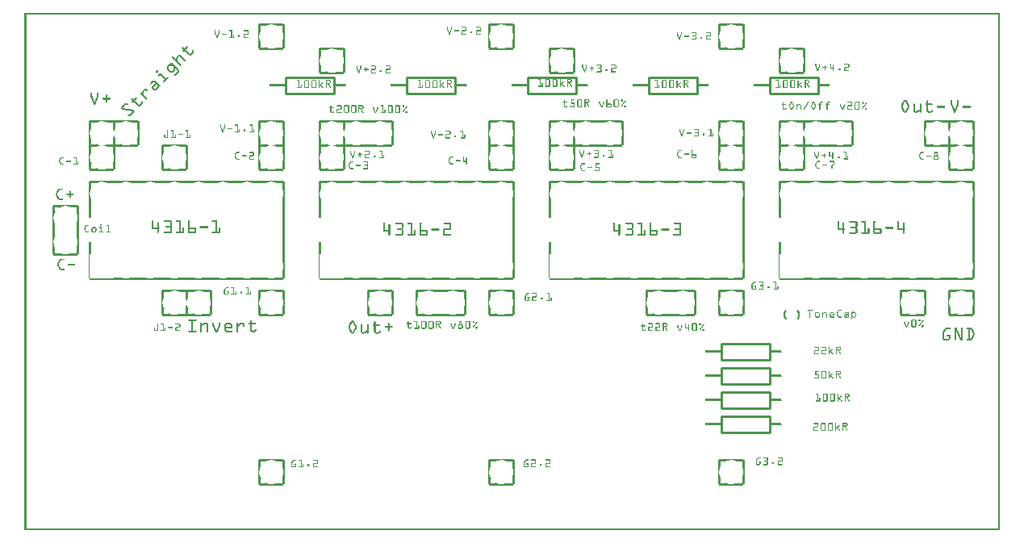
<source format=gto>
G04 MADE WITH FRITZING*
G04 WWW.FRITZING.ORG*
G04 DOUBLE SIDED*
G04 HOLES PLATED*
G04 CONTOUR ON CENTER OF CONTOUR VECTOR*
%ASAXBY*%
%FSLAX23Y23*%
%MOIN*%
%OFA0B0*%
%SFA1.0B1.0*%
%ADD10C,0.010000*%
%ADD11R,0.001000X0.001000*%
%LNSILK1*%
G90*
G70*
G54D10*
X1080Y1872D02*
X1280Y1872D01*
D02*
X1280Y1872D02*
X1280Y1806D01*
D02*
X1280Y1806D02*
X1080Y1806D01*
D02*
X1080Y1806D02*
X1080Y1872D01*
D02*
X1580Y1872D02*
X1780Y1872D01*
D02*
X1780Y1872D02*
X1780Y1806D01*
D02*
X1780Y1806D02*
X1580Y1806D01*
D02*
X1580Y1806D02*
X1580Y1872D01*
D02*
X2080Y1872D02*
X2280Y1872D01*
D02*
X2280Y1872D02*
X2280Y1806D01*
D02*
X2280Y1806D02*
X2080Y1806D01*
D02*
X2080Y1806D02*
X2080Y1872D01*
D02*
X2580Y1872D02*
X2780Y1872D01*
D02*
X2780Y1872D02*
X2780Y1806D01*
D02*
X2780Y1806D02*
X2580Y1806D01*
D02*
X2580Y1806D02*
X2580Y1872D01*
D02*
X3080Y1872D02*
X3280Y1872D01*
D02*
X3280Y1872D02*
X3280Y1806D01*
D02*
X3280Y1806D02*
X3080Y1806D01*
D02*
X3080Y1806D02*
X3080Y1872D01*
D02*
X2880Y472D02*
X3080Y472D01*
D02*
X3080Y472D02*
X3080Y406D01*
D02*
X3080Y406D02*
X2880Y406D01*
D02*
X2880Y406D02*
X2880Y472D01*
D02*
X2880Y572D02*
X3080Y572D01*
D02*
X3080Y572D02*
X3080Y506D01*
D02*
X3080Y506D02*
X2880Y506D01*
D02*
X2880Y506D02*
X2880Y572D01*
D02*
X2880Y672D02*
X3080Y672D01*
D02*
X3080Y672D02*
X3080Y606D01*
D02*
X3080Y606D02*
X2880Y606D01*
D02*
X2880Y606D02*
X2880Y672D01*
D02*
X2880Y772D02*
X3080Y772D01*
D02*
X3080Y772D02*
X3080Y706D01*
D02*
X3080Y706D02*
X2880Y706D01*
D02*
X2880Y706D02*
X2880Y772D01*
G54D11*
X0Y2139D02*
X4029Y2139D01*
X0Y2138D02*
X4029Y2138D01*
X0Y2137D02*
X4029Y2137D01*
X0Y2136D02*
X4029Y2136D01*
X0Y2135D02*
X4029Y2135D01*
X0Y2134D02*
X4029Y2134D01*
X0Y2133D02*
X4029Y2133D01*
X0Y2132D02*
X4029Y2132D01*
X0Y2131D02*
X7Y2131D01*
X4022Y2131D02*
X4029Y2131D01*
X0Y2130D02*
X7Y2130D01*
X4022Y2130D02*
X4029Y2130D01*
X0Y2129D02*
X7Y2129D01*
X4022Y2129D02*
X4029Y2129D01*
X0Y2128D02*
X7Y2128D01*
X4022Y2128D02*
X4029Y2128D01*
X0Y2127D02*
X7Y2127D01*
X4022Y2127D02*
X4029Y2127D01*
X0Y2126D02*
X7Y2126D01*
X4022Y2126D02*
X4029Y2126D01*
X0Y2125D02*
X7Y2125D01*
X4022Y2125D02*
X4029Y2125D01*
X0Y2124D02*
X7Y2124D01*
X4022Y2124D02*
X4029Y2124D01*
X0Y2123D02*
X7Y2123D01*
X4022Y2123D02*
X4029Y2123D01*
X0Y2122D02*
X7Y2122D01*
X4022Y2122D02*
X4029Y2122D01*
X0Y2121D02*
X7Y2121D01*
X4022Y2121D02*
X4029Y2121D01*
X0Y2120D02*
X7Y2120D01*
X4022Y2120D02*
X4029Y2120D01*
X0Y2119D02*
X7Y2119D01*
X4022Y2119D02*
X4029Y2119D01*
X0Y2118D02*
X7Y2118D01*
X4022Y2118D02*
X4029Y2118D01*
X0Y2117D02*
X7Y2117D01*
X4022Y2117D02*
X4029Y2117D01*
X0Y2116D02*
X7Y2116D01*
X4022Y2116D02*
X4029Y2116D01*
X0Y2115D02*
X7Y2115D01*
X4022Y2115D02*
X4029Y2115D01*
X0Y2114D02*
X7Y2114D01*
X4022Y2114D02*
X4029Y2114D01*
X0Y2113D02*
X7Y2113D01*
X4022Y2113D02*
X4029Y2113D01*
X0Y2112D02*
X7Y2112D01*
X4022Y2112D02*
X4029Y2112D01*
X0Y2111D02*
X7Y2111D01*
X4022Y2111D02*
X4029Y2111D01*
X0Y2110D02*
X7Y2110D01*
X4022Y2110D02*
X4029Y2110D01*
X0Y2109D02*
X7Y2109D01*
X4022Y2109D02*
X4029Y2109D01*
X0Y2108D02*
X7Y2108D01*
X4022Y2108D02*
X4029Y2108D01*
X0Y2107D02*
X7Y2107D01*
X4022Y2107D02*
X4029Y2107D01*
X0Y2106D02*
X7Y2106D01*
X4022Y2106D02*
X4029Y2106D01*
X0Y2105D02*
X7Y2105D01*
X4022Y2105D02*
X4029Y2105D01*
X0Y2104D02*
X7Y2104D01*
X4022Y2104D02*
X4029Y2104D01*
X0Y2103D02*
X7Y2103D01*
X4022Y2103D02*
X4029Y2103D01*
X0Y2102D02*
X7Y2102D01*
X4022Y2102D02*
X4029Y2102D01*
X0Y2101D02*
X7Y2101D01*
X4022Y2101D02*
X4029Y2101D01*
X0Y2100D02*
X7Y2100D01*
X4022Y2100D02*
X4029Y2100D01*
X0Y2099D02*
X7Y2099D01*
X4022Y2099D02*
X4029Y2099D01*
X0Y2098D02*
X7Y2098D01*
X4022Y2098D02*
X4029Y2098D01*
X0Y2097D02*
X7Y2097D01*
X4022Y2097D02*
X4029Y2097D01*
X0Y2096D02*
X7Y2096D01*
X4022Y2096D02*
X4029Y2096D01*
X0Y2095D02*
X7Y2095D01*
X970Y2095D02*
X1069Y2095D01*
X1920Y2095D02*
X2019Y2095D01*
X2870Y2095D02*
X2969Y2095D01*
X4022Y2095D02*
X4029Y2095D01*
X0Y2094D02*
X7Y2094D01*
X970Y2094D02*
X1069Y2094D01*
X1920Y2094D02*
X2019Y2094D01*
X2870Y2094D02*
X2969Y2094D01*
X4022Y2094D02*
X4029Y2094D01*
X0Y2093D02*
X7Y2093D01*
X970Y2093D02*
X1069Y2093D01*
X1920Y2093D02*
X2019Y2093D01*
X2870Y2093D02*
X2969Y2093D01*
X4022Y2093D02*
X4029Y2093D01*
X0Y2092D02*
X7Y2092D01*
X970Y2092D02*
X1069Y2092D01*
X1920Y2092D02*
X2019Y2092D01*
X2870Y2092D02*
X2969Y2092D01*
X4022Y2092D02*
X4029Y2092D01*
X0Y2091D02*
X7Y2091D01*
X970Y2091D02*
X1069Y2091D01*
X1920Y2091D02*
X2019Y2091D01*
X2870Y2091D02*
X2969Y2091D01*
X4022Y2091D02*
X4029Y2091D01*
X0Y2090D02*
X7Y2090D01*
X965Y2090D02*
X1013Y2090D01*
X1026Y2090D02*
X1074Y2090D01*
X1915Y2090D02*
X1962Y2090D01*
X1976Y2090D02*
X2024Y2090D01*
X2865Y2090D02*
X2912Y2090D01*
X2926Y2090D02*
X2974Y2090D01*
X4022Y2090D02*
X4029Y2090D01*
X0Y2089D02*
X7Y2089D01*
X965Y2089D02*
X1008Y2089D01*
X1031Y2089D02*
X1074Y2089D01*
X1915Y2089D02*
X1958Y2089D01*
X1981Y2089D02*
X2024Y2089D01*
X2865Y2089D02*
X2908Y2089D01*
X2930Y2089D02*
X2974Y2089D01*
X4022Y2089D02*
X4029Y2089D01*
X0Y2088D02*
X7Y2088D01*
X965Y2088D02*
X1005Y2088D01*
X1034Y2088D02*
X1074Y2088D01*
X1915Y2088D02*
X1955Y2088D01*
X1984Y2088D02*
X2024Y2088D01*
X2865Y2088D02*
X2905Y2088D01*
X2934Y2088D02*
X2974Y2088D01*
X4022Y2088D02*
X4029Y2088D01*
X0Y2087D02*
X7Y2087D01*
X965Y2087D02*
X1002Y2087D01*
X1036Y2087D02*
X1074Y2087D01*
X1915Y2087D02*
X1952Y2087D01*
X1986Y2087D02*
X2024Y2087D01*
X2865Y2087D02*
X2902Y2087D01*
X2936Y2087D02*
X2974Y2087D01*
X4022Y2087D02*
X4029Y2087D01*
X0Y2086D02*
X7Y2086D01*
X965Y2086D02*
X1000Y2086D01*
X1039Y2086D02*
X1074Y2086D01*
X1915Y2086D02*
X1950Y2086D01*
X1989Y2086D02*
X2024Y2086D01*
X2865Y2086D02*
X2900Y2086D01*
X2938Y2086D02*
X2974Y2086D01*
X4022Y2086D02*
X4029Y2086D01*
X0Y2085D02*
X7Y2085D01*
X965Y2085D02*
X974Y2085D01*
X1065Y2085D02*
X1074Y2085D01*
X1915Y2085D02*
X1924Y2085D01*
X2015Y2085D02*
X2024Y2085D01*
X2865Y2085D02*
X2874Y2085D01*
X2965Y2085D02*
X2974Y2085D01*
X4022Y2085D02*
X4029Y2085D01*
X0Y2084D02*
X7Y2084D01*
X965Y2084D02*
X974Y2084D01*
X1065Y2084D02*
X1074Y2084D01*
X1915Y2084D02*
X1924Y2084D01*
X2015Y2084D02*
X2024Y2084D01*
X2865Y2084D02*
X2874Y2084D01*
X2965Y2084D02*
X2974Y2084D01*
X4022Y2084D02*
X4029Y2084D01*
X0Y2083D02*
X7Y2083D01*
X965Y2083D02*
X974Y2083D01*
X1065Y2083D02*
X1074Y2083D01*
X1915Y2083D02*
X1924Y2083D01*
X2015Y2083D02*
X2024Y2083D01*
X2865Y2083D02*
X2874Y2083D01*
X2965Y2083D02*
X2974Y2083D01*
X4022Y2083D02*
X4029Y2083D01*
X0Y2082D02*
X7Y2082D01*
X965Y2082D02*
X974Y2082D01*
X1065Y2082D02*
X1074Y2082D01*
X1915Y2082D02*
X1924Y2082D01*
X2015Y2082D02*
X2024Y2082D01*
X2865Y2082D02*
X2874Y2082D01*
X2965Y2082D02*
X2974Y2082D01*
X4022Y2082D02*
X4029Y2082D01*
X0Y2081D02*
X7Y2081D01*
X965Y2081D02*
X974Y2081D01*
X1065Y2081D02*
X1074Y2081D01*
X1915Y2081D02*
X1924Y2081D01*
X2015Y2081D02*
X2024Y2081D01*
X2865Y2081D02*
X2874Y2081D01*
X2965Y2081D02*
X2974Y2081D01*
X4022Y2081D02*
X4029Y2081D01*
X0Y2080D02*
X7Y2080D01*
X965Y2080D02*
X974Y2080D01*
X1065Y2080D02*
X1074Y2080D01*
X1746Y2080D02*
X1747Y2080D01*
X1763Y2080D02*
X1764Y2080D01*
X1806Y2080D02*
X1822Y2080D01*
X1866Y2080D02*
X1883Y2080D01*
X1915Y2080D02*
X1924Y2080D01*
X2015Y2080D02*
X2024Y2080D01*
X2865Y2080D02*
X2874Y2080D01*
X2965Y2080D02*
X2974Y2080D01*
X4022Y2080D02*
X4029Y2080D01*
X0Y2079D02*
X7Y2079D01*
X965Y2079D02*
X974Y2079D01*
X1065Y2079D02*
X1074Y2079D01*
X1745Y2079D02*
X1748Y2079D01*
X1762Y2079D02*
X1765Y2079D01*
X1805Y2079D02*
X1824Y2079D01*
X1866Y2079D02*
X1884Y2079D01*
X1915Y2079D02*
X1924Y2079D01*
X2015Y2079D02*
X2024Y2079D01*
X2865Y2079D02*
X2874Y2079D01*
X2965Y2079D02*
X2974Y2079D01*
X4022Y2079D02*
X4029Y2079D01*
X0Y2078D02*
X7Y2078D01*
X965Y2078D02*
X974Y2078D01*
X1065Y2078D02*
X1074Y2078D01*
X1745Y2078D02*
X1748Y2078D01*
X1762Y2078D02*
X1765Y2078D01*
X1805Y2078D02*
X1824Y2078D01*
X1866Y2078D02*
X1885Y2078D01*
X1915Y2078D02*
X1924Y2078D01*
X2015Y2078D02*
X2024Y2078D01*
X2865Y2078D02*
X2874Y2078D01*
X2965Y2078D02*
X2974Y2078D01*
X4022Y2078D02*
X4029Y2078D01*
X0Y2077D02*
X7Y2077D01*
X965Y2077D02*
X974Y2077D01*
X1065Y2077D02*
X1074Y2077D01*
X1745Y2077D02*
X1748Y2077D01*
X1762Y2077D02*
X1765Y2077D01*
X1806Y2077D02*
X1825Y2077D01*
X1866Y2077D02*
X1885Y2077D01*
X1915Y2077D02*
X1924Y2077D01*
X2015Y2077D02*
X2024Y2077D01*
X2865Y2077D02*
X2874Y2077D01*
X2965Y2077D02*
X2974Y2077D01*
X4022Y2077D02*
X4029Y2077D01*
X0Y2076D02*
X7Y2076D01*
X965Y2076D02*
X974Y2076D01*
X1065Y2076D02*
X1074Y2076D01*
X1745Y2076D02*
X1748Y2076D01*
X1762Y2076D02*
X1765Y2076D01*
X1821Y2076D02*
X1825Y2076D01*
X1882Y2076D02*
X1885Y2076D01*
X1915Y2076D02*
X1924Y2076D01*
X2015Y2076D02*
X2024Y2076D01*
X2865Y2076D02*
X2874Y2076D01*
X2965Y2076D02*
X2974Y2076D01*
X4022Y2076D02*
X4029Y2076D01*
X0Y2075D02*
X7Y2075D01*
X965Y2075D02*
X974Y2075D01*
X1065Y2075D02*
X1074Y2075D01*
X1745Y2075D02*
X1748Y2075D01*
X1762Y2075D02*
X1765Y2075D01*
X1822Y2075D02*
X1825Y2075D01*
X1882Y2075D02*
X1885Y2075D01*
X1915Y2075D02*
X1924Y2075D01*
X2015Y2075D02*
X2024Y2075D01*
X2865Y2075D02*
X2874Y2075D01*
X2965Y2075D02*
X2974Y2075D01*
X4022Y2075D02*
X4029Y2075D01*
X0Y2074D02*
X7Y2074D01*
X965Y2074D02*
X974Y2074D01*
X1065Y2074D02*
X1074Y2074D01*
X1745Y2074D02*
X1748Y2074D01*
X1762Y2074D02*
X1765Y2074D01*
X1822Y2074D02*
X1825Y2074D01*
X1882Y2074D02*
X1885Y2074D01*
X1915Y2074D02*
X1924Y2074D01*
X2015Y2074D02*
X2024Y2074D01*
X2865Y2074D02*
X2874Y2074D01*
X2965Y2074D02*
X2974Y2074D01*
X4022Y2074D02*
X4029Y2074D01*
X0Y2073D02*
X7Y2073D01*
X965Y2073D02*
X974Y2073D01*
X1065Y2073D02*
X1074Y2073D01*
X1745Y2073D02*
X1748Y2073D01*
X1762Y2073D02*
X1765Y2073D01*
X1822Y2073D02*
X1825Y2073D01*
X1882Y2073D02*
X1885Y2073D01*
X1915Y2073D02*
X1924Y2073D01*
X2015Y2073D02*
X2024Y2073D01*
X2865Y2073D02*
X2874Y2073D01*
X2965Y2073D02*
X2974Y2073D01*
X4022Y2073D02*
X4029Y2073D01*
X0Y2072D02*
X7Y2072D01*
X965Y2072D02*
X974Y2072D01*
X1065Y2072D02*
X1074Y2072D01*
X1745Y2072D02*
X1748Y2072D01*
X1762Y2072D02*
X1765Y2072D01*
X1822Y2072D02*
X1825Y2072D01*
X1882Y2072D02*
X1885Y2072D01*
X1915Y2072D02*
X1924Y2072D01*
X2015Y2072D02*
X2024Y2072D01*
X2865Y2072D02*
X2874Y2072D01*
X2965Y2072D02*
X2974Y2072D01*
X4022Y2072D02*
X4029Y2072D01*
X0Y2071D02*
X7Y2071D01*
X965Y2071D02*
X974Y2071D01*
X1065Y2071D02*
X1074Y2071D01*
X1745Y2071D02*
X1748Y2071D01*
X1761Y2071D02*
X1765Y2071D01*
X1822Y2071D02*
X1825Y2071D01*
X1882Y2071D02*
X1885Y2071D01*
X1915Y2071D02*
X1924Y2071D01*
X2015Y2071D02*
X2024Y2071D01*
X2865Y2071D02*
X2874Y2071D01*
X2965Y2071D02*
X2974Y2071D01*
X4022Y2071D02*
X4029Y2071D01*
X0Y2070D02*
X7Y2070D01*
X965Y2070D02*
X974Y2070D01*
X1065Y2070D02*
X1074Y2070D01*
X1745Y2070D02*
X1749Y2070D01*
X1761Y2070D02*
X1764Y2070D01*
X1822Y2070D02*
X1825Y2070D01*
X1882Y2070D02*
X1885Y2070D01*
X1915Y2070D02*
X1924Y2070D01*
X2015Y2070D02*
X2024Y2070D01*
X2865Y2070D02*
X2874Y2070D01*
X2965Y2070D02*
X2974Y2070D01*
X4022Y2070D02*
X4029Y2070D01*
X0Y2069D02*
X7Y2069D01*
X965Y2069D02*
X974Y2069D01*
X1065Y2069D02*
X1074Y2069D01*
X1746Y2069D02*
X1749Y2069D01*
X1761Y2069D02*
X1764Y2069D01*
X1822Y2069D02*
X1825Y2069D01*
X1882Y2069D02*
X1885Y2069D01*
X1915Y2069D02*
X1924Y2069D01*
X2015Y2069D02*
X2024Y2069D01*
X2865Y2069D02*
X2874Y2069D01*
X2965Y2069D02*
X2974Y2069D01*
X4022Y2069D02*
X4029Y2069D01*
X0Y2068D02*
X7Y2068D01*
X965Y2068D02*
X974Y2068D01*
X1065Y2068D02*
X1074Y2068D01*
X1746Y2068D02*
X1750Y2068D01*
X1760Y2068D02*
X1764Y2068D01*
X1822Y2068D02*
X1825Y2068D01*
X1882Y2068D02*
X1885Y2068D01*
X1915Y2068D02*
X1924Y2068D01*
X2015Y2068D02*
X2024Y2068D01*
X2865Y2068D02*
X2874Y2068D01*
X2965Y2068D02*
X2974Y2068D01*
X4022Y2068D02*
X4029Y2068D01*
X0Y2067D02*
X7Y2067D01*
X965Y2067D02*
X974Y2067D01*
X1065Y2067D02*
X1074Y2067D01*
X1746Y2067D02*
X1750Y2067D01*
X1760Y2067D02*
X1763Y2067D01*
X1822Y2067D02*
X1825Y2067D01*
X1882Y2067D02*
X1885Y2067D01*
X1915Y2067D02*
X1924Y2067D01*
X2015Y2067D02*
X2024Y2067D01*
X2865Y2067D02*
X2874Y2067D01*
X2965Y2067D02*
X2974Y2067D01*
X4022Y2067D02*
X4029Y2067D01*
X0Y2066D02*
X7Y2066D01*
X786Y2066D02*
X788Y2066D01*
X803Y2066D02*
X805Y2066D01*
X846Y2066D02*
X857Y2066D01*
X907Y2066D02*
X924Y2066D01*
X965Y2066D02*
X974Y2066D01*
X1065Y2066D02*
X1074Y2066D01*
X1747Y2066D02*
X1750Y2066D01*
X1759Y2066D02*
X1763Y2066D01*
X1776Y2066D02*
X1794Y2066D01*
X1808Y2066D02*
X1825Y2066D01*
X1869Y2066D02*
X1885Y2066D01*
X1915Y2066D02*
X1924Y2066D01*
X2015Y2066D02*
X2024Y2066D01*
X2865Y2066D02*
X2874Y2066D01*
X2965Y2066D02*
X2974Y2066D01*
X4022Y2066D02*
X4029Y2066D01*
X0Y2065D02*
X7Y2065D01*
X786Y2065D02*
X789Y2065D01*
X802Y2065D02*
X805Y2065D01*
X846Y2065D02*
X857Y2065D01*
X906Y2065D02*
X925Y2065D01*
X965Y2065D02*
X974Y2065D01*
X1065Y2065D02*
X1074Y2065D01*
X1747Y2065D02*
X1751Y2065D01*
X1759Y2065D02*
X1762Y2065D01*
X1775Y2065D02*
X1795Y2065D01*
X1807Y2065D02*
X1825Y2065D01*
X1867Y2065D02*
X1885Y2065D01*
X1915Y2065D02*
X1924Y2065D01*
X2015Y2065D02*
X2024Y2065D01*
X2865Y2065D02*
X2874Y2065D01*
X2965Y2065D02*
X2974Y2065D01*
X4022Y2065D02*
X4029Y2065D01*
X0Y2064D02*
X7Y2064D01*
X786Y2064D02*
X789Y2064D01*
X802Y2064D02*
X805Y2064D01*
X846Y2064D02*
X857Y2064D01*
X906Y2064D02*
X925Y2064D01*
X965Y2064D02*
X974Y2064D01*
X1065Y2064D02*
X1074Y2064D01*
X1748Y2064D02*
X1751Y2064D01*
X1759Y2064D02*
X1762Y2064D01*
X1775Y2064D02*
X1795Y2064D01*
X1806Y2064D02*
X1824Y2064D01*
X1866Y2064D02*
X1884Y2064D01*
X1915Y2064D02*
X1924Y2064D01*
X2015Y2064D02*
X2024Y2064D01*
X2865Y2064D02*
X2874Y2064D01*
X2965Y2064D02*
X2974Y2064D01*
X4022Y2064D02*
X4029Y2064D01*
X0Y2063D02*
X7Y2063D01*
X786Y2063D02*
X789Y2063D01*
X802Y2063D02*
X805Y2063D01*
X847Y2063D02*
X857Y2063D01*
X907Y2063D02*
X926Y2063D01*
X965Y2063D02*
X974Y2063D01*
X1065Y2063D02*
X1074Y2063D01*
X1748Y2063D02*
X1752Y2063D01*
X1758Y2063D02*
X1762Y2063D01*
X1775Y2063D02*
X1795Y2063D01*
X1805Y2063D02*
X1823Y2063D01*
X1866Y2063D02*
X1884Y2063D01*
X1915Y2063D02*
X1924Y2063D01*
X2015Y2063D02*
X2024Y2063D01*
X2865Y2063D02*
X2874Y2063D01*
X2965Y2063D02*
X2974Y2063D01*
X4022Y2063D02*
X4029Y2063D01*
X0Y2062D02*
X7Y2062D01*
X786Y2062D02*
X789Y2062D01*
X802Y2062D02*
X805Y2062D01*
X854Y2062D02*
X857Y2062D01*
X923Y2062D02*
X926Y2062D01*
X965Y2062D02*
X974Y2062D01*
X1065Y2062D02*
X1074Y2062D01*
X1748Y2062D02*
X1752Y2062D01*
X1758Y2062D02*
X1761Y2062D01*
X1775Y2062D02*
X1795Y2062D01*
X1805Y2062D02*
X1809Y2062D01*
X1865Y2062D02*
X1869Y2062D01*
X1915Y2062D02*
X1924Y2062D01*
X2015Y2062D02*
X2024Y2062D01*
X2865Y2062D02*
X2874Y2062D01*
X2965Y2062D02*
X2974Y2062D01*
X4022Y2062D02*
X4029Y2062D01*
X0Y2061D02*
X7Y2061D01*
X786Y2061D02*
X789Y2061D01*
X802Y2061D02*
X805Y2061D01*
X854Y2061D02*
X857Y2061D01*
X923Y2061D02*
X926Y2061D01*
X965Y2061D02*
X974Y2061D01*
X1065Y2061D02*
X1074Y2061D01*
X1749Y2061D02*
X1752Y2061D01*
X1757Y2061D02*
X1761Y2061D01*
X1776Y2061D02*
X1794Y2061D01*
X1805Y2061D02*
X1808Y2061D01*
X1865Y2061D02*
X1869Y2061D01*
X1915Y2061D02*
X1924Y2061D01*
X2015Y2061D02*
X2024Y2061D01*
X2865Y2061D02*
X2874Y2061D01*
X2965Y2061D02*
X2974Y2061D01*
X4022Y2061D02*
X4029Y2061D01*
X0Y2060D02*
X7Y2060D01*
X786Y2060D02*
X789Y2060D01*
X802Y2060D02*
X805Y2060D01*
X854Y2060D02*
X857Y2060D01*
X923Y2060D02*
X926Y2060D01*
X965Y2060D02*
X974Y2060D01*
X1065Y2060D02*
X1074Y2060D01*
X1749Y2060D02*
X1753Y2060D01*
X1757Y2060D02*
X1761Y2060D01*
X1805Y2060D02*
X1808Y2060D01*
X1842Y2060D02*
X1848Y2060D01*
X1865Y2060D02*
X1869Y2060D01*
X1915Y2060D02*
X1924Y2060D01*
X2015Y2060D02*
X2024Y2060D01*
X2865Y2060D02*
X2873Y2060D01*
X2965Y2060D02*
X2974Y2060D01*
X4022Y2060D02*
X4029Y2060D01*
X0Y2059D02*
X7Y2059D01*
X786Y2059D02*
X789Y2059D01*
X802Y2059D02*
X805Y2059D01*
X854Y2059D02*
X857Y2059D01*
X923Y2059D02*
X926Y2059D01*
X965Y2059D02*
X973Y2059D01*
X1066Y2059D02*
X1074Y2059D01*
X1750Y2059D02*
X1753Y2059D01*
X1757Y2059D02*
X1760Y2059D01*
X1805Y2059D02*
X1808Y2059D01*
X1842Y2059D02*
X1849Y2059D01*
X1865Y2059D02*
X1869Y2059D01*
X1915Y2059D02*
X1923Y2059D01*
X2016Y2059D02*
X2024Y2059D01*
X2865Y2059D02*
X2873Y2059D01*
X2965Y2059D02*
X2974Y2059D01*
X4022Y2059D02*
X4029Y2059D01*
X0Y2058D02*
X7Y2058D01*
X786Y2058D02*
X789Y2058D01*
X802Y2058D02*
X805Y2058D01*
X854Y2058D02*
X857Y2058D01*
X923Y2058D02*
X926Y2058D01*
X965Y2058D02*
X973Y2058D01*
X1066Y2058D02*
X1074Y2058D01*
X1750Y2058D02*
X1754Y2058D01*
X1756Y2058D02*
X1760Y2058D01*
X1805Y2058D02*
X1808Y2058D01*
X1842Y2058D02*
X1849Y2058D01*
X1865Y2058D02*
X1869Y2058D01*
X1915Y2058D02*
X1923Y2058D01*
X2016Y2058D02*
X2024Y2058D01*
X2695Y2058D02*
X2698Y2058D01*
X2712Y2058D02*
X2714Y2058D01*
X2756Y2058D02*
X2773Y2058D01*
X2816Y2058D02*
X2833Y2058D01*
X2865Y2058D02*
X2872Y2058D01*
X2966Y2058D02*
X2974Y2058D01*
X4022Y2058D02*
X4029Y2058D01*
X0Y2057D02*
X7Y2057D01*
X786Y2057D02*
X789Y2057D01*
X802Y2057D02*
X805Y2057D01*
X854Y2057D02*
X857Y2057D01*
X923Y2057D02*
X926Y2057D01*
X965Y2057D02*
X972Y2057D01*
X1067Y2057D02*
X1074Y2057D01*
X1750Y2057D02*
X1754Y2057D01*
X1756Y2057D02*
X1759Y2057D01*
X1805Y2057D02*
X1808Y2057D01*
X1842Y2057D02*
X1849Y2057D01*
X1865Y2057D02*
X1869Y2057D01*
X1915Y2057D02*
X1922Y2057D01*
X2016Y2057D02*
X2024Y2057D01*
X2695Y2057D02*
X2698Y2057D01*
X2711Y2057D02*
X2715Y2057D01*
X2755Y2057D02*
X2774Y2057D01*
X2815Y2057D02*
X2834Y2057D01*
X2865Y2057D02*
X2872Y2057D01*
X2966Y2057D02*
X2974Y2057D01*
X4022Y2057D02*
X4029Y2057D01*
X0Y2056D02*
X7Y2056D01*
X786Y2056D02*
X789Y2056D01*
X801Y2056D02*
X805Y2056D01*
X854Y2056D02*
X857Y2056D01*
X923Y2056D02*
X926Y2056D01*
X965Y2056D02*
X972Y2056D01*
X1067Y2056D02*
X1074Y2056D01*
X1751Y2056D02*
X1759Y2056D01*
X1805Y2056D02*
X1808Y2056D01*
X1842Y2056D02*
X1849Y2056D01*
X1865Y2056D02*
X1869Y2056D01*
X1915Y2056D02*
X1922Y2056D01*
X2017Y2056D02*
X2024Y2056D01*
X2695Y2056D02*
X2698Y2056D01*
X2711Y2056D02*
X2715Y2056D01*
X2755Y2056D02*
X2775Y2056D01*
X2816Y2056D02*
X2835Y2056D01*
X2865Y2056D02*
X2872Y2056D01*
X2967Y2056D02*
X2974Y2056D01*
X4022Y2056D02*
X4029Y2056D01*
X0Y2055D02*
X7Y2055D01*
X786Y2055D02*
X790Y2055D01*
X801Y2055D02*
X804Y2055D01*
X854Y2055D02*
X857Y2055D01*
X923Y2055D02*
X926Y2055D01*
X965Y2055D02*
X971Y2055D01*
X1067Y2055D02*
X1074Y2055D01*
X1751Y2055D02*
X1759Y2055D01*
X1805Y2055D02*
X1808Y2055D01*
X1842Y2055D02*
X1849Y2055D01*
X1865Y2055D02*
X1869Y2055D01*
X1915Y2055D02*
X1921Y2055D01*
X2017Y2055D02*
X2024Y2055D01*
X2695Y2055D02*
X2698Y2055D01*
X2711Y2055D02*
X2715Y2055D01*
X2756Y2055D02*
X2775Y2055D01*
X2817Y2055D02*
X2835Y2055D01*
X2865Y2055D02*
X2871Y2055D01*
X2967Y2055D02*
X2974Y2055D01*
X4022Y2055D02*
X4029Y2055D01*
X0Y2054D02*
X7Y2054D01*
X787Y2054D02*
X790Y2054D01*
X801Y2054D02*
X804Y2054D01*
X854Y2054D02*
X857Y2054D01*
X923Y2054D02*
X926Y2054D01*
X965Y2054D02*
X971Y2054D01*
X1068Y2054D02*
X1074Y2054D01*
X1751Y2054D02*
X1758Y2054D01*
X1805Y2054D02*
X1808Y2054D01*
X1842Y2054D02*
X1848Y2054D01*
X1865Y2054D02*
X1869Y2054D01*
X1915Y2054D02*
X1921Y2054D01*
X2018Y2054D02*
X2024Y2054D01*
X2695Y2054D02*
X2698Y2054D01*
X2711Y2054D02*
X2715Y2054D01*
X2772Y2054D02*
X2775Y2054D01*
X2832Y2054D02*
X2835Y2054D01*
X2865Y2054D02*
X2871Y2054D01*
X2968Y2054D02*
X2974Y2054D01*
X4022Y2054D02*
X4029Y2054D01*
X0Y2053D02*
X7Y2053D01*
X787Y2053D02*
X791Y2053D01*
X800Y2053D02*
X804Y2053D01*
X854Y2053D02*
X857Y2053D01*
X923Y2053D02*
X926Y2053D01*
X965Y2053D02*
X971Y2053D01*
X1068Y2053D02*
X1074Y2053D01*
X1752Y2053D02*
X1758Y2053D01*
X1805Y2053D02*
X1808Y2053D01*
X1865Y2053D02*
X1869Y2053D01*
X1915Y2053D02*
X1921Y2053D01*
X2018Y2053D02*
X2024Y2053D01*
X2695Y2053D02*
X2698Y2053D01*
X2711Y2053D02*
X2715Y2053D01*
X2772Y2053D02*
X2775Y2053D01*
X2832Y2053D02*
X2835Y2053D01*
X2865Y2053D02*
X2871Y2053D01*
X2968Y2053D02*
X2974Y2053D01*
X4022Y2053D02*
X4029Y2053D01*
X0Y2052D02*
X7Y2052D01*
X787Y2052D02*
X791Y2052D01*
X800Y2052D02*
X803Y2052D01*
X816Y2052D02*
X835Y2052D01*
X854Y2052D02*
X857Y2052D01*
X908Y2052D02*
X926Y2052D01*
X965Y2052D02*
X970Y2052D01*
X1068Y2052D02*
X1074Y2052D01*
X1752Y2052D02*
X1757Y2052D01*
X1805Y2052D02*
X1823Y2052D01*
X1865Y2052D02*
X1884Y2052D01*
X1915Y2052D02*
X1920Y2052D01*
X2018Y2052D02*
X2024Y2052D01*
X2695Y2052D02*
X2698Y2052D01*
X2711Y2052D02*
X2715Y2052D01*
X2772Y2052D02*
X2775Y2052D01*
X2832Y2052D02*
X2835Y2052D01*
X2865Y2052D02*
X2870Y2052D01*
X2968Y2052D02*
X2974Y2052D01*
X4022Y2052D02*
X4029Y2052D01*
X0Y2051D02*
X7Y2051D01*
X788Y2051D02*
X791Y2051D01*
X799Y2051D02*
X803Y2051D01*
X816Y2051D02*
X835Y2051D01*
X854Y2051D02*
X857Y2051D01*
X907Y2051D02*
X925Y2051D01*
X965Y2051D02*
X970Y2051D01*
X1069Y2051D02*
X1074Y2051D01*
X1753Y2051D02*
X1757Y2051D01*
X1805Y2051D02*
X1825Y2051D01*
X1865Y2051D02*
X1885Y2051D01*
X1915Y2051D02*
X1920Y2051D01*
X2019Y2051D02*
X2024Y2051D01*
X2695Y2051D02*
X2698Y2051D01*
X2711Y2051D02*
X2715Y2051D01*
X2772Y2051D02*
X2775Y2051D01*
X2832Y2051D02*
X2835Y2051D01*
X2865Y2051D02*
X2870Y2051D01*
X2968Y2051D02*
X2974Y2051D01*
X4022Y2051D02*
X4029Y2051D01*
X0Y2050D02*
X7Y2050D01*
X788Y2050D02*
X792Y2050D01*
X799Y2050D02*
X803Y2050D01*
X816Y2050D02*
X835Y2050D01*
X854Y2050D02*
X857Y2050D01*
X906Y2050D02*
X925Y2050D01*
X965Y2050D02*
X970Y2050D01*
X1069Y2050D02*
X1074Y2050D01*
X1753Y2050D02*
X1757Y2050D01*
X1805Y2050D02*
X1825Y2050D01*
X1865Y2050D02*
X1885Y2050D01*
X1915Y2050D02*
X1920Y2050D01*
X2019Y2050D02*
X2024Y2050D01*
X2695Y2050D02*
X2698Y2050D01*
X2711Y2050D02*
X2715Y2050D01*
X2772Y2050D02*
X2775Y2050D01*
X2832Y2050D02*
X2835Y2050D01*
X2865Y2050D02*
X2870Y2050D01*
X2969Y2050D02*
X2974Y2050D01*
X4022Y2050D02*
X4029Y2050D01*
X0Y2049D02*
X7Y2049D01*
X789Y2049D02*
X792Y2049D01*
X799Y2049D02*
X802Y2049D01*
X816Y2049D02*
X835Y2049D01*
X854Y2049D02*
X857Y2049D01*
X906Y2049D02*
X924Y2049D01*
X965Y2049D02*
X970Y2049D01*
X1069Y2049D02*
X1074Y2049D01*
X1754Y2049D02*
X1756Y2049D01*
X1805Y2049D02*
X1825Y2049D01*
X1865Y2049D02*
X1885Y2049D01*
X1915Y2049D02*
X1920Y2049D01*
X2019Y2049D02*
X2024Y2049D01*
X2695Y2049D02*
X2699Y2049D01*
X2711Y2049D02*
X2714Y2049D01*
X2772Y2049D02*
X2775Y2049D01*
X2832Y2049D02*
X2835Y2049D01*
X2865Y2049D02*
X2869Y2049D01*
X2969Y2049D02*
X2974Y2049D01*
X4022Y2049D02*
X4029Y2049D01*
X0Y2048D02*
X7Y2048D01*
X789Y2048D02*
X793Y2048D01*
X798Y2048D02*
X802Y2048D01*
X816Y2048D02*
X835Y2048D01*
X854Y2048D02*
X857Y2048D01*
X863Y2048D02*
X865Y2048D01*
X906Y2048D02*
X909Y2048D01*
X965Y2048D02*
X969Y2048D01*
X1069Y2048D02*
X1074Y2048D01*
X1755Y2048D02*
X1755Y2048D01*
X1806Y2048D02*
X1823Y2048D01*
X1866Y2048D02*
X1884Y2048D01*
X1915Y2048D02*
X1919Y2048D01*
X2019Y2048D02*
X2024Y2048D01*
X2695Y2048D02*
X2699Y2048D01*
X2711Y2048D02*
X2714Y2048D01*
X2772Y2048D02*
X2775Y2048D01*
X2832Y2048D02*
X2835Y2048D01*
X2865Y2048D02*
X2869Y2048D01*
X2969Y2048D02*
X2974Y2048D01*
X4022Y2048D02*
X4029Y2048D01*
X0Y2047D02*
X7Y2047D01*
X789Y2047D02*
X793Y2047D01*
X798Y2047D02*
X801Y2047D01*
X817Y2047D02*
X835Y2047D01*
X854Y2047D02*
X857Y2047D01*
X862Y2047D02*
X865Y2047D01*
X883Y2047D02*
X888Y2047D01*
X906Y2047D02*
X909Y2047D01*
X965Y2047D02*
X969Y2047D01*
X1070Y2047D02*
X1074Y2047D01*
X1915Y2047D02*
X1919Y2047D01*
X2019Y2047D02*
X2024Y2047D01*
X2696Y2047D02*
X2699Y2047D01*
X2710Y2047D02*
X2714Y2047D01*
X2772Y2047D02*
X2775Y2047D01*
X2832Y2047D02*
X2835Y2047D01*
X2865Y2047D02*
X2869Y2047D01*
X2969Y2047D02*
X2974Y2047D01*
X4022Y2047D02*
X4029Y2047D01*
X0Y2046D02*
X7Y2046D01*
X790Y2046D02*
X793Y2046D01*
X797Y2046D02*
X801Y2046D01*
X854Y2046D02*
X857Y2046D01*
X862Y2046D02*
X866Y2046D01*
X882Y2046D02*
X889Y2046D01*
X906Y2046D02*
X909Y2046D01*
X965Y2046D02*
X969Y2046D01*
X1070Y2046D02*
X1074Y2046D01*
X1915Y2046D02*
X1919Y2046D01*
X2020Y2046D02*
X2024Y2046D01*
X2696Y2046D02*
X2700Y2046D01*
X2710Y2046D02*
X2713Y2046D01*
X2771Y2046D02*
X2775Y2046D01*
X2832Y2046D02*
X2835Y2046D01*
X2865Y2046D02*
X2869Y2046D01*
X2969Y2046D02*
X2974Y2046D01*
X4022Y2046D02*
X4029Y2046D01*
X0Y2045D02*
X7Y2045D01*
X790Y2045D02*
X794Y2045D01*
X797Y2045D02*
X801Y2045D01*
X854Y2045D02*
X857Y2045D01*
X862Y2045D02*
X866Y2045D01*
X882Y2045D02*
X889Y2045D01*
X906Y2045D02*
X909Y2045D01*
X965Y2045D02*
X969Y2045D01*
X1070Y2045D02*
X1074Y2045D01*
X1915Y2045D02*
X1919Y2045D01*
X2020Y2045D02*
X2024Y2045D01*
X2697Y2045D02*
X2700Y2045D01*
X2709Y2045D02*
X2713Y2045D01*
X2770Y2045D02*
X2775Y2045D01*
X2832Y2045D02*
X2835Y2045D01*
X2865Y2045D02*
X2869Y2045D01*
X2970Y2045D02*
X2974Y2045D01*
X4022Y2045D02*
X4029Y2045D01*
X0Y2044D02*
X7Y2044D01*
X791Y2044D02*
X794Y2044D01*
X797Y2044D02*
X800Y2044D01*
X854Y2044D02*
X857Y2044D01*
X862Y2044D02*
X866Y2044D01*
X882Y2044D02*
X889Y2044D01*
X906Y2044D02*
X909Y2044D01*
X965Y2044D02*
X969Y2044D01*
X1070Y2044D02*
X1074Y2044D01*
X1915Y2044D02*
X1919Y2044D01*
X2020Y2044D02*
X2024Y2044D01*
X2697Y2044D02*
X2700Y2044D01*
X2709Y2044D02*
X2713Y2044D01*
X2726Y2044D02*
X2744Y2044D01*
X2760Y2044D02*
X2774Y2044D01*
X2817Y2044D02*
X2835Y2044D01*
X2865Y2044D02*
X2869Y2044D01*
X2970Y2044D02*
X2974Y2044D01*
X4022Y2044D02*
X4029Y2044D01*
X0Y2043D02*
X7Y2043D01*
X791Y2043D02*
X800Y2043D01*
X854Y2043D02*
X857Y2043D01*
X862Y2043D02*
X866Y2043D01*
X882Y2043D02*
X889Y2043D01*
X906Y2043D02*
X909Y2043D01*
X965Y2043D02*
X969Y2043D01*
X1070Y2043D02*
X1074Y2043D01*
X1915Y2043D02*
X1919Y2043D01*
X2020Y2043D02*
X2024Y2043D01*
X2697Y2043D02*
X2701Y2043D01*
X2709Y2043D02*
X2712Y2043D01*
X2725Y2043D02*
X2745Y2043D01*
X2759Y2043D02*
X2773Y2043D01*
X2816Y2043D02*
X2835Y2043D01*
X2865Y2043D02*
X2869Y2043D01*
X2970Y2043D02*
X2974Y2043D01*
X4022Y2043D02*
X4029Y2043D01*
X0Y2042D02*
X7Y2042D01*
X791Y2042D02*
X799Y2042D01*
X854Y2042D02*
X857Y2042D01*
X862Y2042D02*
X866Y2042D01*
X882Y2042D02*
X889Y2042D01*
X906Y2042D02*
X909Y2042D01*
X965Y2042D02*
X969Y2042D01*
X1070Y2042D02*
X1074Y2042D01*
X1915Y2042D02*
X1919Y2042D01*
X2020Y2042D02*
X2024Y2042D01*
X2698Y2042D02*
X2701Y2042D01*
X2708Y2042D02*
X2712Y2042D01*
X2725Y2042D02*
X2745Y2042D01*
X2759Y2042D02*
X2774Y2042D01*
X2816Y2042D02*
X2834Y2042D01*
X2865Y2042D02*
X2869Y2042D01*
X2970Y2042D02*
X2974Y2042D01*
X4022Y2042D02*
X4029Y2042D01*
X0Y2041D02*
X7Y2041D01*
X792Y2041D02*
X799Y2041D01*
X854Y2041D02*
X857Y2041D01*
X862Y2041D02*
X866Y2041D01*
X882Y2041D02*
X889Y2041D01*
X906Y2041D02*
X909Y2041D01*
X965Y2041D02*
X969Y2041D01*
X1070Y2041D02*
X1074Y2041D01*
X1915Y2041D02*
X1919Y2041D01*
X2020Y2041D02*
X2024Y2041D01*
X2698Y2041D02*
X2702Y2041D01*
X2708Y2041D02*
X2711Y2041D01*
X2725Y2041D02*
X2745Y2041D01*
X2760Y2041D02*
X2774Y2041D01*
X2815Y2041D02*
X2833Y2041D01*
X2865Y2041D02*
X2868Y2041D01*
X2970Y2041D02*
X2974Y2041D01*
X4022Y2041D02*
X4029Y2041D01*
X0Y2040D02*
X7Y2040D01*
X792Y2040D02*
X799Y2040D01*
X854Y2040D02*
X857Y2040D01*
X862Y2040D02*
X866Y2040D01*
X883Y2040D02*
X889Y2040D01*
X906Y2040D02*
X909Y2040D01*
X965Y2040D02*
X969Y2040D01*
X1070Y2040D02*
X1074Y2040D01*
X1915Y2040D02*
X1919Y2040D01*
X2020Y2040D02*
X2024Y2040D01*
X2698Y2040D02*
X2702Y2040D01*
X2707Y2040D02*
X2711Y2040D01*
X2725Y2040D02*
X2744Y2040D01*
X2771Y2040D02*
X2775Y2040D01*
X2815Y2040D02*
X2819Y2040D01*
X2865Y2040D02*
X2868Y2040D01*
X2970Y2040D02*
X2974Y2040D01*
X4022Y2040D02*
X4029Y2040D01*
X0Y2039D02*
X7Y2039D01*
X793Y2039D02*
X798Y2039D01*
X854Y2039D02*
X857Y2039D01*
X862Y2039D02*
X866Y2039D01*
X906Y2039D02*
X909Y2039D01*
X965Y2039D02*
X969Y2039D01*
X1070Y2039D02*
X1074Y2039D01*
X1915Y2039D02*
X1919Y2039D01*
X2020Y2039D02*
X2024Y2039D01*
X2699Y2039D02*
X2702Y2039D01*
X2707Y2039D02*
X2711Y2039D01*
X2726Y2039D02*
X2743Y2039D01*
X2772Y2039D02*
X2775Y2039D01*
X2792Y2039D02*
X2798Y2039D01*
X2815Y2039D02*
X2819Y2039D01*
X2865Y2039D02*
X2868Y2039D01*
X2970Y2039D02*
X2974Y2039D01*
X4022Y2039D02*
X4029Y2039D01*
X0Y2038D02*
X7Y2038D01*
X793Y2038D02*
X798Y2038D01*
X847Y2038D02*
X866Y2038D01*
X906Y2038D02*
X925Y2038D01*
X965Y2038D02*
X969Y2038D01*
X1070Y2038D02*
X1074Y2038D01*
X1915Y2038D02*
X1919Y2038D01*
X2020Y2038D02*
X2024Y2038D01*
X2699Y2038D02*
X2703Y2038D01*
X2707Y2038D02*
X2710Y2038D01*
X2772Y2038D02*
X2775Y2038D01*
X2792Y2038D02*
X2799Y2038D01*
X2815Y2038D02*
X2819Y2038D01*
X2865Y2038D02*
X2869Y2038D01*
X2970Y2038D02*
X2974Y2038D01*
X4022Y2038D02*
X4029Y2038D01*
X0Y2037D02*
X7Y2037D01*
X793Y2037D02*
X797Y2037D01*
X846Y2037D02*
X866Y2037D01*
X906Y2037D02*
X926Y2037D01*
X965Y2037D02*
X969Y2037D01*
X1070Y2037D02*
X1074Y2037D01*
X1915Y2037D02*
X1919Y2037D01*
X2020Y2037D02*
X2024Y2037D01*
X2700Y2037D02*
X2703Y2037D01*
X2706Y2037D02*
X2710Y2037D01*
X2772Y2037D02*
X2775Y2037D01*
X2791Y2037D02*
X2799Y2037D01*
X2815Y2037D02*
X2819Y2037D01*
X2865Y2037D02*
X2869Y2037D01*
X2970Y2037D02*
X2974Y2037D01*
X4022Y2037D02*
X4029Y2037D01*
X0Y2036D02*
X7Y2036D01*
X794Y2036D02*
X797Y2036D01*
X846Y2036D02*
X865Y2036D01*
X906Y2036D02*
X926Y2036D01*
X965Y2036D02*
X969Y2036D01*
X1070Y2036D02*
X1074Y2036D01*
X1915Y2036D02*
X1919Y2036D01*
X2020Y2036D02*
X2024Y2036D01*
X2700Y2036D02*
X2704Y2036D01*
X2706Y2036D02*
X2709Y2036D01*
X2772Y2036D02*
X2775Y2036D01*
X2791Y2036D02*
X2799Y2036D01*
X2815Y2036D02*
X2819Y2036D01*
X2865Y2036D02*
X2869Y2036D01*
X2970Y2036D02*
X2974Y2036D01*
X4022Y2036D02*
X4029Y2036D01*
X0Y2035D02*
X7Y2035D01*
X794Y2035D02*
X796Y2035D01*
X846Y2035D02*
X865Y2035D01*
X906Y2035D02*
X925Y2035D01*
X965Y2035D02*
X969Y2035D01*
X1070Y2035D02*
X1074Y2035D01*
X1915Y2035D02*
X1919Y2035D01*
X2020Y2035D02*
X2024Y2035D01*
X2700Y2035D02*
X2709Y2035D01*
X2772Y2035D02*
X2775Y2035D01*
X2791Y2035D02*
X2799Y2035D01*
X2815Y2035D02*
X2819Y2035D01*
X2865Y2035D02*
X2869Y2035D01*
X2970Y2035D02*
X2974Y2035D01*
X4022Y2035D02*
X4029Y2035D01*
X0Y2034D02*
X7Y2034D01*
X965Y2034D02*
X969Y2034D01*
X1070Y2034D02*
X1074Y2034D01*
X1915Y2034D02*
X1919Y2034D01*
X2019Y2034D02*
X2024Y2034D01*
X2701Y2034D02*
X2709Y2034D01*
X2772Y2034D02*
X2775Y2034D01*
X2791Y2034D02*
X2799Y2034D01*
X2815Y2034D02*
X2819Y2034D01*
X2865Y2034D02*
X2869Y2034D01*
X2969Y2034D02*
X2974Y2034D01*
X4022Y2034D02*
X4029Y2034D01*
X0Y2033D02*
X7Y2033D01*
X965Y2033D02*
X969Y2033D01*
X1069Y2033D02*
X1074Y2033D01*
X1915Y2033D02*
X1919Y2033D01*
X2019Y2033D02*
X2024Y2033D01*
X2701Y2033D02*
X2708Y2033D01*
X2772Y2033D02*
X2775Y2033D01*
X2792Y2033D02*
X2799Y2033D01*
X2815Y2033D02*
X2819Y2033D01*
X2865Y2033D02*
X2869Y2033D01*
X2969Y2033D02*
X2974Y2033D01*
X4022Y2033D02*
X4029Y2033D01*
X0Y2032D02*
X7Y2032D01*
X965Y2032D02*
X970Y2032D01*
X1069Y2032D02*
X1074Y2032D01*
X1915Y2032D02*
X1919Y2032D01*
X2019Y2032D02*
X2024Y2032D01*
X2702Y2032D02*
X2708Y2032D01*
X2772Y2032D02*
X2775Y2032D01*
X2793Y2032D02*
X2798Y2032D01*
X2815Y2032D02*
X2819Y2032D01*
X2865Y2032D02*
X2869Y2032D01*
X2969Y2032D02*
X2974Y2032D01*
X4022Y2032D02*
X4029Y2032D01*
X0Y2031D02*
X7Y2031D01*
X965Y2031D02*
X970Y2031D01*
X1069Y2031D02*
X1074Y2031D01*
X1915Y2031D02*
X1920Y2031D01*
X2019Y2031D02*
X2024Y2031D01*
X2702Y2031D02*
X2707Y2031D01*
X2772Y2031D02*
X2775Y2031D01*
X2815Y2031D02*
X2819Y2031D01*
X2865Y2031D02*
X2870Y2031D01*
X2969Y2031D02*
X2974Y2031D01*
X4022Y2031D02*
X4029Y2031D01*
X0Y2030D02*
X7Y2030D01*
X965Y2030D02*
X970Y2030D01*
X1069Y2030D02*
X1074Y2030D01*
X1915Y2030D02*
X1920Y2030D01*
X2019Y2030D02*
X2024Y2030D01*
X2702Y2030D02*
X2707Y2030D01*
X2756Y2030D02*
X2775Y2030D01*
X2815Y2030D02*
X2834Y2030D01*
X2865Y2030D02*
X2870Y2030D01*
X2969Y2030D02*
X2974Y2030D01*
X4022Y2030D02*
X4029Y2030D01*
X0Y2029D02*
X7Y2029D01*
X965Y2029D02*
X970Y2029D01*
X1068Y2029D02*
X1074Y2029D01*
X1915Y2029D02*
X1920Y2029D01*
X2018Y2029D02*
X2024Y2029D01*
X2703Y2029D02*
X2707Y2029D01*
X2755Y2029D02*
X2774Y2029D01*
X2815Y2029D02*
X2835Y2029D01*
X2865Y2029D02*
X2870Y2029D01*
X2968Y2029D02*
X2974Y2029D01*
X4022Y2029D02*
X4029Y2029D01*
X0Y2028D02*
X7Y2028D01*
X965Y2028D02*
X971Y2028D01*
X1068Y2028D02*
X1074Y2028D01*
X1915Y2028D02*
X1921Y2028D01*
X2018Y2028D02*
X2024Y2028D01*
X2703Y2028D02*
X2706Y2028D01*
X2755Y2028D02*
X2774Y2028D01*
X2815Y2028D02*
X2835Y2028D01*
X2865Y2028D02*
X2870Y2028D01*
X2968Y2028D02*
X2974Y2028D01*
X4022Y2028D02*
X4029Y2028D01*
X0Y2027D02*
X7Y2027D01*
X965Y2027D02*
X971Y2027D01*
X1068Y2027D02*
X1074Y2027D01*
X1915Y2027D02*
X1921Y2027D01*
X2018Y2027D02*
X2024Y2027D01*
X2704Y2027D02*
X2706Y2027D01*
X2756Y2027D02*
X2773Y2027D01*
X2815Y2027D02*
X2834Y2027D01*
X2865Y2027D02*
X2871Y2027D01*
X2968Y2027D02*
X2974Y2027D01*
X4022Y2027D02*
X4029Y2027D01*
X0Y2026D02*
X7Y2026D01*
X965Y2026D02*
X971Y2026D01*
X1067Y2026D02*
X1074Y2026D01*
X1915Y2026D02*
X1921Y2026D01*
X2017Y2026D02*
X2024Y2026D01*
X2865Y2026D02*
X2871Y2026D01*
X2967Y2026D02*
X2974Y2026D01*
X4022Y2026D02*
X4029Y2026D01*
X0Y2025D02*
X7Y2025D01*
X965Y2025D02*
X972Y2025D01*
X1067Y2025D02*
X1074Y2025D01*
X1915Y2025D02*
X1922Y2025D01*
X2017Y2025D02*
X2024Y2025D01*
X2865Y2025D02*
X2872Y2025D01*
X2967Y2025D02*
X2974Y2025D01*
X4022Y2025D02*
X4029Y2025D01*
X0Y2024D02*
X7Y2024D01*
X965Y2024D02*
X972Y2024D01*
X1067Y2024D02*
X1074Y2024D01*
X1915Y2024D02*
X1922Y2024D01*
X2017Y2024D02*
X2024Y2024D01*
X2865Y2024D02*
X2872Y2024D01*
X2966Y2024D02*
X2974Y2024D01*
X4022Y2024D02*
X4029Y2024D01*
X0Y2023D02*
X7Y2023D01*
X965Y2023D02*
X973Y2023D01*
X1066Y2023D02*
X1074Y2023D01*
X1915Y2023D02*
X1922Y2023D01*
X2016Y2023D02*
X2024Y2023D01*
X2865Y2023D02*
X2872Y2023D01*
X2966Y2023D02*
X2974Y2023D01*
X4022Y2023D02*
X4029Y2023D01*
X0Y2022D02*
X7Y2022D01*
X965Y2022D02*
X973Y2022D01*
X1066Y2022D02*
X1074Y2022D01*
X1915Y2022D02*
X1923Y2022D01*
X2016Y2022D02*
X2024Y2022D01*
X2865Y2022D02*
X2873Y2022D01*
X2966Y2022D02*
X2974Y2022D01*
X4022Y2022D02*
X4029Y2022D01*
X0Y2021D02*
X7Y2021D01*
X965Y2021D02*
X973Y2021D01*
X1065Y2021D02*
X1074Y2021D01*
X1915Y2021D02*
X1923Y2021D01*
X2015Y2021D02*
X2024Y2021D01*
X2865Y2021D02*
X2873Y2021D01*
X2965Y2021D02*
X2974Y2021D01*
X4022Y2021D02*
X4029Y2021D01*
X0Y2020D02*
X7Y2020D01*
X965Y2020D02*
X974Y2020D01*
X1065Y2020D02*
X1074Y2020D01*
X1915Y2020D02*
X1924Y2020D01*
X2015Y2020D02*
X2024Y2020D01*
X2865Y2020D02*
X2874Y2020D01*
X2965Y2020D02*
X2974Y2020D01*
X4022Y2020D02*
X4029Y2020D01*
X0Y2019D02*
X7Y2019D01*
X965Y2019D02*
X975Y2019D01*
X1065Y2019D02*
X1074Y2019D01*
X1915Y2019D02*
X1924Y2019D01*
X2015Y2019D02*
X2024Y2019D01*
X2865Y2019D02*
X2874Y2019D01*
X2965Y2019D02*
X2974Y2019D01*
X4022Y2019D02*
X4029Y2019D01*
X0Y2018D02*
X7Y2018D01*
X965Y2018D02*
X975Y2018D01*
X1065Y2018D02*
X1074Y2018D01*
X1915Y2018D02*
X1925Y2018D01*
X2015Y2018D02*
X2024Y2018D01*
X2865Y2018D02*
X2875Y2018D01*
X2965Y2018D02*
X2974Y2018D01*
X4022Y2018D02*
X4029Y2018D01*
X0Y2017D02*
X7Y2017D01*
X965Y2017D02*
X976Y2017D01*
X1065Y2017D02*
X1074Y2017D01*
X1915Y2017D02*
X1926Y2017D01*
X2015Y2017D02*
X2024Y2017D01*
X2865Y2017D02*
X2875Y2017D01*
X2965Y2017D02*
X2974Y2017D01*
X4022Y2017D02*
X4029Y2017D01*
X0Y2016D02*
X7Y2016D01*
X965Y2016D02*
X974Y2016D01*
X976Y2016D02*
X976Y2016D01*
X1065Y2016D02*
X1074Y2016D01*
X1915Y2016D02*
X1924Y2016D01*
X1926Y2016D02*
X1926Y2016D01*
X2015Y2016D02*
X2024Y2016D01*
X2865Y2016D02*
X2876Y2016D01*
X2965Y2016D02*
X2974Y2016D01*
X4022Y2016D02*
X4029Y2016D01*
X0Y2015D02*
X7Y2015D01*
X965Y2015D02*
X974Y2015D01*
X977Y2015D02*
X977Y2015D01*
X1065Y2015D02*
X1074Y2015D01*
X1915Y2015D02*
X1924Y2015D01*
X1927Y2015D02*
X1927Y2015D01*
X2015Y2015D02*
X2024Y2015D01*
X2865Y2015D02*
X2874Y2015D01*
X2876Y2015D02*
X2877Y2015D01*
X2965Y2015D02*
X2974Y2015D01*
X4022Y2015D02*
X4029Y2015D01*
X0Y2014D02*
X7Y2014D01*
X965Y2014D02*
X974Y2014D01*
X978Y2014D02*
X978Y2014D01*
X1065Y2014D02*
X1074Y2014D01*
X1915Y2014D02*
X1924Y2014D01*
X1928Y2014D02*
X1928Y2014D01*
X2015Y2014D02*
X2024Y2014D01*
X2865Y2014D02*
X2874Y2014D01*
X2877Y2014D02*
X2877Y2014D01*
X2965Y2014D02*
X2974Y2014D01*
X4022Y2014D02*
X4029Y2014D01*
X0Y2013D02*
X7Y2013D01*
X965Y2013D02*
X974Y2013D01*
X1065Y2013D02*
X1074Y2013D01*
X1915Y2013D02*
X1924Y2013D01*
X2015Y2013D02*
X2024Y2013D01*
X2865Y2013D02*
X2874Y2013D01*
X2878Y2013D02*
X2878Y2013D01*
X2965Y2013D02*
X2974Y2013D01*
X4022Y2013D02*
X4029Y2013D01*
X0Y2012D02*
X7Y2012D01*
X965Y2012D02*
X974Y2012D01*
X1065Y2012D02*
X1074Y2012D01*
X1915Y2012D02*
X1924Y2012D01*
X2015Y2012D02*
X2024Y2012D01*
X2865Y2012D02*
X2874Y2012D01*
X2879Y2012D02*
X2879Y2012D01*
X2965Y2012D02*
X2974Y2012D01*
X4022Y2012D02*
X4029Y2012D01*
X0Y2011D02*
X7Y2011D01*
X965Y2011D02*
X974Y2011D01*
X1065Y2011D02*
X1074Y2011D01*
X1915Y2011D02*
X1924Y2011D01*
X2015Y2011D02*
X2024Y2011D01*
X2865Y2011D02*
X2874Y2011D01*
X2880Y2011D02*
X2880Y2011D01*
X2965Y2011D02*
X2974Y2011D01*
X4022Y2011D02*
X4029Y2011D01*
X0Y2010D02*
X7Y2010D01*
X965Y2010D02*
X974Y2010D01*
X1065Y2010D02*
X1074Y2010D01*
X1915Y2010D02*
X1924Y2010D01*
X2015Y2010D02*
X2024Y2010D01*
X2865Y2010D02*
X2874Y2010D01*
X2965Y2010D02*
X2974Y2010D01*
X4022Y2010D02*
X4029Y2010D01*
X0Y2009D02*
X7Y2009D01*
X965Y2009D02*
X974Y2009D01*
X1065Y2009D02*
X1074Y2009D01*
X1915Y2009D02*
X1924Y2009D01*
X2015Y2009D02*
X2024Y2009D01*
X2865Y2009D02*
X2874Y2009D01*
X2965Y2009D02*
X2974Y2009D01*
X4022Y2009D02*
X4029Y2009D01*
X0Y2008D02*
X7Y2008D01*
X965Y2008D02*
X974Y2008D01*
X1065Y2008D02*
X1074Y2008D01*
X1915Y2008D02*
X1924Y2008D01*
X2015Y2008D02*
X2024Y2008D01*
X2865Y2008D02*
X2874Y2008D01*
X2965Y2008D02*
X2974Y2008D01*
X4022Y2008D02*
X4029Y2008D01*
X0Y2007D02*
X7Y2007D01*
X965Y2007D02*
X974Y2007D01*
X1065Y2007D02*
X1074Y2007D01*
X1915Y2007D02*
X1924Y2007D01*
X2015Y2007D02*
X2024Y2007D01*
X2865Y2007D02*
X2874Y2007D01*
X2965Y2007D02*
X2974Y2007D01*
X4022Y2007D02*
X4029Y2007D01*
X0Y2006D02*
X7Y2006D01*
X965Y2006D02*
X974Y2006D01*
X1065Y2006D02*
X1074Y2006D01*
X1915Y2006D02*
X1924Y2006D01*
X2015Y2006D02*
X2024Y2006D01*
X2865Y2006D02*
X2874Y2006D01*
X2965Y2006D02*
X2974Y2006D01*
X4022Y2006D02*
X4029Y2006D01*
X0Y2005D02*
X7Y2005D01*
X965Y2005D02*
X974Y2005D01*
X1065Y2005D02*
X1074Y2005D01*
X1915Y2005D02*
X1924Y2005D01*
X2015Y2005D02*
X2024Y2005D01*
X2865Y2005D02*
X2874Y2005D01*
X2965Y2005D02*
X2974Y2005D01*
X4022Y2005D02*
X4029Y2005D01*
X0Y2004D02*
X7Y2004D01*
X965Y2004D02*
X974Y2004D01*
X1065Y2004D02*
X1074Y2004D01*
X1915Y2004D02*
X1924Y2004D01*
X2015Y2004D02*
X2024Y2004D01*
X2865Y2004D02*
X2874Y2004D01*
X2965Y2004D02*
X2974Y2004D01*
X4022Y2004D02*
X4029Y2004D01*
X0Y2003D02*
X7Y2003D01*
X965Y2003D02*
X974Y2003D01*
X1065Y2003D02*
X1074Y2003D01*
X1915Y2003D02*
X1924Y2003D01*
X2015Y2003D02*
X2024Y2003D01*
X2865Y2003D02*
X2874Y2003D01*
X2965Y2003D02*
X2974Y2003D01*
X4022Y2003D02*
X4029Y2003D01*
X0Y2002D02*
X7Y2002D01*
X965Y2002D02*
X974Y2002D01*
X1065Y2002D02*
X1074Y2002D01*
X1915Y2002D02*
X1924Y2002D01*
X2015Y2002D02*
X2024Y2002D01*
X2865Y2002D02*
X2874Y2002D01*
X2965Y2002D02*
X2974Y2002D01*
X4022Y2002D02*
X4029Y2002D01*
X0Y2001D02*
X7Y2001D01*
X965Y2001D02*
X974Y2001D01*
X1065Y2001D02*
X1074Y2001D01*
X1915Y2001D02*
X1924Y2001D01*
X2015Y2001D02*
X2024Y2001D01*
X2865Y2001D02*
X2874Y2001D01*
X2890Y2001D02*
X2890Y2001D01*
X2965Y2001D02*
X2974Y2001D01*
X4022Y2001D02*
X4029Y2001D01*
X0Y2000D02*
X7Y2000D01*
X671Y2000D02*
X675Y2000D01*
X965Y2000D02*
X974Y2000D01*
X1065Y2000D02*
X1074Y2000D01*
X1915Y2000D02*
X1924Y2000D01*
X2015Y2000D02*
X2024Y2000D01*
X2865Y2000D02*
X2874Y2000D01*
X2891Y2000D02*
X2891Y2000D01*
X2965Y2000D02*
X2974Y2000D01*
X4022Y2000D02*
X4029Y2000D01*
X0Y1999D02*
X7Y1999D01*
X670Y1999D02*
X676Y1999D01*
X965Y1999D02*
X974Y1999D01*
X993Y1999D02*
X993Y1999D01*
X1065Y1999D02*
X1074Y1999D01*
X1915Y1999D02*
X1924Y1999D01*
X1943Y1999D02*
X1943Y1999D01*
X2015Y1999D02*
X2024Y1999D01*
X2865Y1999D02*
X2874Y1999D01*
X2892Y1999D02*
X2892Y1999D01*
X2965Y1999D02*
X2974Y1999D01*
X4022Y1999D02*
X4029Y1999D01*
X0Y1998D02*
X7Y1998D01*
X669Y1998D02*
X676Y1998D01*
X965Y1998D02*
X974Y1998D01*
X994Y1998D02*
X994Y1998D01*
X1065Y1998D02*
X1074Y1998D01*
X1915Y1998D02*
X1924Y1998D01*
X1944Y1998D02*
X1944Y1998D01*
X2015Y1998D02*
X2024Y1998D01*
X2865Y1998D02*
X2874Y1998D01*
X2893Y1998D02*
X2894Y1998D01*
X2965Y1998D02*
X2974Y1998D01*
X4022Y1998D02*
X4029Y1998D01*
X0Y1997D02*
X7Y1997D01*
X652Y1997D02*
X654Y1997D01*
X668Y1997D02*
X676Y1997D01*
X965Y1997D02*
X974Y1997D01*
X995Y1997D02*
X996Y1997D01*
X1065Y1997D02*
X1074Y1997D01*
X1915Y1997D02*
X1924Y1997D01*
X1945Y1997D02*
X1946Y1997D01*
X2015Y1997D02*
X2024Y1997D01*
X2865Y1997D02*
X2874Y1997D01*
X2894Y1997D02*
X2896Y1997D01*
X2965Y1997D02*
X2974Y1997D01*
X4022Y1997D02*
X4029Y1997D01*
X0Y1996D02*
X7Y1996D01*
X651Y1996D02*
X655Y1996D01*
X667Y1996D02*
X676Y1996D01*
X965Y1996D02*
X974Y1996D01*
X996Y1996D02*
X998Y1996D01*
X1065Y1996D02*
X1074Y1996D01*
X1915Y1996D02*
X1924Y1996D01*
X1946Y1996D02*
X1947Y1996D01*
X2015Y1996D02*
X2024Y1996D01*
X2865Y1996D02*
X2874Y1996D01*
X2895Y1996D02*
X2897Y1996D01*
X2965Y1996D02*
X2974Y1996D01*
X4022Y1996D02*
X4029Y1996D01*
X0Y1995D02*
X7Y1995D01*
X650Y1995D02*
X656Y1995D01*
X666Y1995D02*
X675Y1995D01*
X965Y1995D02*
X999Y1995D01*
X1039Y1995D02*
X1074Y1995D01*
X1220Y1995D02*
X1319Y1995D01*
X1915Y1995D02*
X1949Y1995D01*
X1989Y1995D02*
X2024Y1995D01*
X2170Y1995D02*
X2269Y1995D01*
X2865Y1995D02*
X2899Y1995D01*
X2939Y1995D02*
X2974Y1995D01*
X3120Y1995D02*
X3219Y1995D01*
X4022Y1995D02*
X4029Y1995D01*
X0Y1994D02*
X7Y1994D01*
X650Y1994D02*
X657Y1994D01*
X665Y1994D02*
X674Y1994D01*
X965Y1994D02*
X1002Y1994D01*
X1037Y1994D02*
X1074Y1994D01*
X1220Y1994D02*
X1319Y1994D01*
X1915Y1994D02*
X1951Y1994D01*
X1987Y1994D02*
X2024Y1994D01*
X2170Y1994D02*
X2269Y1994D01*
X2865Y1994D02*
X2901Y1994D01*
X2937Y1994D02*
X2974Y1994D01*
X3120Y1994D02*
X3219Y1994D01*
X4022Y1994D02*
X4029Y1994D01*
X0Y1993D02*
X7Y1993D01*
X650Y1993D02*
X658Y1993D01*
X664Y1993D02*
X673Y1993D01*
X965Y1993D02*
X1004Y1993D01*
X1035Y1993D02*
X1074Y1993D01*
X1220Y1993D02*
X1319Y1993D01*
X1915Y1993D02*
X1954Y1993D01*
X1985Y1993D02*
X2024Y1993D01*
X2170Y1993D02*
X2269Y1993D01*
X2865Y1993D02*
X2904Y1993D01*
X2935Y1993D02*
X2974Y1993D01*
X3120Y1993D02*
X3219Y1993D01*
X4022Y1993D02*
X4029Y1993D01*
X0Y1992D02*
X7Y1992D01*
X651Y1992D02*
X659Y1992D01*
X663Y1992D02*
X672Y1992D01*
X965Y1992D02*
X1007Y1992D01*
X1032Y1992D02*
X1074Y1992D01*
X1220Y1992D02*
X1319Y1992D01*
X1915Y1992D02*
X1957Y1992D01*
X1982Y1992D02*
X2024Y1992D01*
X2170Y1992D02*
X2269Y1992D01*
X2865Y1992D02*
X2907Y1992D01*
X2932Y1992D02*
X2974Y1992D01*
X3120Y1992D02*
X3219Y1992D01*
X4022Y1992D02*
X4029Y1992D01*
X0Y1991D02*
X7Y1991D01*
X651Y1991D02*
X660Y1991D01*
X662Y1991D02*
X671Y1991D01*
X965Y1991D02*
X1011Y1991D01*
X1028Y1991D02*
X1074Y1991D01*
X1220Y1991D02*
X1319Y1991D01*
X1915Y1991D02*
X1961Y1991D01*
X1978Y1991D02*
X2024Y1991D01*
X2170Y1991D02*
X2269Y1991D01*
X2865Y1991D02*
X2910Y1991D01*
X2928Y1991D02*
X2974Y1991D01*
X3120Y1991D02*
X3219Y1991D01*
X4022Y1991D02*
X4029Y1991D01*
X0Y1990D02*
X7Y1990D01*
X652Y1990D02*
X670Y1990D01*
X970Y1990D02*
X1069Y1990D01*
X1215Y1990D02*
X1262Y1990D01*
X1276Y1990D02*
X1324Y1990D01*
X1920Y1990D02*
X2019Y1990D01*
X2165Y1990D02*
X2212Y1990D01*
X2226Y1990D02*
X2274Y1990D01*
X2870Y1990D02*
X2969Y1990D01*
X3115Y1990D02*
X3162Y1990D01*
X3176Y1990D02*
X3224Y1990D01*
X4022Y1990D02*
X4029Y1990D01*
X0Y1989D02*
X7Y1989D01*
X653Y1989D02*
X669Y1989D01*
X970Y1989D02*
X1069Y1989D01*
X1215Y1989D02*
X1258Y1989D01*
X1281Y1989D02*
X1324Y1989D01*
X1920Y1989D02*
X2019Y1989D01*
X2165Y1989D02*
X2208Y1989D01*
X2231Y1989D02*
X2274Y1989D01*
X2870Y1989D02*
X2969Y1989D01*
X3115Y1989D02*
X3158Y1989D01*
X3181Y1989D02*
X3224Y1989D01*
X4022Y1989D02*
X4029Y1989D01*
X0Y1988D02*
X7Y1988D01*
X654Y1988D02*
X668Y1988D01*
X970Y1988D02*
X1069Y1988D01*
X1215Y1988D02*
X1255Y1988D01*
X1284Y1988D02*
X1324Y1988D01*
X1920Y1988D02*
X2019Y1988D01*
X2165Y1988D02*
X2205Y1988D01*
X2234Y1988D02*
X2274Y1988D01*
X2870Y1988D02*
X2969Y1988D01*
X3115Y1988D02*
X3154Y1988D01*
X3184Y1988D02*
X3224Y1988D01*
X4022Y1988D02*
X4029Y1988D01*
X0Y1987D02*
X7Y1987D01*
X655Y1987D02*
X667Y1987D01*
X970Y1987D02*
X1069Y1987D01*
X1215Y1987D02*
X1252Y1987D01*
X1286Y1987D02*
X1324Y1987D01*
X1920Y1987D02*
X2019Y1987D01*
X2165Y1987D02*
X2202Y1987D01*
X2236Y1987D02*
X2274Y1987D01*
X2870Y1987D02*
X2969Y1987D01*
X3115Y1987D02*
X3152Y1987D01*
X3186Y1987D02*
X3224Y1987D01*
X4022Y1987D02*
X4029Y1987D01*
X0Y1986D02*
X7Y1986D01*
X656Y1986D02*
X666Y1986D01*
X970Y1986D02*
X1069Y1986D01*
X1215Y1986D02*
X1250Y1986D01*
X1289Y1986D02*
X1324Y1986D01*
X1920Y1986D02*
X2019Y1986D01*
X2165Y1986D02*
X2200Y1986D01*
X2239Y1986D02*
X2274Y1986D01*
X2870Y1986D02*
X2969Y1986D01*
X3115Y1986D02*
X3150Y1986D01*
X3189Y1986D02*
X3224Y1986D01*
X4022Y1986D02*
X4029Y1986D01*
X0Y1985D02*
X7Y1985D01*
X656Y1985D02*
X666Y1985D01*
X1215Y1985D02*
X1224Y1985D01*
X1315Y1985D02*
X1324Y1985D01*
X2165Y1985D02*
X2174Y1985D01*
X2265Y1985D02*
X2274Y1985D01*
X3115Y1985D02*
X3124Y1985D01*
X3215Y1985D02*
X3224Y1985D01*
X4022Y1985D02*
X4029Y1985D01*
X0Y1984D02*
X7Y1984D01*
X655Y1984D02*
X667Y1984D01*
X693Y1984D02*
X696Y1984D01*
X1215Y1984D02*
X1224Y1984D01*
X1315Y1984D02*
X1324Y1984D01*
X2165Y1984D02*
X2174Y1984D01*
X2265Y1984D02*
X2274Y1984D01*
X3115Y1984D02*
X3124Y1984D01*
X3215Y1984D02*
X3224Y1984D01*
X4022Y1984D02*
X4029Y1984D01*
X0Y1983D02*
X7Y1983D01*
X654Y1983D02*
X668Y1983D01*
X692Y1983D02*
X697Y1983D01*
X1215Y1983D02*
X1224Y1983D01*
X1315Y1983D02*
X1324Y1983D01*
X2165Y1983D02*
X2174Y1983D01*
X2265Y1983D02*
X2274Y1983D01*
X3115Y1983D02*
X3124Y1983D01*
X3215Y1983D02*
X3224Y1983D01*
X4022Y1983D02*
X4029Y1983D01*
X0Y1982D02*
X7Y1982D01*
X654Y1982D02*
X669Y1982D01*
X692Y1982D02*
X698Y1982D01*
X1215Y1982D02*
X1224Y1982D01*
X1315Y1982D02*
X1324Y1982D01*
X2165Y1982D02*
X2174Y1982D01*
X2265Y1982D02*
X2274Y1982D01*
X3115Y1982D02*
X3124Y1982D01*
X3215Y1982D02*
X3224Y1982D01*
X4022Y1982D02*
X4029Y1982D01*
X0Y1981D02*
X7Y1981D01*
X654Y1981D02*
X670Y1981D01*
X692Y1981D02*
X698Y1981D01*
X1215Y1981D02*
X1224Y1981D01*
X1315Y1981D02*
X1324Y1981D01*
X2165Y1981D02*
X2174Y1981D01*
X2265Y1981D02*
X2274Y1981D01*
X3115Y1981D02*
X3124Y1981D01*
X3215Y1981D02*
X3224Y1981D01*
X4022Y1981D02*
X4029Y1981D01*
X0Y1980D02*
X7Y1980D01*
X654Y1980D02*
X660Y1980D01*
X662Y1980D02*
X671Y1980D01*
X692Y1980D02*
X698Y1980D01*
X1215Y1980D02*
X1224Y1980D01*
X1315Y1980D02*
X1324Y1980D01*
X2165Y1980D02*
X2174Y1980D01*
X2265Y1980D02*
X2274Y1980D01*
X3115Y1980D02*
X3124Y1980D01*
X3215Y1980D02*
X3224Y1980D01*
X4022Y1980D02*
X4029Y1980D01*
X0Y1979D02*
X7Y1979D01*
X655Y1979D02*
X659Y1979D01*
X663Y1979D02*
X672Y1979D01*
X692Y1979D02*
X698Y1979D01*
X1215Y1979D02*
X1224Y1979D01*
X1315Y1979D02*
X1324Y1979D01*
X2165Y1979D02*
X2174Y1979D01*
X2265Y1979D02*
X2274Y1979D01*
X3115Y1979D02*
X3124Y1979D01*
X3215Y1979D02*
X3224Y1979D01*
X4022Y1979D02*
X4029Y1979D01*
X0Y1978D02*
X7Y1978D01*
X656Y1978D02*
X658Y1978D01*
X664Y1978D02*
X673Y1978D01*
X692Y1978D02*
X699Y1978D01*
X1215Y1978D02*
X1224Y1978D01*
X1315Y1978D02*
X1324Y1978D01*
X2165Y1978D02*
X2174Y1978D01*
X2265Y1978D02*
X2274Y1978D01*
X3115Y1978D02*
X3124Y1978D01*
X3215Y1978D02*
X3224Y1978D01*
X4022Y1978D02*
X4029Y1978D01*
X0Y1977D02*
X7Y1977D01*
X665Y1977D02*
X674Y1977D01*
X693Y1977D02*
X699Y1977D01*
X1215Y1977D02*
X1224Y1977D01*
X1315Y1977D02*
X1324Y1977D01*
X2165Y1977D02*
X2174Y1977D01*
X2265Y1977D02*
X2274Y1977D01*
X3115Y1977D02*
X3124Y1977D01*
X3215Y1977D02*
X3224Y1977D01*
X4022Y1977D02*
X4029Y1977D01*
X0Y1976D02*
X7Y1976D01*
X666Y1976D02*
X675Y1976D01*
X692Y1976D02*
X698Y1976D01*
X1215Y1976D02*
X1224Y1976D01*
X1315Y1976D02*
X1324Y1976D01*
X2165Y1976D02*
X2174Y1976D01*
X2265Y1976D02*
X2274Y1976D01*
X3115Y1976D02*
X3124Y1976D01*
X3215Y1976D02*
X3224Y1976D01*
X4022Y1976D02*
X4029Y1976D01*
X0Y1975D02*
X7Y1975D01*
X667Y1975D02*
X676Y1975D01*
X692Y1975D02*
X698Y1975D01*
X1215Y1975D02*
X1224Y1975D01*
X1315Y1975D02*
X1324Y1975D01*
X2165Y1975D02*
X2174Y1975D01*
X2265Y1975D02*
X2274Y1975D01*
X3115Y1975D02*
X3124Y1975D01*
X3215Y1975D02*
X3224Y1975D01*
X4022Y1975D02*
X4029Y1975D01*
X0Y1974D02*
X7Y1974D01*
X668Y1974D02*
X677Y1974D01*
X691Y1974D02*
X698Y1974D01*
X1215Y1974D02*
X1224Y1974D01*
X1315Y1974D02*
X1324Y1974D01*
X2165Y1974D02*
X2174Y1974D01*
X2265Y1974D02*
X2274Y1974D01*
X3115Y1974D02*
X3124Y1974D01*
X3215Y1974D02*
X3224Y1974D01*
X4022Y1974D02*
X4029Y1974D01*
X0Y1973D02*
X7Y1973D01*
X669Y1973D02*
X678Y1973D01*
X690Y1973D02*
X698Y1973D01*
X1215Y1973D02*
X1224Y1973D01*
X1315Y1973D02*
X1324Y1973D01*
X2165Y1973D02*
X2174Y1973D01*
X2265Y1973D02*
X2274Y1973D01*
X3115Y1973D02*
X3124Y1973D01*
X3215Y1973D02*
X3224Y1973D01*
X4022Y1973D02*
X4029Y1973D01*
X0Y1972D02*
X7Y1972D01*
X670Y1972D02*
X679Y1972D01*
X689Y1972D02*
X697Y1972D01*
X1215Y1972D02*
X1224Y1972D01*
X1315Y1972D02*
X1324Y1972D01*
X2165Y1972D02*
X2174Y1972D01*
X2265Y1972D02*
X2274Y1972D01*
X3115Y1972D02*
X3124Y1972D01*
X3215Y1972D02*
X3224Y1972D01*
X4022Y1972D02*
X4029Y1972D01*
X0Y1971D02*
X7Y1971D01*
X671Y1971D02*
X680Y1971D01*
X688Y1971D02*
X696Y1971D01*
X1215Y1971D02*
X1224Y1971D01*
X1315Y1971D02*
X1324Y1971D01*
X2165Y1971D02*
X2174Y1971D01*
X2265Y1971D02*
X2274Y1971D01*
X3115Y1971D02*
X3124Y1971D01*
X3215Y1971D02*
X3224Y1971D01*
X4022Y1971D02*
X4029Y1971D01*
X0Y1970D02*
X7Y1970D01*
X672Y1970D02*
X681Y1970D01*
X687Y1970D02*
X696Y1970D01*
X1215Y1970D02*
X1224Y1970D01*
X1315Y1970D02*
X1324Y1970D01*
X2165Y1970D02*
X2174Y1970D01*
X2265Y1970D02*
X2274Y1970D01*
X3115Y1970D02*
X3124Y1970D01*
X3215Y1970D02*
X3224Y1970D01*
X4022Y1970D02*
X4029Y1970D01*
X0Y1969D02*
X7Y1969D01*
X673Y1969D02*
X695Y1969D01*
X1215Y1969D02*
X1224Y1969D01*
X1315Y1969D02*
X1324Y1969D01*
X2165Y1969D02*
X2174Y1969D01*
X2265Y1969D02*
X2274Y1969D01*
X3115Y1969D02*
X3124Y1969D01*
X3215Y1969D02*
X3224Y1969D01*
X4022Y1969D02*
X4029Y1969D01*
X0Y1968D02*
X7Y1968D01*
X674Y1968D02*
X694Y1968D01*
X1215Y1968D02*
X1224Y1968D01*
X1315Y1968D02*
X1324Y1968D01*
X2165Y1968D02*
X2174Y1968D01*
X2265Y1968D02*
X2274Y1968D01*
X3115Y1968D02*
X3124Y1968D01*
X3215Y1968D02*
X3224Y1968D01*
X4022Y1968D02*
X4029Y1968D01*
X0Y1967D02*
X7Y1967D01*
X675Y1967D02*
X693Y1967D01*
X1215Y1967D02*
X1224Y1967D01*
X1315Y1967D02*
X1324Y1967D01*
X2165Y1967D02*
X2174Y1967D01*
X2265Y1967D02*
X2274Y1967D01*
X3115Y1967D02*
X3124Y1967D01*
X3215Y1967D02*
X3224Y1967D01*
X4022Y1967D02*
X4029Y1967D01*
X0Y1966D02*
X7Y1966D01*
X676Y1966D02*
X692Y1966D01*
X1215Y1966D02*
X1224Y1966D01*
X1315Y1966D02*
X1324Y1966D01*
X2165Y1966D02*
X2174Y1966D01*
X2265Y1966D02*
X2274Y1966D01*
X3115Y1966D02*
X3124Y1966D01*
X3215Y1966D02*
X3224Y1966D01*
X4022Y1966D02*
X4029Y1966D01*
X0Y1965D02*
X7Y1965D01*
X639Y1965D02*
X642Y1965D01*
X677Y1965D02*
X691Y1965D01*
X1215Y1965D02*
X1224Y1965D01*
X1315Y1965D02*
X1324Y1965D01*
X2165Y1965D02*
X2174Y1965D01*
X2265Y1965D02*
X2274Y1965D01*
X3115Y1965D02*
X3124Y1965D01*
X3215Y1965D02*
X3224Y1965D01*
X4022Y1965D02*
X4029Y1965D01*
X0Y1964D02*
X7Y1964D01*
X636Y1964D02*
X645Y1964D01*
X679Y1964D02*
X689Y1964D01*
X1215Y1964D02*
X1224Y1964D01*
X1315Y1964D02*
X1324Y1964D01*
X2165Y1964D02*
X2174Y1964D01*
X2265Y1964D02*
X2274Y1964D01*
X3115Y1964D02*
X3124Y1964D01*
X3215Y1964D02*
X3224Y1964D01*
X4022Y1964D02*
X4029Y1964D01*
X0Y1963D02*
X7Y1963D01*
X635Y1963D02*
X646Y1963D01*
X681Y1963D02*
X687Y1963D01*
X1215Y1963D02*
X1224Y1963D01*
X1315Y1963D02*
X1324Y1963D01*
X2165Y1963D02*
X2174Y1963D01*
X2265Y1963D02*
X2274Y1963D01*
X3115Y1963D02*
X3124Y1963D01*
X3215Y1963D02*
X3224Y1963D01*
X4022Y1963D02*
X4029Y1963D01*
X0Y1962D02*
X7Y1962D01*
X633Y1962D02*
X647Y1962D01*
X1215Y1962D02*
X1224Y1962D01*
X1315Y1962D02*
X1324Y1962D01*
X2165Y1962D02*
X2174Y1962D01*
X2265Y1962D02*
X2274Y1962D01*
X3115Y1962D02*
X3124Y1962D01*
X3215Y1962D02*
X3224Y1962D01*
X4022Y1962D02*
X4029Y1962D01*
X0Y1961D02*
X7Y1961D01*
X632Y1961D02*
X648Y1961D01*
X1215Y1961D02*
X1224Y1961D01*
X1315Y1961D02*
X1324Y1961D01*
X2165Y1961D02*
X2174Y1961D01*
X2265Y1961D02*
X2274Y1961D01*
X3115Y1961D02*
X3124Y1961D01*
X3215Y1961D02*
X3224Y1961D01*
X4022Y1961D02*
X4029Y1961D01*
X0Y1960D02*
X7Y1960D01*
X631Y1960D02*
X649Y1960D01*
X1215Y1960D02*
X1224Y1960D01*
X1315Y1960D02*
X1324Y1960D01*
X2165Y1960D02*
X2174Y1960D01*
X2265Y1960D02*
X2274Y1960D01*
X3115Y1960D02*
X3123Y1960D01*
X3215Y1960D02*
X3224Y1960D01*
X4022Y1960D02*
X4029Y1960D01*
X0Y1959D02*
X7Y1959D01*
X610Y1959D02*
X612Y1959D01*
X630Y1959D02*
X650Y1959D01*
X1215Y1959D02*
X1223Y1959D01*
X1316Y1959D02*
X1324Y1959D01*
X2165Y1959D02*
X2173Y1959D01*
X2266Y1959D02*
X2274Y1959D01*
X3115Y1959D02*
X3123Y1959D01*
X3215Y1959D02*
X3224Y1959D01*
X4022Y1959D02*
X4029Y1959D01*
X0Y1958D02*
X7Y1958D01*
X609Y1958D02*
X613Y1958D01*
X630Y1958D02*
X639Y1958D01*
X642Y1958D02*
X651Y1958D01*
X1215Y1958D02*
X1223Y1958D01*
X1316Y1958D02*
X1324Y1958D01*
X2165Y1958D02*
X2173Y1958D01*
X2266Y1958D02*
X2274Y1958D01*
X3115Y1958D02*
X3122Y1958D01*
X3216Y1958D02*
X3224Y1958D01*
X4022Y1958D02*
X4029Y1958D01*
X0Y1957D02*
X7Y1957D01*
X608Y1957D02*
X614Y1957D01*
X629Y1957D02*
X637Y1957D01*
X643Y1957D02*
X652Y1957D01*
X1215Y1957D02*
X1222Y1957D01*
X1317Y1957D02*
X1324Y1957D01*
X2165Y1957D02*
X2172Y1957D01*
X2266Y1957D02*
X2274Y1957D01*
X3115Y1957D02*
X3122Y1957D01*
X3216Y1957D02*
X3224Y1957D01*
X4022Y1957D02*
X4029Y1957D01*
X0Y1956D02*
X7Y1956D01*
X608Y1956D02*
X615Y1956D01*
X628Y1956D02*
X636Y1956D01*
X644Y1956D02*
X653Y1956D01*
X1215Y1956D02*
X1222Y1956D01*
X1317Y1956D02*
X1324Y1956D01*
X2165Y1956D02*
X2172Y1956D01*
X2267Y1956D02*
X2274Y1956D01*
X3115Y1956D02*
X3122Y1956D01*
X3217Y1956D02*
X3224Y1956D01*
X4022Y1956D02*
X4029Y1956D01*
X0Y1955D02*
X7Y1955D01*
X608Y1955D02*
X616Y1955D01*
X628Y1955D02*
X635Y1955D01*
X645Y1955D02*
X654Y1955D01*
X1215Y1955D02*
X1221Y1955D01*
X1317Y1955D02*
X1324Y1955D01*
X2165Y1955D02*
X2171Y1955D01*
X2267Y1955D02*
X2274Y1955D01*
X3115Y1955D02*
X3121Y1955D01*
X3217Y1955D02*
X3224Y1955D01*
X4022Y1955D02*
X4029Y1955D01*
X0Y1954D02*
X7Y1954D01*
X609Y1954D02*
X617Y1954D01*
X628Y1954D02*
X634Y1954D01*
X646Y1954D02*
X655Y1954D01*
X1215Y1954D02*
X1221Y1954D01*
X1318Y1954D02*
X1324Y1954D01*
X2165Y1954D02*
X2171Y1954D01*
X2268Y1954D02*
X2274Y1954D01*
X3115Y1954D02*
X3121Y1954D01*
X3217Y1954D02*
X3224Y1954D01*
X4022Y1954D02*
X4029Y1954D01*
X0Y1953D02*
X7Y1953D01*
X610Y1953D02*
X618Y1953D01*
X628Y1953D02*
X634Y1953D01*
X647Y1953D02*
X656Y1953D01*
X1215Y1953D02*
X1221Y1953D01*
X1318Y1953D02*
X1324Y1953D01*
X2165Y1953D02*
X2171Y1953D01*
X2268Y1953D02*
X2274Y1953D01*
X3115Y1953D02*
X3121Y1953D01*
X3218Y1953D02*
X3224Y1953D01*
X4022Y1953D02*
X4029Y1953D01*
X0Y1952D02*
X7Y1952D01*
X611Y1952D02*
X619Y1952D01*
X627Y1952D02*
X633Y1952D01*
X648Y1952D02*
X657Y1952D01*
X1215Y1952D02*
X1220Y1952D01*
X1318Y1952D02*
X1324Y1952D01*
X2165Y1952D02*
X2170Y1952D01*
X2268Y1952D02*
X2274Y1952D01*
X3115Y1952D02*
X3120Y1952D01*
X3218Y1952D02*
X3224Y1952D01*
X4022Y1952D02*
X4029Y1952D01*
X0Y1951D02*
X7Y1951D01*
X612Y1951D02*
X620Y1951D01*
X627Y1951D02*
X633Y1951D01*
X649Y1951D02*
X658Y1951D01*
X1215Y1951D02*
X1220Y1951D01*
X1319Y1951D02*
X1324Y1951D01*
X2165Y1951D02*
X2170Y1951D01*
X2268Y1951D02*
X2274Y1951D01*
X3115Y1951D02*
X3120Y1951D01*
X3218Y1951D02*
X3224Y1951D01*
X4022Y1951D02*
X4029Y1951D01*
X0Y1950D02*
X7Y1950D01*
X613Y1950D02*
X621Y1950D01*
X627Y1950D02*
X633Y1950D01*
X650Y1950D02*
X659Y1950D01*
X1215Y1950D02*
X1220Y1950D01*
X1319Y1950D02*
X1324Y1950D01*
X2165Y1950D02*
X2170Y1950D01*
X2269Y1950D02*
X2274Y1950D01*
X3115Y1950D02*
X3120Y1950D01*
X3219Y1950D02*
X3224Y1950D01*
X4022Y1950D02*
X4029Y1950D01*
X0Y1949D02*
X7Y1949D01*
X614Y1949D02*
X622Y1949D01*
X627Y1949D02*
X633Y1949D01*
X651Y1949D02*
X660Y1949D01*
X1215Y1949D02*
X1220Y1949D01*
X1319Y1949D02*
X1324Y1949D01*
X2165Y1949D02*
X2170Y1949D01*
X2269Y1949D02*
X2274Y1949D01*
X3115Y1949D02*
X3119Y1949D01*
X3219Y1949D02*
X3224Y1949D01*
X4022Y1949D02*
X4029Y1949D01*
X0Y1948D02*
X7Y1948D01*
X615Y1948D02*
X623Y1948D01*
X626Y1948D02*
X632Y1948D01*
X652Y1948D02*
X661Y1948D01*
X1215Y1948D02*
X1219Y1948D01*
X1319Y1948D02*
X1324Y1948D01*
X2165Y1948D02*
X2169Y1948D01*
X2269Y1948D02*
X2274Y1948D01*
X3115Y1948D02*
X3119Y1948D01*
X3219Y1948D02*
X3224Y1948D01*
X4022Y1948D02*
X4029Y1948D01*
X0Y1947D02*
X7Y1947D01*
X616Y1947D02*
X624Y1947D01*
X626Y1947D02*
X632Y1947D01*
X653Y1947D02*
X662Y1947D01*
X1215Y1947D02*
X1219Y1947D01*
X1319Y1947D02*
X1324Y1947D01*
X2165Y1947D02*
X2169Y1947D01*
X2269Y1947D02*
X2274Y1947D01*
X3115Y1947D02*
X3119Y1947D01*
X3219Y1947D02*
X3224Y1947D01*
X4022Y1947D02*
X4029Y1947D01*
X0Y1946D02*
X7Y1946D01*
X617Y1946D02*
X632Y1946D01*
X654Y1946D02*
X663Y1946D01*
X1215Y1946D02*
X1219Y1946D01*
X1320Y1946D02*
X1324Y1946D01*
X2165Y1946D02*
X2169Y1946D01*
X2270Y1946D02*
X2274Y1946D01*
X3115Y1946D02*
X3119Y1946D01*
X3219Y1946D02*
X3224Y1946D01*
X4022Y1946D02*
X4029Y1946D01*
X0Y1945D02*
X7Y1945D01*
X618Y1945D02*
X632Y1945D01*
X655Y1945D02*
X664Y1945D01*
X1215Y1945D02*
X1219Y1945D01*
X1320Y1945D02*
X1324Y1945D01*
X2165Y1945D02*
X2169Y1945D01*
X2270Y1945D02*
X2274Y1945D01*
X3115Y1945D02*
X3119Y1945D01*
X3220Y1945D02*
X3224Y1945D01*
X4022Y1945D02*
X4029Y1945D01*
X0Y1944D02*
X7Y1944D01*
X619Y1944D02*
X632Y1944D01*
X656Y1944D02*
X665Y1944D01*
X1215Y1944D02*
X1219Y1944D01*
X1320Y1944D02*
X1324Y1944D01*
X2165Y1944D02*
X2169Y1944D01*
X2270Y1944D02*
X2274Y1944D01*
X3115Y1944D02*
X3119Y1944D01*
X3220Y1944D02*
X3224Y1944D01*
X4022Y1944D02*
X4029Y1944D01*
X0Y1943D02*
X7Y1943D01*
X620Y1943D02*
X631Y1943D01*
X657Y1943D02*
X666Y1943D01*
X1215Y1943D02*
X1219Y1943D01*
X1320Y1943D02*
X1324Y1943D01*
X2165Y1943D02*
X2169Y1943D01*
X2270Y1943D02*
X2274Y1943D01*
X3115Y1943D02*
X3119Y1943D01*
X3220Y1943D02*
X3224Y1943D01*
X4022Y1943D02*
X4029Y1943D01*
X0Y1942D02*
X7Y1942D01*
X621Y1942D02*
X631Y1942D01*
X658Y1942D02*
X666Y1942D01*
X1215Y1942D02*
X1219Y1942D01*
X1320Y1942D02*
X1324Y1942D01*
X2165Y1942D02*
X2169Y1942D01*
X2270Y1942D02*
X2274Y1942D01*
X3115Y1942D02*
X3118Y1942D01*
X3220Y1942D02*
X3224Y1942D01*
X4022Y1942D02*
X4029Y1942D01*
X0Y1941D02*
X7Y1941D01*
X622Y1941D02*
X631Y1941D01*
X659Y1941D02*
X666Y1941D01*
X1215Y1941D02*
X1219Y1941D01*
X1320Y1941D02*
X1324Y1941D01*
X2165Y1941D02*
X2169Y1941D01*
X2270Y1941D02*
X2274Y1941D01*
X3115Y1941D02*
X3118Y1941D01*
X3220Y1941D02*
X3224Y1941D01*
X4022Y1941D02*
X4029Y1941D01*
X0Y1940D02*
X7Y1940D01*
X623Y1940D02*
X631Y1940D01*
X660Y1940D02*
X665Y1940D01*
X1215Y1940D02*
X1219Y1940D01*
X1320Y1940D02*
X1324Y1940D01*
X2165Y1940D02*
X2169Y1940D01*
X2270Y1940D02*
X2274Y1940D01*
X3115Y1940D02*
X3118Y1940D01*
X3220Y1940D02*
X3224Y1940D01*
X4022Y1940D02*
X4029Y1940D01*
X0Y1939D02*
X7Y1939D01*
X624Y1939D02*
X632Y1939D01*
X662Y1939D02*
X664Y1939D01*
X1215Y1939D02*
X1219Y1939D01*
X1320Y1939D02*
X1324Y1939D01*
X2165Y1939D02*
X2169Y1939D01*
X2270Y1939D02*
X2274Y1939D01*
X3115Y1939D02*
X3118Y1939D01*
X3220Y1939D02*
X3224Y1939D01*
X4022Y1939D02*
X4029Y1939D01*
X0Y1938D02*
X7Y1938D01*
X625Y1938D02*
X633Y1938D01*
X1215Y1938D02*
X1219Y1938D01*
X1320Y1938D02*
X1324Y1938D01*
X2165Y1938D02*
X2169Y1938D01*
X2270Y1938D02*
X2274Y1938D01*
X3115Y1938D02*
X3119Y1938D01*
X3220Y1938D02*
X3224Y1938D01*
X4022Y1938D02*
X4029Y1938D01*
X0Y1937D02*
X7Y1937D01*
X626Y1937D02*
X634Y1937D01*
X1215Y1937D02*
X1219Y1937D01*
X1320Y1937D02*
X1324Y1937D01*
X2165Y1937D02*
X2169Y1937D01*
X2270Y1937D02*
X2274Y1937D01*
X3115Y1937D02*
X3119Y1937D01*
X3220Y1937D02*
X3224Y1937D01*
X4022Y1937D02*
X4029Y1937D01*
X0Y1936D02*
X7Y1936D01*
X627Y1936D02*
X635Y1936D01*
X1215Y1936D02*
X1219Y1936D01*
X1320Y1936D02*
X1324Y1936D01*
X2165Y1936D02*
X2169Y1936D01*
X2270Y1936D02*
X2274Y1936D01*
X3115Y1936D02*
X3119Y1936D01*
X3220Y1936D02*
X3224Y1936D01*
X4022Y1936D02*
X4029Y1936D01*
X0Y1935D02*
X7Y1935D01*
X628Y1935D02*
X636Y1935D01*
X1215Y1935D02*
X1219Y1935D01*
X1320Y1935D02*
X1324Y1935D01*
X2165Y1935D02*
X2169Y1935D01*
X2270Y1935D02*
X2274Y1935D01*
X3115Y1935D02*
X3119Y1935D01*
X3220Y1935D02*
X3224Y1935D01*
X4022Y1935D02*
X4029Y1935D01*
X0Y1934D02*
X7Y1934D01*
X629Y1934D02*
X637Y1934D01*
X1215Y1934D02*
X1219Y1934D01*
X1320Y1934D02*
X1324Y1934D01*
X2165Y1934D02*
X2169Y1934D01*
X2269Y1934D02*
X2274Y1934D01*
X3115Y1934D02*
X3119Y1934D01*
X3219Y1934D02*
X3224Y1934D01*
X4022Y1934D02*
X4029Y1934D01*
X0Y1933D02*
X7Y1933D01*
X605Y1933D02*
X606Y1933D01*
X630Y1933D02*
X638Y1933D01*
X1215Y1933D02*
X1219Y1933D01*
X1319Y1933D02*
X1324Y1933D01*
X2165Y1933D02*
X2169Y1933D01*
X2269Y1933D02*
X2274Y1933D01*
X3115Y1933D02*
X3119Y1933D01*
X3219Y1933D02*
X3224Y1933D01*
X4022Y1933D02*
X4029Y1933D01*
X0Y1932D02*
X7Y1932D01*
X603Y1932D02*
X608Y1932D01*
X631Y1932D02*
X639Y1932D01*
X1215Y1932D02*
X1220Y1932D01*
X1319Y1932D02*
X1324Y1932D01*
X2165Y1932D02*
X2169Y1932D01*
X2269Y1932D02*
X2274Y1932D01*
X3115Y1932D02*
X3119Y1932D01*
X3219Y1932D02*
X3224Y1932D01*
X4022Y1932D02*
X4029Y1932D01*
X0Y1931D02*
X7Y1931D01*
X603Y1931D02*
X609Y1931D01*
X632Y1931D02*
X640Y1931D01*
X1215Y1931D02*
X1220Y1931D01*
X1319Y1931D02*
X1324Y1931D01*
X2165Y1931D02*
X2170Y1931D01*
X2269Y1931D02*
X2274Y1931D01*
X3115Y1931D02*
X3120Y1931D01*
X3219Y1931D02*
X3224Y1931D01*
X4022Y1931D02*
X4029Y1931D01*
X0Y1930D02*
X7Y1930D01*
X603Y1930D02*
X610Y1930D01*
X633Y1930D02*
X641Y1930D01*
X1215Y1930D02*
X1220Y1930D01*
X1319Y1930D02*
X1324Y1930D01*
X2165Y1930D02*
X2170Y1930D01*
X2269Y1930D02*
X2274Y1930D01*
X3115Y1930D02*
X3120Y1930D01*
X3218Y1930D02*
X3224Y1930D01*
X4022Y1930D02*
X4029Y1930D01*
X0Y1929D02*
X7Y1929D01*
X603Y1929D02*
X611Y1929D01*
X634Y1929D02*
X642Y1929D01*
X1215Y1929D02*
X1220Y1929D01*
X1318Y1929D02*
X1324Y1929D01*
X2165Y1929D02*
X2170Y1929D01*
X2268Y1929D02*
X2274Y1929D01*
X3115Y1929D02*
X3120Y1929D01*
X3218Y1929D02*
X3224Y1929D01*
X4022Y1929D02*
X4029Y1929D01*
X0Y1928D02*
X7Y1928D01*
X603Y1928D02*
X612Y1928D01*
X635Y1928D02*
X643Y1928D01*
X1215Y1928D02*
X1221Y1928D01*
X1318Y1928D02*
X1324Y1928D01*
X2165Y1928D02*
X2171Y1928D01*
X2268Y1928D02*
X2274Y1928D01*
X3115Y1928D02*
X3120Y1928D01*
X3218Y1928D02*
X3224Y1928D01*
X3267Y1928D02*
X3269Y1928D01*
X3283Y1928D02*
X3286Y1928D01*
X3328Y1928D02*
X3330Y1928D01*
X3387Y1928D02*
X3405Y1928D01*
X4022Y1928D02*
X4029Y1928D01*
X0Y1927D02*
X7Y1927D01*
X604Y1927D02*
X613Y1927D01*
X636Y1927D02*
X644Y1927D01*
X1215Y1927D02*
X1221Y1927D01*
X1318Y1927D02*
X1324Y1927D01*
X2165Y1927D02*
X2171Y1927D01*
X2268Y1927D02*
X2274Y1927D01*
X3115Y1927D02*
X3121Y1927D01*
X3218Y1927D02*
X3224Y1927D01*
X3266Y1927D02*
X3270Y1927D01*
X3283Y1927D02*
X3286Y1927D01*
X3328Y1927D02*
X3331Y1927D01*
X3387Y1927D02*
X3406Y1927D01*
X4022Y1927D02*
X4029Y1927D01*
X0Y1926D02*
X7Y1926D01*
X600Y1926D02*
X614Y1926D01*
X637Y1926D02*
X645Y1926D01*
X1215Y1926D02*
X1221Y1926D01*
X1317Y1926D02*
X1324Y1926D01*
X2165Y1926D02*
X2171Y1926D01*
X2267Y1926D02*
X2274Y1926D01*
X3115Y1926D02*
X3121Y1926D01*
X3217Y1926D02*
X3224Y1926D01*
X3266Y1926D02*
X3270Y1926D01*
X3283Y1926D02*
X3286Y1926D01*
X3328Y1926D02*
X3331Y1926D01*
X3387Y1926D02*
X3406Y1926D01*
X4022Y1926D02*
X4029Y1926D01*
X0Y1925D02*
X7Y1925D01*
X597Y1925D02*
X615Y1925D01*
X638Y1925D02*
X646Y1925D01*
X1215Y1925D02*
X1222Y1925D01*
X1317Y1925D02*
X1324Y1925D01*
X2165Y1925D02*
X2172Y1925D01*
X2267Y1925D02*
X2274Y1925D01*
X3115Y1925D02*
X3121Y1925D01*
X3217Y1925D02*
X3224Y1925D01*
X3266Y1925D02*
X3270Y1925D01*
X3283Y1925D02*
X3286Y1925D01*
X3328Y1925D02*
X3331Y1925D01*
X3341Y1925D02*
X3342Y1925D01*
X3388Y1925D02*
X3407Y1925D01*
X4022Y1925D02*
X4029Y1925D01*
X0Y1924D02*
X7Y1924D01*
X596Y1924D02*
X616Y1924D01*
X639Y1924D02*
X647Y1924D01*
X1215Y1924D02*
X1222Y1924D01*
X1317Y1924D02*
X1324Y1924D01*
X2165Y1924D02*
X2172Y1924D01*
X2267Y1924D02*
X2274Y1924D01*
X2304Y1924D02*
X2306Y1924D01*
X2321Y1924D02*
X2323Y1924D01*
X2365Y1924D02*
X2382Y1924D01*
X2425Y1924D02*
X2442Y1924D01*
X3115Y1924D02*
X3122Y1924D01*
X3216Y1924D02*
X3224Y1924D01*
X3266Y1924D02*
X3270Y1924D01*
X3283Y1924D02*
X3286Y1924D01*
X3328Y1924D02*
X3331Y1924D01*
X3340Y1924D02*
X3343Y1924D01*
X3403Y1924D02*
X3407Y1924D01*
X4022Y1924D02*
X4029Y1924D01*
X0Y1923D02*
X7Y1923D01*
X594Y1923D02*
X617Y1923D01*
X640Y1923D02*
X647Y1923D01*
X1215Y1923D02*
X1223Y1923D01*
X1316Y1923D02*
X1324Y1923D01*
X2165Y1923D02*
X2172Y1923D01*
X2266Y1923D02*
X2274Y1923D01*
X2304Y1923D02*
X2307Y1923D01*
X2320Y1923D02*
X2323Y1923D01*
X2364Y1923D02*
X2383Y1923D01*
X2424Y1923D02*
X2443Y1923D01*
X3115Y1923D02*
X3122Y1923D01*
X3216Y1923D02*
X3224Y1923D01*
X3266Y1923D02*
X3270Y1923D01*
X3283Y1923D02*
X3286Y1923D01*
X3306Y1923D02*
X3306Y1923D01*
X3328Y1923D02*
X3331Y1923D01*
X3340Y1923D02*
X3343Y1923D01*
X3403Y1923D02*
X3407Y1923D01*
X4022Y1923D02*
X4029Y1923D01*
X0Y1922D02*
X7Y1922D01*
X593Y1922D02*
X618Y1922D01*
X641Y1922D02*
X647Y1922D01*
X1215Y1922D02*
X1223Y1922D01*
X1316Y1922D02*
X1324Y1922D01*
X2165Y1922D02*
X2173Y1922D01*
X2266Y1922D02*
X2274Y1922D01*
X2304Y1922D02*
X2307Y1922D01*
X2320Y1922D02*
X2323Y1922D01*
X2364Y1922D02*
X2383Y1922D01*
X2424Y1922D02*
X2443Y1922D01*
X3115Y1922D02*
X3123Y1922D01*
X3216Y1922D02*
X3224Y1922D01*
X3266Y1922D02*
X3270Y1922D01*
X3283Y1922D02*
X3286Y1922D01*
X3305Y1922D02*
X3308Y1922D01*
X3328Y1922D02*
X3331Y1922D01*
X3340Y1922D02*
X3343Y1922D01*
X3403Y1922D02*
X3407Y1922D01*
X4022Y1922D02*
X4029Y1922D01*
X0Y1921D02*
X7Y1921D01*
X592Y1921D02*
X619Y1921D01*
X642Y1921D02*
X646Y1921D01*
X1215Y1921D02*
X1223Y1921D01*
X1315Y1921D02*
X1324Y1921D01*
X2165Y1921D02*
X2173Y1921D01*
X2265Y1921D02*
X2274Y1921D01*
X2304Y1921D02*
X2307Y1921D01*
X2320Y1921D02*
X2323Y1921D01*
X2365Y1921D02*
X2384Y1921D01*
X2425Y1921D02*
X2444Y1921D01*
X3115Y1921D02*
X3123Y1921D01*
X3215Y1921D02*
X3224Y1921D01*
X3266Y1921D02*
X3270Y1921D01*
X3283Y1921D02*
X3286Y1921D01*
X3305Y1921D02*
X3308Y1921D01*
X3328Y1921D02*
X3331Y1921D01*
X3340Y1921D02*
X3343Y1921D01*
X3403Y1921D02*
X3407Y1921D01*
X4022Y1921D02*
X4029Y1921D01*
X0Y1920D02*
X7Y1920D01*
X591Y1920D02*
X620Y1920D01*
X643Y1920D02*
X645Y1920D01*
X1215Y1920D02*
X1224Y1920D01*
X1315Y1920D02*
X1324Y1920D01*
X1372Y1920D02*
X1373Y1920D01*
X1388Y1920D02*
X1390Y1920D01*
X1432Y1920D02*
X1448Y1920D01*
X1492Y1920D02*
X1508Y1920D01*
X2165Y1920D02*
X2174Y1920D01*
X2265Y1920D02*
X2274Y1920D01*
X2304Y1920D02*
X2307Y1920D01*
X2320Y1920D02*
X2323Y1920D01*
X2380Y1920D02*
X2384Y1920D01*
X2441Y1920D02*
X2444Y1920D01*
X3115Y1920D02*
X3124Y1920D01*
X3215Y1920D02*
X3224Y1920D01*
X3266Y1920D02*
X3270Y1920D01*
X3283Y1920D02*
X3286Y1920D01*
X3305Y1920D02*
X3308Y1920D01*
X3328Y1920D02*
X3331Y1920D01*
X3340Y1920D02*
X3343Y1920D01*
X3403Y1920D02*
X3407Y1920D01*
X4022Y1920D02*
X4029Y1920D01*
X0Y1919D02*
X7Y1919D01*
X590Y1919D02*
X600Y1919D01*
X612Y1919D02*
X621Y1919D01*
X1215Y1919D02*
X1225Y1919D01*
X1315Y1919D02*
X1324Y1919D01*
X1371Y1919D02*
X1374Y1919D01*
X1388Y1919D02*
X1390Y1919D01*
X1431Y1919D02*
X1450Y1919D01*
X1492Y1919D02*
X1510Y1919D01*
X2165Y1919D02*
X2174Y1919D01*
X2265Y1919D02*
X2274Y1919D01*
X2304Y1919D02*
X2307Y1919D01*
X2320Y1919D02*
X2323Y1919D01*
X2380Y1919D02*
X2384Y1919D01*
X2441Y1919D02*
X2444Y1919D01*
X3115Y1919D02*
X3124Y1919D01*
X3215Y1919D02*
X3224Y1919D01*
X3267Y1919D02*
X3270Y1919D01*
X3282Y1919D02*
X3286Y1919D01*
X3305Y1919D02*
X3308Y1919D01*
X3328Y1919D02*
X3331Y1919D01*
X3340Y1919D02*
X3343Y1919D01*
X3403Y1919D02*
X3407Y1919D01*
X4022Y1919D02*
X4029Y1919D01*
X0Y1918D02*
X7Y1918D01*
X590Y1918D02*
X598Y1918D01*
X613Y1918D02*
X622Y1918D01*
X1215Y1918D02*
X1225Y1918D01*
X1315Y1918D02*
X1324Y1918D01*
X1371Y1918D02*
X1374Y1918D01*
X1387Y1918D02*
X1391Y1918D01*
X1431Y1918D02*
X1450Y1918D01*
X1491Y1918D02*
X1511Y1918D01*
X2165Y1918D02*
X2175Y1918D01*
X2265Y1918D02*
X2274Y1918D01*
X2304Y1918D02*
X2307Y1918D01*
X2320Y1918D02*
X2323Y1918D01*
X2343Y1918D02*
X2345Y1918D01*
X2380Y1918D02*
X2384Y1918D01*
X2441Y1918D02*
X2444Y1918D01*
X3115Y1918D02*
X3125Y1918D01*
X3215Y1918D02*
X3224Y1918D01*
X3267Y1918D02*
X3270Y1918D01*
X3282Y1918D02*
X3286Y1918D01*
X3305Y1918D02*
X3308Y1918D01*
X3328Y1918D02*
X3331Y1918D01*
X3340Y1918D02*
X3343Y1918D01*
X3403Y1918D02*
X3407Y1918D01*
X4022Y1918D02*
X4029Y1918D01*
X0Y1917D02*
X7Y1917D01*
X589Y1917D02*
X597Y1917D01*
X614Y1917D02*
X623Y1917D01*
X1215Y1917D02*
X1226Y1917D01*
X1315Y1917D02*
X1324Y1917D01*
X1371Y1917D02*
X1374Y1917D01*
X1387Y1917D02*
X1391Y1917D01*
X1432Y1917D02*
X1451Y1917D01*
X1492Y1917D02*
X1511Y1917D01*
X2165Y1917D02*
X2176Y1917D01*
X2265Y1917D02*
X2274Y1917D01*
X2304Y1917D02*
X2307Y1917D01*
X2320Y1917D02*
X2323Y1917D01*
X2342Y1917D02*
X2345Y1917D01*
X2380Y1917D02*
X2384Y1917D01*
X2441Y1917D02*
X2444Y1917D01*
X3115Y1917D02*
X3125Y1917D01*
X3215Y1917D02*
X3224Y1917D01*
X3267Y1917D02*
X3271Y1917D01*
X3282Y1917D02*
X3285Y1917D01*
X3305Y1917D02*
X3308Y1917D01*
X3328Y1917D02*
X3331Y1917D01*
X3340Y1917D02*
X3343Y1917D01*
X3403Y1917D02*
X3407Y1917D01*
X4022Y1917D02*
X4029Y1917D01*
X0Y1916D02*
X7Y1916D01*
X589Y1916D02*
X596Y1916D01*
X615Y1916D02*
X624Y1916D01*
X1215Y1916D02*
X1224Y1916D01*
X1226Y1916D02*
X1226Y1916D01*
X1315Y1916D02*
X1324Y1916D01*
X1371Y1916D02*
X1374Y1916D01*
X1387Y1916D02*
X1391Y1916D01*
X1447Y1916D02*
X1451Y1916D01*
X1508Y1916D02*
X1511Y1916D01*
X2165Y1916D02*
X2174Y1916D01*
X2176Y1916D02*
X2176Y1916D01*
X2265Y1916D02*
X2274Y1916D01*
X2304Y1916D02*
X2307Y1916D01*
X2320Y1916D02*
X2323Y1916D01*
X2342Y1916D02*
X2345Y1916D01*
X2380Y1916D02*
X2384Y1916D01*
X2441Y1916D02*
X2444Y1916D01*
X3115Y1916D02*
X3126Y1916D01*
X3215Y1916D02*
X3224Y1916D01*
X3268Y1916D02*
X3271Y1916D01*
X3281Y1916D02*
X3285Y1916D01*
X3305Y1916D02*
X3308Y1916D01*
X3328Y1916D02*
X3331Y1916D01*
X3340Y1916D02*
X3343Y1916D01*
X3403Y1916D02*
X3407Y1916D01*
X4022Y1916D02*
X4029Y1916D01*
X0Y1915D02*
X7Y1915D01*
X588Y1915D02*
X595Y1915D01*
X616Y1915D02*
X625Y1915D01*
X1215Y1915D02*
X1224Y1915D01*
X1227Y1915D02*
X1227Y1915D01*
X1315Y1915D02*
X1324Y1915D01*
X1371Y1915D02*
X1374Y1915D01*
X1387Y1915D02*
X1391Y1915D01*
X1448Y1915D02*
X1451Y1915D01*
X1508Y1915D02*
X1511Y1915D01*
X2165Y1915D02*
X2174Y1915D01*
X2177Y1915D02*
X2177Y1915D01*
X2265Y1915D02*
X2274Y1915D01*
X2304Y1915D02*
X2307Y1915D01*
X2320Y1915D02*
X2323Y1915D01*
X2342Y1915D02*
X2345Y1915D01*
X2380Y1915D02*
X2384Y1915D01*
X2441Y1915D02*
X2444Y1915D01*
X3115Y1915D02*
X3124Y1915D01*
X3126Y1915D02*
X3127Y1915D01*
X3215Y1915D02*
X3224Y1915D01*
X3268Y1915D02*
X3272Y1915D01*
X3281Y1915D02*
X3284Y1915D01*
X3305Y1915D02*
X3308Y1915D01*
X3328Y1915D02*
X3331Y1915D01*
X3340Y1915D02*
X3343Y1915D01*
X3403Y1915D02*
X3407Y1915D01*
X4022Y1915D02*
X4029Y1915D01*
X0Y1914D02*
X7Y1914D01*
X588Y1914D02*
X594Y1914D01*
X616Y1914D02*
X626Y1914D01*
X1215Y1914D02*
X1224Y1914D01*
X1228Y1914D02*
X1228Y1914D01*
X1315Y1914D02*
X1324Y1914D01*
X1371Y1914D02*
X1374Y1914D01*
X1387Y1914D02*
X1391Y1914D01*
X1410Y1914D02*
X1412Y1914D01*
X1448Y1914D02*
X1451Y1914D01*
X1508Y1914D02*
X1511Y1914D01*
X2165Y1914D02*
X2174Y1914D01*
X2178Y1914D02*
X2178Y1914D01*
X2265Y1914D02*
X2274Y1914D01*
X2304Y1914D02*
X2308Y1914D01*
X2319Y1914D02*
X2323Y1914D01*
X2342Y1914D02*
X2345Y1914D01*
X2380Y1914D02*
X2384Y1914D01*
X2441Y1914D02*
X2444Y1914D01*
X3115Y1914D02*
X3124Y1914D01*
X3127Y1914D02*
X3127Y1914D01*
X3215Y1914D02*
X3224Y1914D01*
X3268Y1914D02*
X3272Y1914D01*
X3280Y1914D02*
X3284Y1914D01*
X3297Y1914D02*
X3316Y1914D01*
X3328Y1914D02*
X3331Y1914D01*
X3340Y1914D02*
X3343Y1914D01*
X3389Y1914D02*
X3406Y1914D01*
X4022Y1914D02*
X4029Y1914D01*
X0Y1913D02*
X7Y1913D01*
X588Y1913D02*
X594Y1913D01*
X617Y1913D02*
X627Y1913D01*
X1215Y1913D02*
X1224Y1913D01*
X1315Y1913D02*
X1324Y1913D01*
X1371Y1913D02*
X1374Y1913D01*
X1387Y1913D02*
X1391Y1913D01*
X1409Y1913D02*
X1412Y1913D01*
X1448Y1913D02*
X1451Y1913D01*
X1508Y1913D02*
X1511Y1913D01*
X2165Y1913D02*
X2174Y1913D01*
X2265Y1913D02*
X2274Y1913D01*
X2304Y1913D02*
X2308Y1913D01*
X2319Y1913D02*
X2323Y1913D01*
X2342Y1913D02*
X2345Y1913D01*
X2380Y1913D02*
X2384Y1913D01*
X2441Y1913D02*
X2444Y1913D01*
X3115Y1913D02*
X3124Y1913D01*
X3128Y1913D02*
X3128Y1913D01*
X3215Y1913D02*
X3224Y1913D01*
X3269Y1913D02*
X3272Y1913D01*
X3280Y1913D02*
X3284Y1913D01*
X3297Y1913D02*
X3316Y1913D01*
X3328Y1913D02*
X3331Y1913D01*
X3340Y1913D02*
X3343Y1913D01*
X3388Y1913D02*
X3406Y1913D01*
X4022Y1913D02*
X4029Y1913D01*
X0Y1912D02*
X7Y1912D01*
X588Y1912D02*
X594Y1912D01*
X617Y1912D02*
X628Y1912D01*
X1215Y1912D02*
X1224Y1912D01*
X1315Y1912D02*
X1324Y1912D01*
X1371Y1912D02*
X1374Y1912D01*
X1387Y1912D02*
X1391Y1912D01*
X1409Y1912D02*
X1412Y1912D01*
X1448Y1912D02*
X1451Y1912D01*
X1508Y1912D02*
X1511Y1912D01*
X2165Y1912D02*
X2174Y1912D01*
X2265Y1912D02*
X2274Y1912D01*
X2305Y1912D02*
X2308Y1912D01*
X2319Y1912D02*
X2322Y1912D01*
X2342Y1912D02*
X2345Y1912D01*
X2380Y1912D02*
X2384Y1912D01*
X2441Y1912D02*
X2444Y1912D01*
X3115Y1912D02*
X3124Y1912D01*
X3129Y1912D02*
X3129Y1912D01*
X3215Y1912D02*
X3224Y1912D01*
X3269Y1912D02*
X3273Y1912D01*
X3280Y1912D02*
X3283Y1912D01*
X3297Y1912D02*
X3316Y1912D01*
X3328Y1912D02*
X3331Y1912D01*
X3340Y1912D02*
X3343Y1912D01*
X3387Y1912D02*
X3405Y1912D01*
X4022Y1912D02*
X4029Y1912D01*
X0Y1911D02*
X7Y1911D01*
X588Y1911D02*
X594Y1911D01*
X617Y1911D02*
X629Y1911D01*
X1215Y1911D02*
X1224Y1911D01*
X1315Y1911D02*
X1324Y1911D01*
X1371Y1911D02*
X1374Y1911D01*
X1387Y1911D02*
X1391Y1911D01*
X1409Y1911D02*
X1412Y1911D01*
X1448Y1911D02*
X1451Y1911D01*
X1508Y1911D02*
X1511Y1911D01*
X2165Y1911D02*
X2174Y1911D01*
X2265Y1911D02*
X2274Y1911D01*
X2305Y1911D02*
X2309Y1911D01*
X2318Y1911D02*
X2322Y1911D01*
X2342Y1911D02*
X2345Y1911D01*
X2379Y1911D02*
X2383Y1911D01*
X2441Y1911D02*
X2444Y1911D01*
X3115Y1911D02*
X3124Y1911D01*
X3130Y1911D02*
X3130Y1911D01*
X3215Y1911D02*
X3224Y1911D01*
X3270Y1911D02*
X3273Y1911D01*
X3279Y1911D02*
X3283Y1911D01*
X3297Y1911D02*
X3315Y1911D01*
X3328Y1911D02*
X3344Y1911D01*
X3387Y1911D02*
X3404Y1911D01*
X4022Y1911D02*
X4029Y1911D01*
X0Y1910D02*
X7Y1910D01*
X588Y1910D02*
X594Y1910D01*
X617Y1910D02*
X630Y1910D01*
X1215Y1910D02*
X1224Y1910D01*
X1315Y1910D02*
X1324Y1910D01*
X1371Y1910D02*
X1375Y1910D01*
X1387Y1910D02*
X1390Y1910D01*
X1409Y1910D02*
X1412Y1910D01*
X1448Y1910D02*
X1451Y1910D01*
X1508Y1910D02*
X1511Y1910D01*
X2165Y1910D02*
X2174Y1910D01*
X2265Y1910D02*
X2274Y1910D01*
X2306Y1910D02*
X2309Y1910D01*
X2318Y1910D02*
X2321Y1910D01*
X2335Y1910D02*
X2353Y1910D01*
X2369Y1910D02*
X2383Y1910D01*
X2426Y1910D02*
X2444Y1910D01*
X3115Y1910D02*
X3124Y1910D01*
X3215Y1910D02*
X3224Y1910D01*
X3270Y1910D02*
X3274Y1910D01*
X3279Y1910D02*
X3282Y1910D01*
X3305Y1910D02*
X3308Y1910D01*
X3328Y1910D02*
X3345Y1910D01*
X3387Y1910D02*
X3390Y1910D01*
X4022Y1910D02*
X4029Y1910D01*
X0Y1909D02*
X7Y1909D01*
X588Y1909D02*
X594Y1909D01*
X616Y1909D02*
X631Y1909D01*
X1215Y1909D02*
X1224Y1909D01*
X1315Y1909D02*
X1324Y1909D01*
X1372Y1909D02*
X1375Y1909D01*
X1386Y1909D02*
X1390Y1909D01*
X1409Y1909D02*
X1412Y1909D01*
X1448Y1909D02*
X1451Y1909D01*
X1508Y1909D02*
X1511Y1909D01*
X2165Y1909D02*
X2174Y1909D01*
X2265Y1909D02*
X2274Y1909D01*
X2306Y1909D02*
X2310Y1909D01*
X2317Y1909D02*
X2321Y1909D01*
X2334Y1909D02*
X2353Y1909D01*
X2368Y1909D02*
X2382Y1909D01*
X2425Y1909D02*
X2444Y1909D01*
X3115Y1909D02*
X3124Y1909D01*
X3215Y1909D02*
X3224Y1909D01*
X3270Y1909D02*
X3274Y1909D01*
X3279Y1909D02*
X3282Y1909D01*
X3305Y1909D02*
X3308Y1909D01*
X3328Y1909D02*
X3345Y1909D01*
X3364Y1909D02*
X3369Y1909D01*
X3387Y1909D02*
X3390Y1909D01*
X4022Y1909D02*
X4029Y1909D01*
X0Y1908D02*
X7Y1908D01*
X588Y1908D02*
X594Y1908D01*
X616Y1908D02*
X632Y1908D01*
X1215Y1908D02*
X1224Y1908D01*
X1315Y1908D02*
X1324Y1908D01*
X1372Y1908D02*
X1375Y1908D01*
X1386Y1908D02*
X1390Y1908D01*
X1409Y1908D02*
X1412Y1908D01*
X1448Y1908D02*
X1451Y1908D01*
X1508Y1908D02*
X1511Y1908D01*
X2165Y1908D02*
X2174Y1908D01*
X2265Y1908D02*
X2274Y1908D01*
X2306Y1908D02*
X2310Y1908D01*
X2317Y1908D02*
X2321Y1908D01*
X2334Y1908D02*
X2353Y1908D01*
X2368Y1908D02*
X2382Y1908D01*
X2424Y1908D02*
X2443Y1908D01*
X3115Y1908D02*
X3124Y1908D01*
X3215Y1908D02*
X3224Y1908D01*
X3271Y1908D02*
X3274Y1908D01*
X3278Y1908D02*
X3282Y1908D01*
X3305Y1908D02*
X3308Y1908D01*
X3328Y1908D02*
X3345Y1908D01*
X3363Y1908D02*
X3370Y1908D01*
X3387Y1908D02*
X3390Y1908D01*
X4022Y1908D02*
X4029Y1908D01*
X0Y1907D02*
X7Y1907D01*
X588Y1907D02*
X594Y1907D01*
X616Y1907D02*
X633Y1907D01*
X1215Y1907D02*
X1224Y1907D01*
X1315Y1907D02*
X1324Y1907D01*
X1372Y1907D02*
X1376Y1907D01*
X1386Y1907D02*
X1389Y1907D01*
X1409Y1907D02*
X1412Y1907D01*
X1448Y1907D02*
X1451Y1907D01*
X1508Y1907D02*
X1511Y1907D01*
X2165Y1907D02*
X2174Y1907D01*
X2265Y1907D02*
X2274Y1907D01*
X2307Y1907D02*
X2310Y1907D01*
X2317Y1907D02*
X2320Y1907D01*
X2334Y1907D02*
X2353Y1907D01*
X2369Y1907D02*
X2383Y1907D01*
X2424Y1907D02*
X2442Y1907D01*
X3115Y1907D02*
X3124Y1907D01*
X3215Y1907D02*
X3224Y1907D01*
X3271Y1907D02*
X3275Y1907D01*
X3278Y1907D02*
X3281Y1907D01*
X3305Y1907D02*
X3308Y1907D01*
X3340Y1907D02*
X3344Y1907D01*
X3363Y1907D02*
X3370Y1907D01*
X3387Y1907D02*
X3390Y1907D01*
X4022Y1907D02*
X4029Y1907D01*
X0Y1906D02*
X7Y1906D01*
X588Y1906D02*
X595Y1906D01*
X616Y1906D02*
X622Y1906D01*
X625Y1906D02*
X634Y1906D01*
X1215Y1906D02*
X1224Y1906D01*
X1315Y1906D02*
X1324Y1906D01*
X1373Y1906D02*
X1376Y1906D01*
X1385Y1906D02*
X1389Y1906D01*
X1402Y1906D02*
X1420Y1906D01*
X1434Y1906D02*
X1451Y1906D01*
X1494Y1906D02*
X1511Y1906D01*
X2165Y1906D02*
X2174Y1906D01*
X2265Y1906D02*
X2274Y1906D01*
X2307Y1906D02*
X2311Y1906D01*
X2316Y1906D02*
X2320Y1906D01*
X2342Y1906D02*
X2345Y1906D01*
X2379Y1906D02*
X2383Y1906D01*
X2424Y1906D02*
X2427Y1906D01*
X3115Y1906D02*
X3124Y1906D01*
X3215Y1906D02*
X3224Y1906D01*
X3272Y1906D02*
X3275Y1906D01*
X3277Y1906D02*
X3281Y1906D01*
X3305Y1906D02*
X3308Y1906D01*
X3340Y1906D02*
X3343Y1906D01*
X3363Y1906D02*
X3370Y1906D01*
X3387Y1906D02*
X3390Y1906D01*
X4022Y1906D02*
X4029Y1906D01*
X0Y1905D02*
X7Y1905D01*
X588Y1905D02*
X596Y1905D01*
X616Y1905D02*
X622Y1905D01*
X626Y1905D02*
X635Y1905D01*
X1215Y1905D02*
X1224Y1905D01*
X1315Y1905D02*
X1324Y1905D01*
X1373Y1905D02*
X1377Y1905D01*
X1385Y1905D02*
X1388Y1905D01*
X1401Y1905D02*
X1421Y1905D01*
X1432Y1905D02*
X1451Y1905D01*
X1493Y1905D02*
X1511Y1905D01*
X2165Y1905D02*
X2174Y1905D01*
X2265Y1905D02*
X2274Y1905D01*
X2308Y1905D02*
X2311Y1905D01*
X2316Y1905D02*
X2319Y1905D01*
X2342Y1905D02*
X2345Y1905D01*
X2380Y1905D02*
X2384Y1905D01*
X2401Y1905D02*
X2406Y1905D01*
X2424Y1905D02*
X2427Y1905D01*
X3115Y1905D02*
X3124Y1905D01*
X3215Y1905D02*
X3224Y1905D01*
X3272Y1905D02*
X3281Y1905D01*
X3305Y1905D02*
X3308Y1905D01*
X3340Y1905D02*
X3343Y1905D01*
X3363Y1905D02*
X3370Y1905D01*
X3387Y1905D02*
X3390Y1905D01*
X4022Y1905D02*
X4029Y1905D01*
X0Y1904D02*
X7Y1904D01*
X589Y1904D02*
X597Y1904D01*
X616Y1904D02*
X622Y1904D01*
X627Y1904D02*
X635Y1904D01*
X1215Y1904D02*
X1224Y1904D01*
X1315Y1904D02*
X1324Y1904D01*
X1373Y1904D02*
X1377Y1904D01*
X1384Y1904D02*
X1388Y1904D01*
X1401Y1904D02*
X1421Y1904D01*
X1432Y1904D02*
X1450Y1904D01*
X1492Y1904D02*
X1510Y1904D01*
X2165Y1904D02*
X2174Y1904D01*
X2265Y1904D02*
X2274Y1904D01*
X2308Y1904D02*
X2311Y1904D01*
X2316Y1904D02*
X2319Y1904D01*
X2342Y1904D02*
X2345Y1904D01*
X2380Y1904D02*
X2384Y1904D01*
X2400Y1904D02*
X2407Y1904D01*
X2424Y1904D02*
X2427Y1904D01*
X3115Y1904D02*
X3124Y1904D01*
X3215Y1904D02*
X3224Y1904D01*
X3272Y1904D02*
X3280Y1904D01*
X3305Y1904D02*
X3308Y1904D01*
X3340Y1904D02*
X3343Y1904D01*
X3363Y1904D02*
X3370Y1904D01*
X3387Y1904D02*
X3390Y1904D01*
X4022Y1904D02*
X4029Y1904D01*
X0Y1903D02*
X7Y1903D01*
X589Y1903D02*
X598Y1903D01*
X616Y1903D02*
X622Y1903D01*
X628Y1903D02*
X636Y1903D01*
X1215Y1903D02*
X1224Y1903D01*
X1315Y1903D02*
X1324Y1903D01*
X1374Y1903D02*
X1377Y1903D01*
X1384Y1903D02*
X1388Y1903D01*
X1402Y1903D02*
X1420Y1903D01*
X1431Y1903D02*
X1449Y1903D01*
X1492Y1903D02*
X1509Y1903D01*
X2165Y1903D02*
X2174Y1903D01*
X2265Y1903D02*
X2274Y1903D01*
X2308Y1903D02*
X2312Y1903D01*
X2315Y1903D02*
X2319Y1903D01*
X2342Y1903D02*
X2345Y1903D01*
X2380Y1903D02*
X2384Y1903D01*
X2400Y1903D02*
X2408Y1903D01*
X2424Y1903D02*
X2427Y1903D01*
X3115Y1903D02*
X3124Y1903D01*
X3215Y1903D02*
X3224Y1903D01*
X3273Y1903D02*
X3280Y1903D01*
X3305Y1903D02*
X3307Y1903D01*
X3340Y1903D02*
X3343Y1903D01*
X3363Y1903D02*
X3370Y1903D01*
X3387Y1903D02*
X3390Y1903D01*
X4022Y1903D02*
X4029Y1903D01*
X0Y1902D02*
X7Y1902D01*
X590Y1902D02*
X599Y1902D01*
X615Y1902D02*
X622Y1902D01*
X629Y1902D02*
X636Y1902D01*
X1215Y1902D02*
X1224Y1902D01*
X1315Y1902D02*
X1324Y1902D01*
X1374Y1902D02*
X1378Y1902D01*
X1384Y1902D02*
X1387Y1902D01*
X1409Y1902D02*
X1413Y1902D01*
X1431Y1902D02*
X1435Y1902D01*
X1491Y1902D02*
X1495Y1902D01*
X2165Y1902D02*
X2174Y1902D01*
X2265Y1902D02*
X2274Y1902D01*
X2309Y1902D02*
X2312Y1902D01*
X2315Y1902D02*
X2318Y1902D01*
X2342Y1902D02*
X2345Y1902D01*
X2380Y1902D02*
X2384Y1902D01*
X2400Y1902D02*
X2408Y1902D01*
X2424Y1902D02*
X2427Y1902D01*
X3115Y1902D02*
X3124Y1902D01*
X3215Y1902D02*
X3224Y1902D01*
X3273Y1902D02*
X3279Y1902D01*
X3340Y1902D02*
X3343Y1902D01*
X3364Y1902D02*
X3369Y1902D01*
X3387Y1902D02*
X3390Y1902D01*
X4022Y1902D02*
X4029Y1902D01*
X0Y1901D02*
X7Y1901D01*
X591Y1901D02*
X600Y1901D01*
X614Y1901D02*
X621Y1901D01*
X630Y1901D02*
X637Y1901D01*
X1215Y1901D02*
X1224Y1901D01*
X1315Y1901D02*
X1324Y1901D01*
X1375Y1901D02*
X1378Y1901D01*
X1383Y1901D02*
X1387Y1901D01*
X1409Y1901D02*
X1412Y1901D01*
X1431Y1901D02*
X1434Y1901D01*
X1491Y1901D02*
X1495Y1901D01*
X2165Y1901D02*
X2174Y1901D01*
X2265Y1901D02*
X2274Y1901D01*
X2309Y1901D02*
X2318Y1901D01*
X2342Y1901D02*
X2345Y1901D01*
X2380Y1901D02*
X2384Y1901D01*
X2400Y1901D02*
X2408Y1901D01*
X2424Y1901D02*
X2427Y1901D01*
X3115Y1901D02*
X3124Y1901D01*
X3140Y1901D02*
X3140Y1901D01*
X3215Y1901D02*
X3224Y1901D01*
X3273Y1901D02*
X3279Y1901D01*
X3340Y1901D02*
X3343Y1901D01*
X3387Y1901D02*
X3390Y1901D01*
X4022Y1901D02*
X4029Y1901D01*
X0Y1900D02*
X7Y1900D01*
X547Y1900D02*
X550Y1900D01*
X592Y1900D02*
X601Y1900D01*
X613Y1900D02*
X621Y1900D01*
X631Y1900D02*
X637Y1900D01*
X1215Y1900D02*
X1224Y1900D01*
X1315Y1900D02*
X1324Y1900D01*
X1375Y1900D02*
X1379Y1900D01*
X1383Y1900D02*
X1386Y1900D01*
X1409Y1900D02*
X1412Y1900D01*
X1431Y1900D02*
X1434Y1900D01*
X1468Y1900D02*
X1474Y1900D01*
X1491Y1900D02*
X1495Y1900D01*
X2165Y1900D02*
X2174Y1900D01*
X2265Y1900D02*
X2274Y1900D01*
X2309Y1900D02*
X2317Y1900D01*
X2342Y1900D02*
X2345Y1900D01*
X2380Y1900D02*
X2384Y1900D01*
X2400Y1900D02*
X2408Y1900D01*
X2424Y1900D02*
X2427Y1900D01*
X3115Y1900D02*
X3124Y1900D01*
X3141Y1900D02*
X3141Y1900D01*
X3215Y1900D02*
X3224Y1900D01*
X3274Y1900D02*
X3279Y1900D01*
X3340Y1900D02*
X3343Y1900D01*
X3387Y1900D02*
X3406Y1900D01*
X4022Y1900D02*
X4029Y1900D01*
X0Y1899D02*
X7Y1899D01*
X546Y1899D02*
X551Y1899D01*
X593Y1899D02*
X602Y1899D01*
X612Y1899D02*
X620Y1899D01*
X631Y1899D02*
X637Y1899D01*
X1215Y1899D02*
X1224Y1899D01*
X1243Y1899D02*
X1243Y1899D01*
X1315Y1899D02*
X1324Y1899D01*
X1375Y1899D02*
X1379Y1899D01*
X1382Y1899D02*
X1386Y1899D01*
X1409Y1899D02*
X1412Y1899D01*
X1431Y1899D02*
X1434Y1899D01*
X1467Y1899D02*
X1475Y1899D01*
X1491Y1899D02*
X1495Y1899D01*
X2165Y1899D02*
X2174Y1899D01*
X2193Y1899D02*
X2193Y1899D01*
X2265Y1899D02*
X2274Y1899D01*
X2310Y1899D02*
X2317Y1899D01*
X2342Y1899D02*
X2345Y1899D01*
X2380Y1899D02*
X2384Y1899D01*
X2400Y1899D02*
X2407Y1899D01*
X2424Y1899D02*
X2427Y1899D01*
X3115Y1899D02*
X3124Y1899D01*
X3142Y1899D02*
X3142Y1899D01*
X3215Y1899D02*
X3224Y1899D01*
X3274Y1899D02*
X3278Y1899D01*
X3340Y1899D02*
X3343Y1899D01*
X3387Y1899D02*
X3407Y1899D01*
X4022Y1899D02*
X4029Y1899D01*
X0Y1898D02*
X7Y1898D01*
X545Y1898D02*
X552Y1898D01*
X594Y1898D02*
X603Y1898D01*
X610Y1898D02*
X619Y1898D01*
X631Y1898D02*
X637Y1898D01*
X1215Y1898D02*
X1224Y1898D01*
X1244Y1898D02*
X1244Y1898D01*
X1315Y1898D02*
X1324Y1898D01*
X1376Y1898D02*
X1379Y1898D01*
X1382Y1898D02*
X1386Y1898D01*
X1409Y1898D02*
X1412Y1898D01*
X1431Y1898D02*
X1434Y1898D01*
X1467Y1898D02*
X1475Y1898D01*
X1491Y1898D02*
X1495Y1898D01*
X2165Y1898D02*
X2174Y1898D01*
X2194Y1898D02*
X2194Y1898D01*
X2265Y1898D02*
X2274Y1898D01*
X2310Y1898D02*
X2317Y1898D01*
X2380Y1898D02*
X2384Y1898D01*
X2401Y1898D02*
X2407Y1898D01*
X2424Y1898D02*
X2427Y1898D01*
X3115Y1898D02*
X3124Y1898D01*
X3143Y1898D02*
X3144Y1898D01*
X3215Y1898D02*
X3224Y1898D01*
X3275Y1898D02*
X3278Y1898D01*
X3340Y1898D02*
X3343Y1898D01*
X3387Y1898D02*
X3406Y1898D01*
X4022Y1898D02*
X4029Y1898D01*
X0Y1897D02*
X7Y1897D01*
X544Y1897D02*
X553Y1897D01*
X595Y1897D02*
X618Y1897D01*
X631Y1897D02*
X637Y1897D01*
X1215Y1897D02*
X1224Y1897D01*
X1245Y1897D02*
X1246Y1897D01*
X1315Y1897D02*
X1324Y1897D01*
X1376Y1897D02*
X1380Y1897D01*
X1382Y1897D02*
X1385Y1897D01*
X1409Y1897D02*
X1412Y1897D01*
X1431Y1897D02*
X1434Y1897D01*
X1467Y1897D02*
X1475Y1897D01*
X1491Y1897D02*
X1495Y1897D01*
X2165Y1897D02*
X2174Y1897D01*
X2195Y1897D02*
X2196Y1897D01*
X2265Y1897D02*
X2274Y1897D01*
X2311Y1897D02*
X2316Y1897D01*
X2380Y1897D02*
X2384Y1897D01*
X2424Y1897D02*
X2427Y1897D01*
X3115Y1897D02*
X3124Y1897D01*
X3144Y1897D02*
X3146Y1897D01*
X3215Y1897D02*
X3224Y1897D01*
X3275Y1897D02*
X3277Y1897D01*
X3341Y1897D02*
X3342Y1897D01*
X3387Y1897D02*
X3406Y1897D01*
X4022Y1897D02*
X4029Y1897D01*
X0Y1896D02*
X7Y1896D01*
X543Y1896D02*
X553Y1896D01*
X596Y1896D02*
X617Y1896D01*
X631Y1896D02*
X637Y1896D01*
X1215Y1896D02*
X1224Y1896D01*
X1246Y1896D02*
X1248Y1896D01*
X1315Y1896D02*
X1324Y1896D01*
X1377Y1896D02*
X1385Y1896D01*
X1409Y1896D02*
X1412Y1896D01*
X1431Y1896D02*
X1434Y1896D01*
X1467Y1896D02*
X1475Y1896D01*
X1491Y1896D02*
X1495Y1896D01*
X2165Y1896D02*
X2174Y1896D01*
X2196Y1896D02*
X2197Y1896D01*
X2265Y1896D02*
X2274Y1896D01*
X2311Y1896D02*
X2316Y1896D01*
X2365Y1896D02*
X2384Y1896D01*
X2424Y1896D02*
X2443Y1896D01*
X3115Y1896D02*
X3124Y1896D01*
X3145Y1896D02*
X3147Y1896D01*
X3215Y1896D02*
X3224Y1896D01*
X4022Y1896D02*
X4029Y1896D01*
X0Y1895D02*
X7Y1895D01*
X543Y1895D02*
X553Y1895D01*
X597Y1895D02*
X616Y1895D01*
X631Y1895D02*
X637Y1895D01*
X1215Y1895D02*
X1249Y1895D01*
X1289Y1895D02*
X1324Y1895D01*
X1377Y1895D02*
X1384Y1895D01*
X1409Y1895D02*
X1412Y1895D01*
X1431Y1895D02*
X1434Y1895D01*
X1467Y1895D02*
X1475Y1895D01*
X1491Y1895D02*
X1495Y1895D01*
X2165Y1895D02*
X2199Y1895D01*
X2239Y1895D02*
X2274Y1895D01*
X2311Y1895D02*
X2316Y1895D01*
X2364Y1895D02*
X2383Y1895D01*
X2424Y1895D02*
X2444Y1895D01*
X3115Y1895D02*
X3149Y1895D01*
X3189Y1895D02*
X3224Y1895D01*
X4022Y1895D02*
X4029Y1895D01*
X0Y1894D02*
X7Y1894D01*
X543Y1894D02*
X553Y1894D01*
X598Y1894D02*
X615Y1894D01*
X631Y1894D02*
X637Y1894D01*
X1215Y1894D02*
X1252Y1894D01*
X1287Y1894D02*
X1324Y1894D01*
X1377Y1894D02*
X1384Y1894D01*
X1411Y1894D02*
X1411Y1894D01*
X1431Y1894D02*
X1434Y1894D01*
X1468Y1894D02*
X1474Y1894D01*
X1491Y1894D02*
X1495Y1894D01*
X2165Y1894D02*
X2201Y1894D01*
X2237Y1894D02*
X2274Y1894D01*
X2312Y1894D02*
X2315Y1894D01*
X2364Y1894D02*
X2383Y1894D01*
X2424Y1894D02*
X2444Y1894D01*
X3115Y1894D02*
X3151Y1894D01*
X3187Y1894D02*
X3224Y1894D01*
X4022Y1894D02*
X4029Y1894D01*
X0Y1893D02*
X7Y1893D01*
X544Y1893D02*
X552Y1893D01*
X599Y1893D02*
X614Y1893D01*
X630Y1893D02*
X637Y1893D01*
X1215Y1893D02*
X1254Y1893D01*
X1285Y1893D02*
X1324Y1893D01*
X1378Y1893D02*
X1384Y1893D01*
X1431Y1893D02*
X1434Y1893D01*
X1491Y1893D02*
X1495Y1893D01*
X2165Y1893D02*
X2204Y1893D01*
X2235Y1893D02*
X2274Y1893D01*
X2312Y1893D02*
X2315Y1893D01*
X2364Y1893D02*
X2382Y1893D01*
X2424Y1893D02*
X2443Y1893D01*
X3115Y1893D02*
X3154Y1893D01*
X3185Y1893D02*
X3224Y1893D01*
X4022Y1893D02*
X4029Y1893D01*
X0Y1892D02*
X7Y1892D01*
X544Y1892D02*
X552Y1892D01*
X601Y1892D02*
X613Y1892D01*
X629Y1892D02*
X636Y1892D01*
X1215Y1892D02*
X1257Y1892D01*
X1282Y1892D02*
X1324Y1892D01*
X1378Y1892D02*
X1383Y1892D01*
X1431Y1892D02*
X1449Y1892D01*
X1491Y1892D02*
X1509Y1892D01*
X2165Y1892D02*
X2207Y1892D01*
X2232Y1892D02*
X2274Y1892D01*
X3115Y1892D02*
X3157Y1892D01*
X3182Y1892D02*
X3224Y1892D01*
X4022Y1892D02*
X4029Y1892D01*
X0Y1891D02*
X7Y1891D01*
X545Y1891D02*
X551Y1891D01*
X603Y1891D02*
X609Y1891D01*
X628Y1891D02*
X636Y1891D01*
X1215Y1891D02*
X1261Y1891D01*
X1278Y1891D02*
X1324Y1891D01*
X1379Y1891D02*
X1383Y1891D01*
X1431Y1891D02*
X1451Y1891D01*
X1491Y1891D02*
X1511Y1891D01*
X2165Y1891D02*
X2211Y1891D01*
X2228Y1891D02*
X2274Y1891D01*
X3115Y1891D02*
X3161Y1891D01*
X3178Y1891D02*
X3224Y1891D01*
X4022Y1891D02*
X4029Y1891D01*
X0Y1890D02*
X7Y1890D01*
X547Y1890D02*
X549Y1890D01*
X627Y1890D02*
X636Y1890D01*
X1220Y1890D02*
X1319Y1890D01*
X1379Y1890D02*
X1383Y1890D01*
X1431Y1890D02*
X1451Y1890D01*
X1491Y1890D02*
X1511Y1890D01*
X2170Y1890D02*
X2269Y1890D01*
X3120Y1890D02*
X3219Y1890D01*
X4022Y1890D02*
X4029Y1890D01*
X0Y1889D02*
X7Y1889D01*
X626Y1889D02*
X635Y1889D01*
X1220Y1889D02*
X1319Y1889D01*
X1379Y1889D02*
X1382Y1889D01*
X1431Y1889D02*
X1451Y1889D01*
X1491Y1889D02*
X1511Y1889D01*
X2170Y1889D02*
X2269Y1889D01*
X3120Y1889D02*
X3219Y1889D01*
X4022Y1889D02*
X4029Y1889D01*
X0Y1888D02*
X7Y1888D01*
X560Y1888D02*
X562Y1888D01*
X625Y1888D02*
X634Y1888D01*
X1220Y1888D02*
X1319Y1888D01*
X1381Y1888D02*
X1381Y1888D01*
X1431Y1888D02*
X1449Y1888D01*
X1492Y1888D02*
X1510Y1888D01*
X2170Y1888D02*
X2269Y1888D01*
X3120Y1888D02*
X3219Y1888D01*
X4022Y1888D02*
X4029Y1888D01*
X0Y1887D02*
X7Y1887D01*
X558Y1887D02*
X563Y1887D01*
X624Y1887D02*
X633Y1887D01*
X1220Y1887D02*
X1319Y1887D01*
X2170Y1887D02*
X2269Y1887D01*
X3120Y1887D02*
X3219Y1887D01*
X4022Y1887D02*
X4029Y1887D01*
X0Y1886D02*
X7Y1886D01*
X557Y1886D02*
X564Y1886D01*
X623Y1886D02*
X632Y1886D01*
X1220Y1886D02*
X1319Y1886D01*
X2170Y1886D02*
X2269Y1886D01*
X3120Y1886D02*
X3219Y1886D01*
X4022Y1886D02*
X4029Y1886D01*
X0Y1885D02*
X7Y1885D01*
X556Y1885D02*
X565Y1885D01*
X622Y1885D02*
X631Y1885D01*
X4022Y1885D02*
X4029Y1885D01*
X0Y1884D02*
X7Y1884D01*
X555Y1884D02*
X566Y1884D01*
X621Y1884D02*
X630Y1884D01*
X4022Y1884D02*
X4029Y1884D01*
X0Y1883D02*
X7Y1883D01*
X554Y1883D02*
X567Y1883D01*
X620Y1883D02*
X629Y1883D01*
X4022Y1883D02*
X4029Y1883D01*
X0Y1882D02*
X7Y1882D01*
X553Y1882D02*
X568Y1882D01*
X619Y1882D02*
X628Y1882D01*
X4022Y1882D02*
X4029Y1882D01*
X0Y1881D02*
X7Y1881D01*
X552Y1881D02*
X569Y1881D01*
X619Y1881D02*
X627Y1881D01*
X4022Y1881D02*
X4029Y1881D01*
X0Y1880D02*
X7Y1880D01*
X551Y1880D02*
X570Y1880D01*
X619Y1880D02*
X626Y1880D01*
X4022Y1880D02*
X4029Y1880D01*
X0Y1879D02*
X7Y1879D01*
X551Y1879D02*
X559Y1879D01*
X562Y1879D02*
X571Y1879D01*
X619Y1879D02*
X625Y1879D01*
X4022Y1879D02*
X4029Y1879D01*
X0Y1878D02*
X7Y1878D01*
X551Y1878D02*
X558Y1878D01*
X563Y1878D02*
X572Y1878D01*
X619Y1878D02*
X624Y1878D01*
X4022Y1878D02*
X4029Y1878D01*
X0Y1877D02*
X7Y1877D01*
X551Y1877D02*
X557Y1877D01*
X564Y1877D02*
X573Y1877D01*
X620Y1877D02*
X623Y1877D01*
X4022Y1877D02*
X4029Y1877D01*
X0Y1876D02*
X7Y1876D01*
X551Y1876D02*
X556Y1876D01*
X565Y1876D02*
X574Y1876D01*
X4022Y1876D02*
X4029Y1876D01*
X0Y1875D02*
X7Y1875D01*
X552Y1875D02*
X555Y1875D01*
X566Y1875D02*
X575Y1875D01*
X4022Y1875D02*
X4029Y1875D01*
X0Y1874D02*
X7Y1874D01*
X567Y1874D02*
X576Y1874D01*
X4022Y1874D02*
X4029Y1874D01*
X0Y1873D02*
X7Y1873D01*
X568Y1873D02*
X577Y1873D01*
X4022Y1873D02*
X4029Y1873D01*
X0Y1872D02*
X7Y1872D01*
X569Y1872D02*
X578Y1872D01*
X589Y1872D02*
X592Y1872D01*
X4022Y1872D02*
X4029Y1872D01*
X0Y1871D02*
X7Y1871D01*
X570Y1871D02*
X579Y1871D01*
X588Y1871D02*
X593Y1871D01*
X4022Y1871D02*
X4029Y1871D01*
X0Y1870D02*
X7Y1870D01*
X571Y1870D02*
X580Y1870D01*
X587Y1870D02*
X594Y1870D01*
X4022Y1870D02*
X4029Y1870D01*
X0Y1869D02*
X7Y1869D01*
X572Y1869D02*
X581Y1869D01*
X586Y1869D02*
X594Y1869D01*
X4022Y1869D02*
X4029Y1869D01*
X0Y1868D02*
X7Y1868D01*
X573Y1868D02*
X582Y1868D01*
X585Y1868D02*
X593Y1868D01*
X4022Y1868D02*
X4029Y1868D01*
X0Y1867D02*
X7Y1867D01*
X574Y1867D02*
X593Y1867D01*
X4022Y1867D02*
X4029Y1867D01*
X0Y1866D02*
X7Y1866D01*
X575Y1866D02*
X592Y1866D01*
X4022Y1866D02*
X4029Y1866D01*
X0Y1865D02*
X7Y1865D01*
X576Y1865D02*
X591Y1865D01*
X4022Y1865D02*
X4029Y1865D01*
X0Y1864D02*
X7Y1864D01*
X577Y1864D02*
X590Y1864D01*
X2121Y1864D02*
X2132Y1864D01*
X2153Y1864D02*
X2168Y1864D01*
X2183Y1864D02*
X2198Y1864D01*
X2211Y1864D02*
X2213Y1864D01*
X2241Y1864D02*
X2257Y1864D01*
X4022Y1864D02*
X4029Y1864D01*
X0Y1863D02*
X7Y1863D01*
X578Y1863D02*
X589Y1863D01*
X2121Y1863D02*
X2132Y1863D01*
X2152Y1863D02*
X2169Y1863D01*
X2182Y1863D02*
X2199Y1863D01*
X2211Y1863D02*
X2214Y1863D01*
X2241Y1863D02*
X2258Y1863D01*
X4022Y1863D02*
X4029Y1863D01*
X0Y1862D02*
X7Y1862D01*
X579Y1862D02*
X588Y1862D01*
X2121Y1862D02*
X2132Y1862D01*
X2151Y1862D02*
X2170Y1862D01*
X2181Y1862D02*
X2200Y1862D01*
X2211Y1862D02*
X2214Y1862D01*
X2241Y1862D02*
X2259Y1862D01*
X4022Y1862D02*
X4029Y1862D01*
X0Y1861D02*
X7Y1861D01*
X578Y1861D02*
X587Y1861D01*
X2121Y1861D02*
X2132Y1861D01*
X2151Y1861D02*
X2170Y1861D01*
X2181Y1861D02*
X2200Y1861D01*
X2211Y1861D02*
X2214Y1861D01*
X2241Y1861D02*
X2260Y1861D01*
X4022Y1861D02*
X4029Y1861D01*
X0Y1860D02*
X7Y1860D01*
X577Y1860D02*
X586Y1860D01*
X1126Y1860D02*
X1136Y1860D01*
X1158Y1860D02*
X1172Y1860D01*
X1188Y1860D02*
X1202Y1860D01*
X1216Y1860D02*
X1217Y1860D01*
X1245Y1860D02*
X1261Y1860D01*
X1626Y1860D02*
X1636Y1860D01*
X1658Y1860D02*
X1672Y1860D01*
X1688Y1860D02*
X1702Y1860D01*
X1716Y1860D02*
X1717Y1860D01*
X1745Y1860D02*
X1761Y1860D01*
X2129Y1860D02*
X2132Y1860D01*
X2151Y1860D02*
X2154Y1860D01*
X2167Y1860D02*
X2170Y1860D01*
X2181Y1860D02*
X2184Y1860D01*
X2197Y1860D02*
X2200Y1860D01*
X2211Y1860D02*
X2214Y1860D01*
X2241Y1860D02*
X2244Y1860D01*
X2256Y1860D02*
X2260Y1860D01*
X2604Y1860D02*
X2615Y1860D01*
X2636Y1860D02*
X2650Y1860D01*
X2666Y1860D02*
X2680Y1860D01*
X2695Y1860D02*
X2696Y1860D01*
X2724Y1860D02*
X2739Y1860D01*
X3104Y1860D02*
X3115Y1860D01*
X3136Y1860D02*
X3150Y1860D01*
X3166Y1860D02*
X3180Y1860D01*
X3195Y1860D02*
X3196Y1860D01*
X3224Y1860D02*
X3239Y1860D01*
X4022Y1860D02*
X4029Y1860D01*
X0Y1859D02*
X7Y1859D01*
X531Y1859D02*
X538Y1859D01*
X576Y1859D02*
X585Y1859D01*
X1125Y1859D02*
X1136Y1859D01*
X1156Y1859D02*
X1173Y1859D01*
X1186Y1859D02*
X1204Y1859D01*
X1215Y1859D02*
X1218Y1859D01*
X1245Y1859D02*
X1262Y1859D01*
X1625Y1859D02*
X1636Y1859D01*
X1656Y1859D02*
X1673Y1859D01*
X1686Y1859D02*
X1703Y1859D01*
X1715Y1859D02*
X1718Y1859D01*
X1745Y1859D02*
X1762Y1859D01*
X2129Y1859D02*
X2132Y1859D01*
X2151Y1859D02*
X2154Y1859D01*
X2167Y1859D02*
X2170Y1859D01*
X2181Y1859D02*
X2184Y1859D01*
X2197Y1859D02*
X2200Y1859D01*
X2211Y1859D02*
X2214Y1859D01*
X2241Y1859D02*
X2244Y1859D01*
X2257Y1859D02*
X2261Y1859D01*
X2603Y1859D02*
X2615Y1859D01*
X2635Y1859D02*
X2652Y1859D01*
X2665Y1859D02*
X2682Y1859D01*
X2694Y1859D02*
X2697Y1859D01*
X2724Y1859D02*
X2741Y1859D01*
X3103Y1859D02*
X3115Y1859D01*
X3135Y1859D02*
X3152Y1859D01*
X3165Y1859D02*
X3182Y1859D01*
X3194Y1859D02*
X3197Y1859D01*
X3224Y1859D02*
X3241Y1859D01*
X4022Y1859D02*
X4029Y1859D01*
X0Y1858D02*
X7Y1858D01*
X530Y1858D02*
X540Y1858D01*
X575Y1858D02*
X584Y1858D01*
X1125Y1858D02*
X1136Y1858D01*
X1155Y1858D02*
X1174Y1858D01*
X1186Y1858D02*
X1204Y1858D01*
X1215Y1858D02*
X1218Y1858D01*
X1245Y1858D02*
X1263Y1858D01*
X1625Y1858D02*
X1636Y1858D01*
X1655Y1858D02*
X1674Y1858D01*
X1686Y1858D02*
X1704Y1858D01*
X1715Y1858D02*
X1718Y1858D01*
X1745Y1858D02*
X1763Y1858D01*
X2129Y1858D02*
X2132Y1858D01*
X2151Y1858D02*
X2154Y1858D01*
X2167Y1858D02*
X2170Y1858D01*
X2181Y1858D02*
X2184Y1858D01*
X2197Y1858D02*
X2200Y1858D01*
X2211Y1858D02*
X2214Y1858D01*
X2241Y1858D02*
X2244Y1858D01*
X2257Y1858D02*
X2261Y1858D01*
X2603Y1858D02*
X2615Y1858D01*
X2634Y1858D02*
X2653Y1858D01*
X2664Y1858D02*
X2683Y1858D01*
X2694Y1858D02*
X2697Y1858D01*
X2724Y1858D02*
X2742Y1858D01*
X3103Y1858D02*
X3115Y1858D01*
X3134Y1858D02*
X3153Y1858D01*
X3164Y1858D02*
X3183Y1858D01*
X3194Y1858D02*
X3197Y1858D01*
X3224Y1858D02*
X3242Y1858D01*
X4022Y1858D02*
X4029Y1858D01*
X0Y1857D02*
X7Y1857D01*
X528Y1857D02*
X541Y1857D01*
X574Y1857D02*
X583Y1857D01*
X1125Y1857D02*
X1136Y1857D01*
X1155Y1857D02*
X1175Y1857D01*
X1185Y1857D02*
X1205Y1857D01*
X1215Y1857D02*
X1218Y1857D01*
X1245Y1857D02*
X1264Y1857D01*
X1625Y1857D02*
X1636Y1857D01*
X1655Y1857D02*
X1674Y1857D01*
X1685Y1857D02*
X1705Y1857D01*
X1715Y1857D02*
X1718Y1857D01*
X1745Y1857D02*
X1764Y1857D01*
X2129Y1857D02*
X2132Y1857D01*
X2151Y1857D02*
X2154Y1857D01*
X2167Y1857D02*
X2170Y1857D01*
X2181Y1857D02*
X2184Y1857D01*
X2197Y1857D02*
X2200Y1857D01*
X2211Y1857D02*
X2214Y1857D01*
X2241Y1857D02*
X2244Y1857D01*
X2257Y1857D02*
X2261Y1857D01*
X2604Y1857D02*
X2615Y1857D01*
X2634Y1857D02*
X2653Y1857D01*
X2664Y1857D02*
X2683Y1857D01*
X2694Y1857D02*
X2697Y1857D01*
X2724Y1857D02*
X2743Y1857D01*
X3104Y1857D02*
X3115Y1857D01*
X3133Y1857D02*
X3153Y1857D01*
X3164Y1857D02*
X3183Y1857D01*
X3194Y1857D02*
X3197Y1857D01*
X3224Y1857D02*
X3243Y1857D01*
X4022Y1857D02*
X4029Y1857D01*
X0Y1856D02*
X7Y1856D01*
X527Y1856D02*
X542Y1856D01*
X573Y1856D02*
X582Y1856D01*
X1133Y1856D02*
X1136Y1856D01*
X1155Y1856D02*
X1158Y1856D01*
X1171Y1856D02*
X1175Y1856D01*
X1185Y1856D02*
X1189Y1856D01*
X1201Y1856D02*
X1205Y1856D01*
X1215Y1856D02*
X1218Y1856D01*
X1245Y1856D02*
X1249Y1856D01*
X1260Y1856D02*
X1265Y1856D01*
X1633Y1856D02*
X1636Y1856D01*
X1655Y1856D02*
X1658Y1856D01*
X1671Y1856D02*
X1675Y1856D01*
X1685Y1856D02*
X1689Y1856D01*
X1701Y1856D02*
X1705Y1856D01*
X1715Y1856D02*
X1718Y1856D01*
X1745Y1856D02*
X1749Y1856D01*
X1760Y1856D02*
X1765Y1856D01*
X2129Y1856D02*
X2132Y1856D01*
X2151Y1856D02*
X2154Y1856D01*
X2167Y1856D02*
X2170Y1856D01*
X2181Y1856D02*
X2184Y1856D01*
X2197Y1856D02*
X2200Y1856D01*
X2211Y1856D02*
X2214Y1856D01*
X2241Y1856D02*
X2244Y1856D01*
X2257Y1856D02*
X2261Y1856D01*
X2611Y1856D02*
X2615Y1856D01*
X2633Y1856D02*
X2637Y1856D01*
X2650Y1856D02*
X2653Y1856D01*
X2663Y1856D02*
X2667Y1856D01*
X2680Y1856D02*
X2683Y1856D01*
X2694Y1856D02*
X2697Y1856D01*
X2724Y1856D02*
X2727Y1856D01*
X2739Y1856D02*
X2743Y1856D01*
X3111Y1856D02*
X3115Y1856D01*
X3133Y1856D02*
X3137Y1856D01*
X3150Y1856D02*
X3153Y1856D01*
X3163Y1856D02*
X3167Y1856D01*
X3180Y1856D02*
X3183Y1856D01*
X3194Y1856D02*
X3197Y1856D01*
X3224Y1856D02*
X3227Y1856D01*
X3239Y1856D02*
X3243Y1856D01*
X4022Y1856D02*
X4029Y1856D01*
X0Y1855D02*
X7Y1855D01*
X526Y1855D02*
X543Y1855D01*
X573Y1855D02*
X581Y1855D01*
X1133Y1855D02*
X1136Y1855D01*
X1155Y1855D02*
X1158Y1855D01*
X1171Y1855D02*
X1175Y1855D01*
X1185Y1855D02*
X1188Y1855D01*
X1202Y1855D02*
X1205Y1855D01*
X1215Y1855D02*
X1218Y1855D01*
X1245Y1855D02*
X1249Y1855D01*
X1262Y1855D02*
X1265Y1855D01*
X1633Y1855D02*
X1636Y1855D01*
X1655Y1855D02*
X1658Y1855D01*
X1671Y1855D02*
X1675Y1855D01*
X1685Y1855D02*
X1688Y1855D01*
X1702Y1855D02*
X1705Y1855D01*
X1715Y1855D02*
X1718Y1855D01*
X1745Y1855D02*
X1748Y1855D01*
X1761Y1855D02*
X1765Y1855D01*
X2129Y1855D02*
X2132Y1855D01*
X2151Y1855D02*
X2154Y1855D01*
X2167Y1855D02*
X2170Y1855D01*
X2181Y1855D02*
X2184Y1855D01*
X2197Y1855D02*
X2200Y1855D01*
X2211Y1855D02*
X2214Y1855D01*
X2226Y1855D02*
X2228Y1855D01*
X2241Y1855D02*
X2244Y1855D01*
X2257Y1855D02*
X2261Y1855D01*
X2611Y1855D02*
X2615Y1855D01*
X2633Y1855D02*
X2637Y1855D01*
X2650Y1855D02*
X2653Y1855D01*
X2663Y1855D02*
X2667Y1855D01*
X2680Y1855D02*
X2683Y1855D01*
X2694Y1855D02*
X2697Y1855D01*
X2724Y1855D02*
X2727Y1855D01*
X2740Y1855D02*
X2743Y1855D01*
X3111Y1855D02*
X3115Y1855D01*
X3133Y1855D02*
X3137Y1855D01*
X3150Y1855D02*
X3153Y1855D01*
X3163Y1855D02*
X3167Y1855D01*
X3180Y1855D02*
X3183Y1855D01*
X3194Y1855D02*
X3197Y1855D01*
X3224Y1855D02*
X3227Y1855D01*
X3240Y1855D02*
X3243Y1855D01*
X4022Y1855D02*
X4029Y1855D01*
X0Y1854D02*
X7Y1854D01*
X525Y1854D02*
X544Y1854D01*
X573Y1854D02*
X580Y1854D01*
X1133Y1854D02*
X1136Y1854D01*
X1155Y1854D02*
X1158Y1854D01*
X1171Y1854D02*
X1175Y1854D01*
X1185Y1854D02*
X1188Y1854D01*
X1202Y1854D02*
X1205Y1854D01*
X1215Y1854D02*
X1218Y1854D01*
X1245Y1854D02*
X1249Y1854D01*
X1262Y1854D02*
X1265Y1854D01*
X1633Y1854D02*
X1636Y1854D01*
X1655Y1854D02*
X1658Y1854D01*
X1671Y1854D02*
X1675Y1854D01*
X1685Y1854D02*
X1688Y1854D01*
X1702Y1854D02*
X1705Y1854D01*
X1715Y1854D02*
X1718Y1854D01*
X1745Y1854D02*
X1748Y1854D01*
X1762Y1854D02*
X1765Y1854D01*
X2129Y1854D02*
X2132Y1854D01*
X2151Y1854D02*
X2154Y1854D01*
X2167Y1854D02*
X2170Y1854D01*
X2181Y1854D02*
X2184Y1854D01*
X2197Y1854D02*
X2200Y1854D01*
X2211Y1854D02*
X2214Y1854D01*
X2224Y1854D02*
X2228Y1854D01*
X2241Y1854D02*
X2245Y1854D01*
X2255Y1854D02*
X2260Y1854D01*
X2611Y1854D02*
X2615Y1854D01*
X2633Y1854D02*
X2637Y1854D01*
X2650Y1854D02*
X2653Y1854D01*
X2663Y1854D02*
X2667Y1854D01*
X2680Y1854D02*
X2683Y1854D01*
X2694Y1854D02*
X2697Y1854D01*
X2724Y1854D02*
X2727Y1854D01*
X2740Y1854D02*
X2743Y1854D01*
X3111Y1854D02*
X3115Y1854D01*
X3133Y1854D02*
X3137Y1854D01*
X3150Y1854D02*
X3153Y1854D01*
X3163Y1854D02*
X3167Y1854D01*
X3180Y1854D02*
X3183Y1854D01*
X3194Y1854D02*
X3197Y1854D01*
X3224Y1854D02*
X3227Y1854D01*
X3240Y1854D02*
X3243Y1854D01*
X4022Y1854D02*
X4029Y1854D01*
X0Y1853D02*
X7Y1853D01*
X524Y1853D02*
X545Y1853D01*
X574Y1853D02*
X579Y1853D01*
X1133Y1853D02*
X1136Y1853D01*
X1155Y1853D02*
X1158Y1853D01*
X1171Y1853D02*
X1175Y1853D01*
X1185Y1853D02*
X1188Y1853D01*
X1202Y1853D02*
X1205Y1853D01*
X1215Y1853D02*
X1218Y1853D01*
X1245Y1853D02*
X1249Y1853D01*
X1262Y1853D02*
X1265Y1853D01*
X1633Y1853D02*
X1636Y1853D01*
X1655Y1853D02*
X1658Y1853D01*
X1671Y1853D02*
X1675Y1853D01*
X1685Y1853D02*
X1688Y1853D01*
X1702Y1853D02*
X1705Y1853D01*
X1715Y1853D02*
X1718Y1853D01*
X1745Y1853D02*
X1748Y1853D01*
X1762Y1853D02*
X1765Y1853D01*
X2129Y1853D02*
X2132Y1853D01*
X2151Y1853D02*
X2154Y1853D01*
X2167Y1853D02*
X2170Y1853D01*
X2181Y1853D02*
X2184Y1853D01*
X2197Y1853D02*
X2200Y1853D01*
X2211Y1853D02*
X2214Y1853D01*
X2223Y1853D02*
X2228Y1853D01*
X2241Y1853D02*
X2260Y1853D01*
X2611Y1853D02*
X2615Y1853D01*
X2633Y1853D02*
X2637Y1853D01*
X2650Y1853D02*
X2653Y1853D01*
X2663Y1853D02*
X2667Y1853D01*
X2680Y1853D02*
X2683Y1853D01*
X2694Y1853D02*
X2697Y1853D01*
X2724Y1853D02*
X2727Y1853D01*
X2740Y1853D02*
X2743Y1853D01*
X3111Y1853D02*
X3115Y1853D01*
X3133Y1853D02*
X3137Y1853D01*
X3150Y1853D02*
X3153Y1853D01*
X3163Y1853D02*
X3167Y1853D01*
X3180Y1853D02*
X3183Y1853D01*
X3194Y1853D02*
X3197Y1853D01*
X3224Y1853D02*
X3227Y1853D01*
X3240Y1853D02*
X3243Y1853D01*
X4022Y1853D02*
X4029Y1853D01*
X0Y1852D02*
X7Y1852D01*
X523Y1852D02*
X532Y1852D01*
X537Y1852D02*
X546Y1852D01*
X575Y1852D02*
X577Y1852D01*
X1133Y1852D02*
X1136Y1852D01*
X1155Y1852D02*
X1158Y1852D01*
X1171Y1852D02*
X1175Y1852D01*
X1185Y1852D02*
X1188Y1852D01*
X1202Y1852D02*
X1205Y1852D01*
X1215Y1852D02*
X1218Y1852D01*
X1245Y1852D02*
X1249Y1852D01*
X1262Y1852D02*
X1265Y1852D01*
X1633Y1852D02*
X1636Y1852D01*
X1655Y1852D02*
X1658Y1852D01*
X1671Y1852D02*
X1675Y1852D01*
X1685Y1852D02*
X1688Y1852D01*
X1702Y1852D02*
X1705Y1852D01*
X1715Y1852D02*
X1718Y1852D01*
X1745Y1852D02*
X1748Y1852D01*
X1762Y1852D02*
X1765Y1852D01*
X2129Y1852D02*
X2132Y1852D01*
X2151Y1852D02*
X2154Y1852D01*
X2167Y1852D02*
X2170Y1852D01*
X2181Y1852D02*
X2184Y1852D01*
X2197Y1852D02*
X2200Y1852D01*
X2211Y1852D02*
X2214Y1852D01*
X2222Y1852D02*
X2228Y1852D01*
X2241Y1852D02*
X2259Y1852D01*
X2611Y1852D02*
X2615Y1852D01*
X2633Y1852D02*
X2637Y1852D01*
X2650Y1852D02*
X2653Y1852D01*
X2663Y1852D02*
X2667Y1852D01*
X2680Y1852D02*
X2683Y1852D01*
X2694Y1852D02*
X2697Y1852D01*
X2724Y1852D02*
X2727Y1852D01*
X2740Y1852D02*
X2743Y1852D01*
X3111Y1852D02*
X3115Y1852D01*
X3133Y1852D02*
X3137Y1852D01*
X3150Y1852D02*
X3153Y1852D01*
X3163Y1852D02*
X3167Y1852D01*
X3180Y1852D02*
X3183Y1852D01*
X3194Y1852D02*
X3197Y1852D01*
X3224Y1852D02*
X3227Y1852D01*
X3240Y1852D02*
X3243Y1852D01*
X4022Y1852D02*
X4029Y1852D01*
X0Y1851D02*
X7Y1851D01*
X522Y1851D02*
X531Y1851D01*
X538Y1851D02*
X547Y1851D01*
X1133Y1851D02*
X1136Y1851D01*
X1155Y1851D02*
X1158Y1851D01*
X1171Y1851D02*
X1175Y1851D01*
X1185Y1851D02*
X1188Y1851D01*
X1202Y1851D02*
X1205Y1851D01*
X1215Y1851D02*
X1218Y1851D01*
X1230Y1851D02*
X1232Y1851D01*
X1245Y1851D02*
X1249Y1851D01*
X1262Y1851D02*
X1265Y1851D01*
X1633Y1851D02*
X1636Y1851D01*
X1655Y1851D02*
X1658Y1851D01*
X1671Y1851D02*
X1675Y1851D01*
X1685Y1851D02*
X1688Y1851D01*
X1702Y1851D02*
X1705Y1851D01*
X1715Y1851D02*
X1718Y1851D01*
X1730Y1851D02*
X1732Y1851D01*
X1745Y1851D02*
X1748Y1851D01*
X1762Y1851D02*
X1765Y1851D01*
X2129Y1851D02*
X2132Y1851D01*
X2151Y1851D02*
X2154Y1851D01*
X2167Y1851D02*
X2170Y1851D01*
X2181Y1851D02*
X2184Y1851D01*
X2197Y1851D02*
X2200Y1851D01*
X2211Y1851D02*
X2214Y1851D01*
X2221Y1851D02*
X2226Y1851D01*
X2241Y1851D02*
X2258Y1851D01*
X2611Y1851D02*
X2615Y1851D01*
X2633Y1851D02*
X2637Y1851D01*
X2650Y1851D02*
X2653Y1851D01*
X2663Y1851D02*
X2667Y1851D01*
X2680Y1851D02*
X2683Y1851D01*
X2694Y1851D02*
X2697Y1851D01*
X2709Y1851D02*
X2710Y1851D01*
X2724Y1851D02*
X2727Y1851D01*
X2740Y1851D02*
X2743Y1851D01*
X3111Y1851D02*
X3115Y1851D01*
X3133Y1851D02*
X3137Y1851D01*
X3150Y1851D02*
X3153Y1851D01*
X3163Y1851D02*
X3167Y1851D01*
X3180Y1851D02*
X3183Y1851D01*
X3194Y1851D02*
X3197Y1851D01*
X3209Y1851D02*
X3210Y1851D01*
X3224Y1851D02*
X3227Y1851D01*
X3240Y1851D02*
X3243Y1851D01*
X4022Y1851D02*
X4029Y1851D01*
X0Y1850D02*
X7Y1850D01*
X521Y1850D02*
X530Y1850D01*
X539Y1850D02*
X548Y1850D01*
X1133Y1850D02*
X1136Y1850D01*
X1155Y1850D02*
X1158Y1850D01*
X1171Y1850D02*
X1175Y1850D01*
X1185Y1850D02*
X1188Y1850D01*
X1202Y1850D02*
X1205Y1850D01*
X1215Y1850D02*
X1218Y1850D01*
X1229Y1850D02*
X1233Y1850D01*
X1245Y1850D02*
X1249Y1850D01*
X1261Y1850D02*
X1265Y1850D01*
X1633Y1850D02*
X1636Y1850D01*
X1655Y1850D02*
X1658Y1850D01*
X1671Y1850D02*
X1675Y1850D01*
X1685Y1850D02*
X1688Y1850D01*
X1702Y1850D02*
X1705Y1850D01*
X1715Y1850D02*
X1718Y1850D01*
X1729Y1850D02*
X1733Y1850D01*
X1745Y1850D02*
X1749Y1850D01*
X1761Y1850D02*
X1765Y1850D01*
X2129Y1850D02*
X2132Y1850D01*
X2151Y1850D02*
X2154Y1850D01*
X2167Y1850D02*
X2170Y1850D01*
X2181Y1850D02*
X2184Y1850D01*
X2197Y1850D02*
X2200Y1850D01*
X2211Y1850D02*
X2214Y1850D01*
X2220Y1850D02*
X2225Y1850D01*
X2241Y1850D02*
X2256Y1850D01*
X2611Y1850D02*
X2615Y1850D01*
X2633Y1850D02*
X2637Y1850D01*
X2650Y1850D02*
X2653Y1850D01*
X2663Y1850D02*
X2667Y1850D01*
X2680Y1850D02*
X2683Y1850D01*
X2694Y1850D02*
X2697Y1850D01*
X2708Y1850D02*
X2711Y1850D01*
X2724Y1850D02*
X2727Y1850D01*
X2739Y1850D02*
X2743Y1850D01*
X3111Y1850D02*
X3115Y1850D01*
X3133Y1850D02*
X3137Y1850D01*
X3150Y1850D02*
X3153Y1850D01*
X3163Y1850D02*
X3167Y1850D01*
X3180Y1850D02*
X3183Y1850D01*
X3194Y1850D02*
X3197Y1850D01*
X3208Y1850D02*
X3211Y1850D01*
X3224Y1850D02*
X3227Y1850D01*
X3239Y1850D02*
X3243Y1850D01*
X4022Y1850D02*
X4029Y1850D01*
X0Y1849D02*
X7Y1849D01*
X520Y1849D02*
X529Y1849D01*
X540Y1849D02*
X549Y1849D01*
X1133Y1849D02*
X1136Y1849D01*
X1155Y1849D02*
X1158Y1849D01*
X1171Y1849D02*
X1175Y1849D01*
X1185Y1849D02*
X1188Y1849D01*
X1202Y1849D02*
X1205Y1849D01*
X1215Y1849D02*
X1218Y1849D01*
X1228Y1849D02*
X1233Y1849D01*
X1245Y1849D02*
X1264Y1849D01*
X1633Y1849D02*
X1636Y1849D01*
X1655Y1849D02*
X1658Y1849D01*
X1671Y1849D02*
X1675Y1849D01*
X1685Y1849D02*
X1688Y1849D01*
X1702Y1849D02*
X1705Y1849D01*
X1715Y1849D02*
X1718Y1849D01*
X1728Y1849D02*
X1733Y1849D01*
X1745Y1849D02*
X1764Y1849D01*
X2129Y1849D02*
X2132Y1849D01*
X2151Y1849D02*
X2154Y1849D01*
X2167Y1849D02*
X2170Y1849D01*
X2181Y1849D02*
X2184Y1849D01*
X2197Y1849D02*
X2200Y1849D01*
X2211Y1849D02*
X2214Y1849D01*
X2219Y1849D02*
X2224Y1849D01*
X2241Y1849D02*
X2244Y1849D01*
X2248Y1849D02*
X2252Y1849D01*
X2611Y1849D02*
X2615Y1849D01*
X2633Y1849D02*
X2637Y1849D01*
X2650Y1849D02*
X2653Y1849D01*
X2663Y1849D02*
X2667Y1849D01*
X2680Y1849D02*
X2683Y1849D01*
X2694Y1849D02*
X2697Y1849D01*
X2706Y1849D02*
X2711Y1849D01*
X2724Y1849D02*
X2743Y1849D01*
X3111Y1849D02*
X3115Y1849D01*
X3133Y1849D02*
X3137Y1849D01*
X3150Y1849D02*
X3153Y1849D01*
X3163Y1849D02*
X3167Y1849D01*
X3180Y1849D02*
X3183Y1849D01*
X3194Y1849D02*
X3197Y1849D01*
X3206Y1849D02*
X3211Y1849D01*
X3224Y1849D02*
X3243Y1849D01*
X4022Y1849D02*
X4029Y1849D01*
X0Y1848D02*
X7Y1848D01*
X519Y1848D02*
X528Y1848D01*
X540Y1848D02*
X550Y1848D01*
X1133Y1848D02*
X1136Y1848D01*
X1155Y1848D02*
X1158Y1848D01*
X1171Y1848D02*
X1175Y1848D01*
X1185Y1848D02*
X1188Y1848D01*
X1202Y1848D02*
X1205Y1848D01*
X1215Y1848D02*
X1218Y1848D01*
X1227Y1848D02*
X1232Y1848D01*
X1245Y1848D02*
X1264Y1848D01*
X1633Y1848D02*
X1636Y1848D01*
X1655Y1848D02*
X1658Y1848D01*
X1671Y1848D02*
X1675Y1848D01*
X1685Y1848D02*
X1688Y1848D01*
X1702Y1848D02*
X1705Y1848D01*
X1715Y1848D02*
X1718Y1848D01*
X1727Y1848D02*
X1732Y1848D01*
X1745Y1848D02*
X1764Y1848D01*
X2129Y1848D02*
X2132Y1848D01*
X2151Y1848D02*
X2154Y1848D01*
X2167Y1848D02*
X2170Y1848D01*
X2181Y1848D02*
X2184Y1848D01*
X2197Y1848D02*
X2200Y1848D01*
X2211Y1848D02*
X2214Y1848D01*
X2217Y1848D02*
X2223Y1848D01*
X2241Y1848D02*
X2244Y1848D01*
X2249Y1848D02*
X2253Y1848D01*
X2611Y1848D02*
X2615Y1848D01*
X2633Y1848D02*
X2637Y1848D01*
X2650Y1848D02*
X2653Y1848D01*
X2663Y1848D02*
X2667Y1848D01*
X2680Y1848D02*
X2683Y1848D01*
X2694Y1848D02*
X2697Y1848D01*
X2705Y1848D02*
X2711Y1848D01*
X2724Y1848D02*
X2742Y1848D01*
X3111Y1848D02*
X3115Y1848D01*
X3133Y1848D02*
X3137Y1848D01*
X3150Y1848D02*
X3153Y1848D01*
X3163Y1848D02*
X3167Y1848D01*
X3180Y1848D02*
X3183Y1848D01*
X3194Y1848D02*
X3197Y1848D01*
X3205Y1848D02*
X3211Y1848D01*
X3224Y1848D02*
X3242Y1848D01*
X4022Y1848D02*
X4029Y1848D01*
X0Y1847D02*
X7Y1847D01*
X518Y1847D02*
X527Y1847D01*
X539Y1847D02*
X551Y1847D01*
X1133Y1847D02*
X1136Y1847D01*
X1155Y1847D02*
X1158Y1847D01*
X1171Y1847D02*
X1175Y1847D01*
X1185Y1847D02*
X1188Y1847D01*
X1202Y1847D02*
X1205Y1847D01*
X1215Y1847D02*
X1218Y1847D01*
X1226Y1847D02*
X1231Y1847D01*
X1245Y1847D02*
X1263Y1847D01*
X1633Y1847D02*
X1636Y1847D01*
X1655Y1847D02*
X1658Y1847D01*
X1671Y1847D02*
X1675Y1847D01*
X1685Y1847D02*
X1688Y1847D01*
X1702Y1847D02*
X1705Y1847D01*
X1715Y1847D02*
X1718Y1847D01*
X1726Y1847D02*
X1731Y1847D01*
X1745Y1847D02*
X1763Y1847D01*
X2129Y1847D02*
X2132Y1847D01*
X2151Y1847D02*
X2154Y1847D01*
X2167Y1847D02*
X2170Y1847D01*
X2181Y1847D02*
X2184Y1847D01*
X2197Y1847D02*
X2200Y1847D01*
X2211Y1847D02*
X2214Y1847D01*
X2216Y1847D02*
X2222Y1847D01*
X2241Y1847D02*
X2244Y1847D01*
X2250Y1847D02*
X2254Y1847D01*
X2611Y1847D02*
X2615Y1847D01*
X2633Y1847D02*
X2637Y1847D01*
X2650Y1847D02*
X2653Y1847D01*
X2663Y1847D02*
X2667Y1847D01*
X2680Y1847D02*
X2683Y1847D01*
X2694Y1847D02*
X2697Y1847D01*
X2704Y1847D02*
X2710Y1847D01*
X2724Y1847D02*
X2741Y1847D01*
X3111Y1847D02*
X3115Y1847D01*
X3133Y1847D02*
X3137Y1847D01*
X3150Y1847D02*
X3153Y1847D01*
X3163Y1847D02*
X3167Y1847D01*
X3180Y1847D02*
X3183Y1847D01*
X3194Y1847D02*
X3197Y1847D01*
X3204Y1847D02*
X3210Y1847D01*
X3224Y1847D02*
X3241Y1847D01*
X4022Y1847D02*
X4029Y1847D01*
X0Y1846D02*
X7Y1846D01*
X518Y1846D02*
X526Y1846D01*
X538Y1846D02*
X552Y1846D01*
X1133Y1846D02*
X1136Y1846D01*
X1155Y1846D02*
X1158Y1846D01*
X1171Y1846D02*
X1175Y1846D01*
X1185Y1846D02*
X1188Y1846D01*
X1202Y1846D02*
X1205Y1846D01*
X1215Y1846D02*
X1218Y1846D01*
X1225Y1846D02*
X1230Y1846D01*
X1245Y1846D02*
X1261Y1846D01*
X1633Y1846D02*
X1636Y1846D01*
X1655Y1846D02*
X1658Y1846D01*
X1671Y1846D02*
X1675Y1846D01*
X1685Y1846D02*
X1688Y1846D01*
X1702Y1846D02*
X1705Y1846D01*
X1715Y1846D02*
X1718Y1846D01*
X1724Y1846D02*
X1730Y1846D01*
X1745Y1846D02*
X1761Y1846D01*
X2129Y1846D02*
X2132Y1846D01*
X2137Y1846D02*
X2140Y1846D01*
X2151Y1846D02*
X2154Y1846D01*
X2167Y1846D02*
X2170Y1846D01*
X2181Y1846D02*
X2184Y1846D01*
X2197Y1846D02*
X2200Y1846D01*
X2211Y1846D02*
X2221Y1846D01*
X2241Y1846D02*
X2244Y1846D01*
X2250Y1846D02*
X2254Y1846D01*
X2611Y1846D02*
X2615Y1846D01*
X2633Y1846D02*
X2637Y1846D01*
X2650Y1846D02*
X2653Y1846D01*
X2663Y1846D02*
X2667Y1846D01*
X2680Y1846D02*
X2683Y1846D01*
X2694Y1846D02*
X2697Y1846D01*
X2703Y1846D02*
X2708Y1846D01*
X2724Y1846D02*
X2739Y1846D01*
X3111Y1846D02*
X3115Y1846D01*
X3133Y1846D02*
X3137Y1846D01*
X3150Y1846D02*
X3153Y1846D01*
X3163Y1846D02*
X3167Y1846D01*
X3180Y1846D02*
X3183Y1846D01*
X3194Y1846D02*
X3197Y1846D01*
X3203Y1846D02*
X3208Y1846D01*
X3224Y1846D02*
X3239Y1846D01*
X4022Y1846D02*
X4029Y1846D01*
X0Y1845D02*
X7Y1845D01*
X518Y1845D02*
X525Y1845D01*
X537Y1845D02*
X553Y1845D01*
X1012Y1845D02*
X1078Y1845D01*
X1133Y1845D02*
X1136Y1845D01*
X1155Y1845D02*
X1158Y1845D01*
X1171Y1845D02*
X1175Y1845D01*
X1185Y1845D02*
X1188Y1845D01*
X1202Y1845D02*
X1205Y1845D01*
X1215Y1845D02*
X1218Y1845D01*
X1223Y1845D02*
X1229Y1845D01*
X1245Y1845D02*
X1249Y1845D01*
X1253Y1845D02*
X1257Y1845D01*
X1279Y1845D02*
X1327Y1845D01*
X1512Y1845D02*
X1578Y1845D01*
X1633Y1845D02*
X1636Y1845D01*
X1655Y1845D02*
X1658Y1845D01*
X1671Y1845D02*
X1675Y1845D01*
X1685Y1845D02*
X1688Y1845D01*
X1702Y1845D02*
X1705Y1845D01*
X1715Y1845D02*
X1718Y1845D01*
X1723Y1845D02*
X1729Y1845D01*
X1745Y1845D02*
X1748Y1845D01*
X1753Y1845D02*
X1757Y1845D01*
X1779Y1845D02*
X1827Y1845D01*
X2012Y1845D02*
X2078Y1845D01*
X2129Y1845D02*
X2132Y1845D01*
X2137Y1845D02*
X2140Y1845D01*
X2151Y1845D02*
X2154Y1845D01*
X2167Y1845D02*
X2170Y1845D01*
X2181Y1845D02*
X2184Y1845D01*
X2197Y1845D02*
X2200Y1845D01*
X2211Y1845D02*
X2220Y1845D01*
X2241Y1845D02*
X2244Y1845D01*
X2251Y1845D02*
X2255Y1845D01*
X2279Y1845D02*
X2327Y1845D01*
X2512Y1845D02*
X2578Y1845D01*
X2611Y1845D02*
X2615Y1845D01*
X2633Y1845D02*
X2637Y1845D01*
X2650Y1845D02*
X2653Y1845D01*
X2663Y1845D02*
X2667Y1845D01*
X2680Y1845D02*
X2683Y1845D01*
X2694Y1845D02*
X2697Y1845D01*
X2702Y1845D02*
X2707Y1845D01*
X2724Y1845D02*
X2727Y1845D01*
X2731Y1845D02*
X2735Y1845D01*
X2779Y1845D02*
X2827Y1845D01*
X3012Y1845D02*
X3078Y1845D01*
X3111Y1845D02*
X3115Y1845D01*
X3133Y1845D02*
X3137Y1845D01*
X3150Y1845D02*
X3153Y1845D01*
X3163Y1845D02*
X3167Y1845D01*
X3180Y1845D02*
X3183Y1845D01*
X3194Y1845D02*
X3197Y1845D01*
X3202Y1845D02*
X3207Y1845D01*
X3224Y1845D02*
X3227Y1845D01*
X3231Y1845D02*
X3235Y1845D01*
X3279Y1845D02*
X3326Y1845D01*
X4022Y1845D02*
X4029Y1845D01*
X0Y1844D02*
X7Y1844D01*
X518Y1844D02*
X524Y1844D01*
X536Y1844D02*
X554Y1844D01*
X1012Y1844D02*
X1078Y1844D01*
X1133Y1844D02*
X1136Y1844D01*
X1155Y1844D02*
X1158Y1844D01*
X1171Y1844D02*
X1175Y1844D01*
X1185Y1844D02*
X1188Y1844D01*
X1202Y1844D02*
X1205Y1844D01*
X1215Y1844D02*
X1218Y1844D01*
X1222Y1844D02*
X1228Y1844D01*
X1245Y1844D02*
X1249Y1844D01*
X1253Y1844D02*
X1257Y1844D01*
X1279Y1844D02*
X1327Y1844D01*
X1512Y1844D02*
X1578Y1844D01*
X1633Y1844D02*
X1636Y1844D01*
X1655Y1844D02*
X1658Y1844D01*
X1671Y1844D02*
X1675Y1844D01*
X1685Y1844D02*
X1688Y1844D01*
X1702Y1844D02*
X1705Y1844D01*
X1715Y1844D02*
X1718Y1844D01*
X1722Y1844D02*
X1728Y1844D01*
X1745Y1844D02*
X1748Y1844D01*
X1753Y1844D02*
X1757Y1844D01*
X1779Y1844D02*
X1827Y1844D01*
X2012Y1844D02*
X2078Y1844D01*
X2129Y1844D02*
X2132Y1844D01*
X2137Y1844D02*
X2140Y1844D01*
X2151Y1844D02*
X2154Y1844D01*
X2167Y1844D02*
X2170Y1844D01*
X2181Y1844D02*
X2184Y1844D01*
X2197Y1844D02*
X2200Y1844D01*
X2211Y1844D02*
X2220Y1844D01*
X2241Y1844D02*
X2244Y1844D01*
X2251Y1844D02*
X2255Y1844D01*
X2279Y1844D02*
X2326Y1844D01*
X2512Y1844D02*
X2578Y1844D01*
X2611Y1844D02*
X2615Y1844D01*
X2633Y1844D02*
X2637Y1844D01*
X2650Y1844D02*
X2653Y1844D01*
X2663Y1844D02*
X2667Y1844D01*
X2680Y1844D02*
X2683Y1844D01*
X2694Y1844D02*
X2697Y1844D01*
X2701Y1844D02*
X2706Y1844D01*
X2724Y1844D02*
X2727Y1844D01*
X2732Y1844D02*
X2736Y1844D01*
X2779Y1844D02*
X2826Y1844D01*
X3012Y1844D02*
X3078Y1844D01*
X3111Y1844D02*
X3115Y1844D01*
X3133Y1844D02*
X3137Y1844D01*
X3150Y1844D02*
X3153Y1844D01*
X3163Y1844D02*
X3167Y1844D01*
X3180Y1844D02*
X3183Y1844D01*
X3194Y1844D02*
X3197Y1844D01*
X3201Y1844D02*
X3206Y1844D01*
X3224Y1844D02*
X3227Y1844D01*
X3232Y1844D02*
X3236Y1844D01*
X3279Y1844D02*
X3326Y1844D01*
X4022Y1844D02*
X4029Y1844D01*
X0Y1843D02*
X7Y1843D01*
X518Y1843D02*
X523Y1843D01*
X535Y1843D02*
X555Y1843D01*
X1012Y1843D02*
X1078Y1843D01*
X1133Y1843D02*
X1136Y1843D01*
X1155Y1843D02*
X1158Y1843D01*
X1171Y1843D02*
X1175Y1843D01*
X1185Y1843D02*
X1188Y1843D01*
X1202Y1843D02*
X1205Y1843D01*
X1215Y1843D02*
X1218Y1843D01*
X1221Y1843D02*
X1227Y1843D01*
X1245Y1843D02*
X1249Y1843D01*
X1254Y1843D02*
X1258Y1843D01*
X1279Y1843D02*
X1327Y1843D01*
X1512Y1843D02*
X1578Y1843D01*
X1633Y1843D02*
X1636Y1843D01*
X1655Y1843D02*
X1658Y1843D01*
X1671Y1843D02*
X1675Y1843D01*
X1685Y1843D02*
X1688Y1843D01*
X1702Y1843D02*
X1705Y1843D01*
X1715Y1843D02*
X1718Y1843D01*
X1721Y1843D02*
X1726Y1843D01*
X1745Y1843D02*
X1748Y1843D01*
X1754Y1843D02*
X1758Y1843D01*
X1779Y1843D02*
X1826Y1843D01*
X2012Y1843D02*
X2078Y1843D01*
X2129Y1843D02*
X2132Y1843D01*
X2137Y1843D02*
X2140Y1843D01*
X2151Y1843D02*
X2154Y1843D01*
X2167Y1843D02*
X2170Y1843D01*
X2181Y1843D02*
X2184Y1843D01*
X2197Y1843D02*
X2200Y1843D01*
X2211Y1843D02*
X2221Y1843D01*
X2241Y1843D02*
X2244Y1843D01*
X2252Y1843D02*
X2256Y1843D01*
X2279Y1843D02*
X2326Y1843D01*
X2512Y1843D02*
X2578Y1843D01*
X2611Y1843D02*
X2615Y1843D01*
X2633Y1843D02*
X2637Y1843D01*
X2650Y1843D02*
X2653Y1843D01*
X2663Y1843D02*
X2667Y1843D01*
X2680Y1843D02*
X2683Y1843D01*
X2694Y1843D02*
X2697Y1843D01*
X2699Y1843D02*
X2705Y1843D01*
X2724Y1843D02*
X2727Y1843D01*
X2732Y1843D02*
X2736Y1843D01*
X2779Y1843D02*
X2826Y1843D01*
X3012Y1843D02*
X3078Y1843D01*
X3111Y1843D02*
X3115Y1843D01*
X3133Y1843D02*
X3137Y1843D01*
X3150Y1843D02*
X3153Y1843D01*
X3163Y1843D02*
X3167Y1843D01*
X3180Y1843D02*
X3183Y1843D01*
X3194Y1843D02*
X3197Y1843D01*
X3199Y1843D02*
X3205Y1843D01*
X3224Y1843D02*
X3227Y1843D01*
X3232Y1843D02*
X3236Y1843D01*
X3279Y1843D02*
X3326Y1843D01*
X4022Y1843D02*
X4029Y1843D01*
X0Y1842D02*
X7Y1842D01*
X520Y1842D02*
X522Y1842D01*
X534Y1842D02*
X543Y1842D01*
X548Y1842D02*
X556Y1842D01*
X1012Y1842D02*
X1078Y1842D01*
X1133Y1842D02*
X1136Y1842D01*
X1142Y1842D02*
X1144Y1842D01*
X1155Y1842D02*
X1158Y1842D01*
X1171Y1842D02*
X1175Y1842D01*
X1185Y1842D02*
X1188Y1842D01*
X1202Y1842D02*
X1205Y1842D01*
X1215Y1842D02*
X1225Y1842D01*
X1245Y1842D02*
X1249Y1842D01*
X1254Y1842D02*
X1258Y1842D01*
X1279Y1842D02*
X1326Y1842D01*
X1512Y1842D02*
X1578Y1842D01*
X1633Y1842D02*
X1636Y1842D01*
X1642Y1842D02*
X1644Y1842D01*
X1655Y1842D02*
X1658Y1842D01*
X1671Y1842D02*
X1675Y1842D01*
X1685Y1842D02*
X1688Y1842D01*
X1702Y1842D02*
X1705Y1842D01*
X1715Y1842D02*
X1725Y1842D01*
X1745Y1842D02*
X1748Y1842D01*
X1754Y1842D02*
X1758Y1842D01*
X1779Y1842D02*
X1826Y1842D01*
X2012Y1842D02*
X2078Y1842D01*
X2129Y1842D02*
X2132Y1842D01*
X2137Y1842D02*
X2140Y1842D01*
X2151Y1842D02*
X2154Y1842D01*
X2167Y1842D02*
X2170Y1842D01*
X2181Y1842D02*
X2184Y1842D01*
X2197Y1842D02*
X2200Y1842D01*
X2211Y1842D02*
X2223Y1842D01*
X2241Y1842D02*
X2244Y1842D01*
X2253Y1842D02*
X2256Y1842D01*
X2279Y1842D02*
X2326Y1842D01*
X2512Y1842D02*
X2578Y1842D01*
X2611Y1842D02*
X2615Y1842D01*
X2620Y1842D02*
X2622Y1842D01*
X2633Y1842D02*
X2637Y1842D01*
X2650Y1842D02*
X2653Y1842D01*
X2663Y1842D02*
X2667Y1842D01*
X2680Y1842D02*
X2683Y1842D01*
X2694Y1842D02*
X2704Y1842D01*
X2724Y1842D02*
X2727Y1842D01*
X2733Y1842D02*
X2737Y1842D01*
X2779Y1842D02*
X2826Y1842D01*
X3012Y1842D02*
X3078Y1842D01*
X3111Y1842D02*
X3115Y1842D01*
X3120Y1842D02*
X3122Y1842D01*
X3133Y1842D02*
X3137Y1842D01*
X3150Y1842D02*
X3153Y1842D01*
X3163Y1842D02*
X3167Y1842D01*
X3180Y1842D02*
X3183Y1842D01*
X3194Y1842D02*
X3204Y1842D01*
X3224Y1842D02*
X3227Y1842D01*
X3233Y1842D02*
X3237Y1842D01*
X3279Y1842D02*
X3326Y1842D01*
X4022Y1842D02*
X4029Y1842D01*
X0Y1841D02*
X7Y1841D01*
X533Y1841D02*
X542Y1841D01*
X549Y1841D02*
X557Y1841D01*
X1012Y1841D02*
X1078Y1841D01*
X1133Y1841D02*
X1136Y1841D01*
X1141Y1841D02*
X1144Y1841D01*
X1155Y1841D02*
X1158Y1841D01*
X1171Y1841D02*
X1175Y1841D01*
X1185Y1841D02*
X1188Y1841D01*
X1202Y1841D02*
X1205Y1841D01*
X1215Y1841D02*
X1224Y1841D01*
X1245Y1841D02*
X1249Y1841D01*
X1255Y1841D02*
X1259Y1841D01*
X1279Y1841D02*
X1326Y1841D01*
X1512Y1841D02*
X1578Y1841D01*
X1633Y1841D02*
X1636Y1841D01*
X1641Y1841D02*
X1644Y1841D01*
X1655Y1841D02*
X1658Y1841D01*
X1671Y1841D02*
X1675Y1841D01*
X1685Y1841D02*
X1688Y1841D01*
X1702Y1841D02*
X1705Y1841D01*
X1715Y1841D02*
X1724Y1841D01*
X1745Y1841D02*
X1748Y1841D01*
X1755Y1841D02*
X1759Y1841D01*
X1779Y1841D02*
X1826Y1841D01*
X2012Y1841D02*
X2078Y1841D01*
X2129Y1841D02*
X2132Y1841D01*
X2137Y1841D02*
X2140Y1841D01*
X2151Y1841D02*
X2154Y1841D01*
X2167Y1841D02*
X2170Y1841D01*
X2181Y1841D02*
X2184Y1841D01*
X2197Y1841D02*
X2200Y1841D01*
X2211Y1841D02*
X2215Y1841D01*
X2218Y1841D02*
X2224Y1841D01*
X2241Y1841D02*
X2244Y1841D01*
X2253Y1841D02*
X2257Y1841D01*
X2279Y1841D02*
X2326Y1841D01*
X2512Y1841D02*
X2578Y1841D01*
X2611Y1841D02*
X2615Y1841D01*
X2620Y1841D02*
X2623Y1841D01*
X2633Y1841D02*
X2637Y1841D01*
X2650Y1841D02*
X2653Y1841D01*
X2663Y1841D02*
X2667Y1841D01*
X2680Y1841D02*
X2683Y1841D01*
X2694Y1841D02*
X2703Y1841D01*
X2724Y1841D02*
X2727Y1841D01*
X2733Y1841D02*
X2737Y1841D01*
X2779Y1841D02*
X2826Y1841D01*
X3012Y1841D02*
X3078Y1841D01*
X3111Y1841D02*
X3115Y1841D01*
X3120Y1841D02*
X3123Y1841D01*
X3133Y1841D02*
X3137Y1841D01*
X3150Y1841D02*
X3153Y1841D01*
X3163Y1841D02*
X3167Y1841D01*
X3180Y1841D02*
X3183Y1841D01*
X3194Y1841D02*
X3203Y1841D01*
X3224Y1841D02*
X3227Y1841D01*
X3233Y1841D02*
X3237Y1841D01*
X3279Y1841D02*
X3326Y1841D01*
X4022Y1841D02*
X4029Y1841D01*
X0Y1840D02*
X7Y1840D01*
X532Y1840D02*
X541Y1840D01*
X550Y1840D02*
X558Y1840D01*
X1012Y1840D02*
X1078Y1840D01*
X1133Y1840D02*
X1136Y1840D01*
X1141Y1840D02*
X1145Y1840D01*
X1155Y1840D02*
X1158Y1840D01*
X1171Y1840D02*
X1175Y1840D01*
X1185Y1840D02*
X1188Y1840D01*
X1202Y1840D02*
X1205Y1840D01*
X1215Y1840D02*
X1224Y1840D01*
X1245Y1840D02*
X1249Y1840D01*
X1256Y1840D02*
X1260Y1840D01*
X1279Y1840D02*
X1326Y1840D01*
X1512Y1840D02*
X1578Y1840D01*
X1633Y1840D02*
X1636Y1840D01*
X1641Y1840D02*
X1645Y1840D01*
X1655Y1840D02*
X1658Y1840D01*
X1671Y1840D02*
X1675Y1840D01*
X1685Y1840D02*
X1688Y1840D01*
X1702Y1840D02*
X1705Y1840D01*
X1715Y1840D02*
X1724Y1840D01*
X1745Y1840D02*
X1748Y1840D01*
X1756Y1840D02*
X1759Y1840D01*
X1779Y1840D02*
X1826Y1840D01*
X2012Y1840D02*
X2078Y1840D01*
X2129Y1840D02*
X2132Y1840D01*
X2137Y1840D02*
X2140Y1840D01*
X2151Y1840D02*
X2154Y1840D01*
X2167Y1840D02*
X2170Y1840D01*
X2181Y1840D02*
X2184Y1840D01*
X2197Y1840D02*
X2200Y1840D01*
X2211Y1840D02*
X2214Y1840D01*
X2219Y1840D02*
X2225Y1840D01*
X2241Y1840D02*
X2244Y1840D01*
X2254Y1840D02*
X2258Y1840D01*
X2279Y1840D02*
X2326Y1840D01*
X2512Y1840D02*
X2578Y1840D01*
X2611Y1840D02*
X2615Y1840D01*
X2620Y1840D02*
X2623Y1840D01*
X2633Y1840D02*
X2637Y1840D01*
X2650Y1840D02*
X2653Y1840D01*
X2663Y1840D02*
X2667Y1840D01*
X2680Y1840D02*
X2683Y1840D01*
X2694Y1840D02*
X2703Y1840D01*
X2724Y1840D02*
X2727Y1840D01*
X2734Y1840D02*
X2738Y1840D01*
X2779Y1840D02*
X2826Y1840D01*
X3012Y1840D02*
X3078Y1840D01*
X3111Y1840D02*
X3115Y1840D01*
X3120Y1840D02*
X3123Y1840D01*
X3133Y1840D02*
X3137Y1840D01*
X3150Y1840D02*
X3153Y1840D01*
X3163Y1840D02*
X3167Y1840D01*
X3180Y1840D02*
X3183Y1840D01*
X3194Y1840D02*
X3203Y1840D01*
X3224Y1840D02*
X3227Y1840D01*
X3234Y1840D02*
X3238Y1840D01*
X3279Y1840D02*
X3326Y1840D01*
X4022Y1840D02*
X4029Y1840D01*
X0Y1839D02*
X7Y1839D01*
X531Y1839D02*
X540Y1839D01*
X550Y1839D02*
X559Y1839D01*
X1012Y1839D02*
X1078Y1839D01*
X1133Y1839D02*
X1136Y1839D01*
X1141Y1839D02*
X1145Y1839D01*
X1155Y1839D02*
X1158Y1839D01*
X1171Y1839D02*
X1175Y1839D01*
X1185Y1839D02*
X1188Y1839D01*
X1202Y1839D02*
X1205Y1839D01*
X1215Y1839D02*
X1225Y1839D01*
X1245Y1839D02*
X1249Y1839D01*
X1256Y1839D02*
X1260Y1839D01*
X1279Y1839D02*
X1326Y1839D01*
X1512Y1839D02*
X1578Y1839D01*
X1633Y1839D02*
X1636Y1839D01*
X1641Y1839D02*
X1645Y1839D01*
X1655Y1839D02*
X1658Y1839D01*
X1671Y1839D02*
X1675Y1839D01*
X1685Y1839D02*
X1688Y1839D01*
X1702Y1839D02*
X1705Y1839D01*
X1715Y1839D02*
X1725Y1839D01*
X1745Y1839D02*
X1748Y1839D01*
X1756Y1839D02*
X1760Y1839D01*
X1779Y1839D02*
X1826Y1839D01*
X2012Y1839D02*
X2078Y1839D01*
X2129Y1839D02*
X2132Y1839D01*
X2137Y1839D02*
X2140Y1839D01*
X2151Y1839D02*
X2154Y1839D01*
X2167Y1839D02*
X2170Y1839D01*
X2181Y1839D02*
X2184Y1839D01*
X2197Y1839D02*
X2200Y1839D01*
X2211Y1839D02*
X2214Y1839D01*
X2221Y1839D02*
X2226Y1839D01*
X2241Y1839D02*
X2244Y1839D01*
X2254Y1839D02*
X2258Y1839D01*
X2279Y1839D02*
X2326Y1839D01*
X2512Y1839D02*
X2578Y1839D01*
X2611Y1839D02*
X2615Y1839D01*
X2620Y1839D02*
X2623Y1839D01*
X2633Y1839D02*
X2637Y1839D01*
X2650Y1839D02*
X2653Y1839D01*
X2663Y1839D02*
X2667Y1839D01*
X2680Y1839D02*
X2683Y1839D01*
X2694Y1839D02*
X2704Y1839D01*
X2724Y1839D02*
X2727Y1839D01*
X2735Y1839D02*
X2739Y1839D01*
X2779Y1839D02*
X2826Y1839D01*
X3012Y1839D02*
X3078Y1839D01*
X3111Y1839D02*
X3115Y1839D01*
X3120Y1839D02*
X3123Y1839D01*
X3133Y1839D02*
X3137Y1839D01*
X3150Y1839D02*
X3153Y1839D01*
X3163Y1839D02*
X3167Y1839D01*
X3180Y1839D02*
X3183Y1839D01*
X3194Y1839D02*
X3204Y1839D01*
X3224Y1839D02*
X3227Y1839D01*
X3235Y1839D02*
X3238Y1839D01*
X3279Y1839D02*
X3326Y1839D01*
X4022Y1839D02*
X4029Y1839D01*
X0Y1838D02*
X7Y1838D01*
X530Y1838D02*
X539Y1838D01*
X550Y1838D02*
X560Y1838D01*
X1012Y1838D02*
X1078Y1838D01*
X1133Y1838D02*
X1136Y1838D01*
X1141Y1838D02*
X1145Y1838D01*
X1155Y1838D02*
X1158Y1838D01*
X1171Y1838D02*
X1175Y1838D01*
X1185Y1838D02*
X1188Y1838D01*
X1202Y1838D02*
X1205Y1838D01*
X1215Y1838D02*
X1227Y1838D01*
X1245Y1838D02*
X1249Y1838D01*
X1257Y1838D02*
X1261Y1838D01*
X1279Y1838D02*
X1327Y1838D01*
X1512Y1838D02*
X1578Y1838D01*
X1633Y1838D02*
X1636Y1838D01*
X1641Y1838D02*
X1645Y1838D01*
X1655Y1838D02*
X1658Y1838D01*
X1671Y1838D02*
X1675Y1838D01*
X1685Y1838D02*
X1688Y1838D01*
X1702Y1838D02*
X1705Y1838D01*
X1715Y1838D02*
X1727Y1838D01*
X1745Y1838D02*
X1748Y1838D01*
X1757Y1838D02*
X1761Y1838D01*
X1779Y1838D02*
X1826Y1838D01*
X2012Y1838D02*
X2078Y1838D01*
X2129Y1838D02*
X2132Y1838D01*
X2137Y1838D02*
X2140Y1838D01*
X2151Y1838D02*
X2154Y1838D01*
X2167Y1838D02*
X2170Y1838D01*
X2181Y1838D02*
X2184Y1838D01*
X2197Y1838D02*
X2200Y1838D01*
X2211Y1838D02*
X2214Y1838D01*
X2222Y1838D02*
X2227Y1838D01*
X2241Y1838D02*
X2244Y1838D01*
X2255Y1838D02*
X2259Y1838D01*
X2279Y1838D02*
X2326Y1838D01*
X2512Y1838D02*
X2578Y1838D01*
X2611Y1838D02*
X2615Y1838D01*
X2620Y1838D02*
X2623Y1838D01*
X2633Y1838D02*
X2637Y1838D01*
X2650Y1838D02*
X2653Y1838D01*
X2663Y1838D02*
X2667Y1838D01*
X2680Y1838D02*
X2683Y1838D01*
X2694Y1838D02*
X2705Y1838D01*
X2724Y1838D02*
X2727Y1838D01*
X2735Y1838D02*
X2739Y1838D01*
X2779Y1838D02*
X2826Y1838D01*
X3012Y1838D02*
X3078Y1838D01*
X3111Y1838D02*
X3115Y1838D01*
X3120Y1838D02*
X3123Y1838D01*
X3133Y1838D02*
X3137Y1838D01*
X3150Y1838D02*
X3153Y1838D01*
X3163Y1838D02*
X3167Y1838D01*
X3180Y1838D02*
X3183Y1838D01*
X3194Y1838D02*
X3205Y1838D01*
X3224Y1838D02*
X3227Y1838D01*
X3235Y1838D02*
X3239Y1838D01*
X3279Y1838D02*
X3326Y1838D01*
X4022Y1838D02*
X4029Y1838D01*
X0Y1837D02*
X7Y1837D01*
X529Y1837D02*
X538Y1837D01*
X550Y1837D02*
X560Y1837D01*
X1012Y1837D02*
X1078Y1837D01*
X1133Y1837D02*
X1136Y1837D01*
X1141Y1837D02*
X1145Y1837D01*
X1155Y1837D02*
X1158Y1837D01*
X1171Y1837D02*
X1175Y1837D01*
X1185Y1837D02*
X1188Y1837D01*
X1202Y1837D02*
X1205Y1837D01*
X1215Y1837D02*
X1220Y1837D01*
X1222Y1837D02*
X1228Y1837D01*
X1245Y1837D02*
X1249Y1837D01*
X1257Y1837D02*
X1261Y1837D01*
X1279Y1837D02*
X1327Y1837D01*
X1512Y1837D02*
X1578Y1837D01*
X1633Y1837D02*
X1636Y1837D01*
X1641Y1837D02*
X1645Y1837D01*
X1655Y1837D02*
X1658Y1837D01*
X1671Y1837D02*
X1675Y1837D01*
X1685Y1837D02*
X1688Y1837D01*
X1702Y1837D02*
X1705Y1837D01*
X1715Y1837D02*
X1719Y1837D01*
X1722Y1837D02*
X1728Y1837D01*
X1745Y1837D02*
X1748Y1837D01*
X1757Y1837D02*
X1761Y1837D01*
X1779Y1837D02*
X1827Y1837D01*
X2012Y1837D02*
X2078Y1837D01*
X2129Y1837D02*
X2132Y1837D01*
X2137Y1837D02*
X2140Y1837D01*
X2151Y1837D02*
X2154Y1837D01*
X2167Y1837D02*
X2170Y1837D01*
X2181Y1837D02*
X2184Y1837D01*
X2197Y1837D02*
X2200Y1837D01*
X2211Y1837D02*
X2214Y1837D01*
X2223Y1837D02*
X2228Y1837D01*
X2241Y1837D02*
X2244Y1837D01*
X2255Y1837D02*
X2259Y1837D01*
X2279Y1837D02*
X2326Y1837D01*
X2512Y1837D02*
X2578Y1837D01*
X2611Y1837D02*
X2615Y1837D01*
X2620Y1837D02*
X2623Y1837D01*
X2633Y1837D02*
X2637Y1837D01*
X2650Y1837D02*
X2653Y1837D01*
X2663Y1837D02*
X2667Y1837D01*
X2680Y1837D02*
X2683Y1837D01*
X2694Y1837D02*
X2698Y1837D01*
X2701Y1837D02*
X2706Y1837D01*
X2724Y1837D02*
X2727Y1837D01*
X2736Y1837D02*
X2740Y1837D01*
X2779Y1837D02*
X2826Y1837D01*
X3012Y1837D02*
X3078Y1837D01*
X3111Y1837D02*
X3115Y1837D01*
X3120Y1837D02*
X3123Y1837D01*
X3133Y1837D02*
X3137Y1837D01*
X3150Y1837D02*
X3153Y1837D01*
X3163Y1837D02*
X3167Y1837D01*
X3180Y1837D02*
X3183Y1837D01*
X3194Y1837D02*
X3198Y1837D01*
X3201Y1837D02*
X3206Y1837D01*
X3224Y1837D02*
X3227Y1837D01*
X3236Y1837D02*
X3240Y1837D01*
X3279Y1837D02*
X3326Y1837D01*
X4022Y1837D02*
X4029Y1837D01*
X0Y1836D02*
X7Y1836D01*
X528Y1836D02*
X537Y1836D01*
X549Y1836D02*
X560Y1836D01*
X1012Y1836D02*
X1078Y1836D01*
X1133Y1836D02*
X1136Y1836D01*
X1141Y1836D02*
X1145Y1836D01*
X1155Y1836D02*
X1158Y1836D01*
X1171Y1836D02*
X1175Y1836D01*
X1185Y1836D02*
X1188Y1836D01*
X1202Y1836D02*
X1205Y1836D01*
X1215Y1836D02*
X1219Y1836D01*
X1223Y1836D02*
X1229Y1836D01*
X1245Y1836D02*
X1249Y1836D01*
X1258Y1836D02*
X1262Y1836D01*
X1279Y1836D02*
X1327Y1836D01*
X1512Y1836D02*
X1578Y1836D01*
X1633Y1836D02*
X1636Y1836D01*
X1641Y1836D02*
X1645Y1836D01*
X1655Y1836D02*
X1658Y1836D01*
X1671Y1836D02*
X1675Y1836D01*
X1685Y1836D02*
X1688Y1836D01*
X1702Y1836D02*
X1705Y1836D01*
X1715Y1836D02*
X1718Y1836D01*
X1723Y1836D02*
X1729Y1836D01*
X1745Y1836D02*
X1748Y1836D01*
X1758Y1836D02*
X1762Y1836D01*
X1779Y1836D02*
X1827Y1836D01*
X2012Y1836D02*
X2078Y1836D01*
X2122Y1836D02*
X2140Y1836D01*
X2151Y1836D02*
X2170Y1836D01*
X2181Y1836D02*
X2200Y1836D01*
X2211Y1836D02*
X2214Y1836D01*
X2224Y1836D02*
X2230Y1836D01*
X2241Y1836D02*
X2244Y1836D01*
X2256Y1836D02*
X2260Y1836D01*
X2279Y1836D02*
X2327Y1836D01*
X2512Y1836D02*
X2578Y1836D01*
X2611Y1836D02*
X2615Y1836D01*
X2620Y1836D02*
X2623Y1836D01*
X2633Y1836D02*
X2637Y1836D01*
X2650Y1836D02*
X2653Y1836D01*
X2663Y1836D02*
X2667Y1836D01*
X2680Y1836D02*
X2683Y1836D01*
X2694Y1836D02*
X2697Y1836D01*
X2702Y1836D02*
X2707Y1836D01*
X2724Y1836D02*
X2727Y1836D01*
X2736Y1836D02*
X2740Y1836D01*
X2779Y1836D02*
X2826Y1836D01*
X3012Y1836D02*
X3078Y1836D01*
X3111Y1836D02*
X3115Y1836D01*
X3120Y1836D02*
X3123Y1836D01*
X3133Y1836D02*
X3137Y1836D01*
X3150Y1836D02*
X3153Y1836D01*
X3163Y1836D02*
X3167Y1836D01*
X3180Y1836D02*
X3183Y1836D01*
X3194Y1836D02*
X3197Y1836D01*
X3202Y1836D02*
X3207Y1836D01*
X3224Y1836D02*
X3227Y1836D01*
X3236Y1836D02*
X3240Y1836D01*
X3279Y1836D02*
X3326Y1836D01*
X4022Y1836D02*
X4029Y1836D01*
X0Y1835D02*
X7Y1835D01*
X527Y1835D02*
X536Y1835D01*
X549Y1835D02*
X560Y1835D01*
X1133Y1835D02*
X1136Y1835D01*
X1141Y1835D02*
X1145Y1835D01*
X1155Y1835D02*
X1158Y1835D01*
X1171Y1835D02*
X1175Y1835D01*
X1185Y1835D02*
X1188Y1835D01*
X1202Y1835D02*
X1205Y1835D01*
X1215Y1835D02*
X1218Y1835D01*
X1225Y1835D02*
X1230Y1835D01*
X1245Y1835D02*
X1249Y1835D01*
X1259Y1835D02*
X1262Y1835D01*
X1633Y1835D02*
X1636Y1835D01*
X1641Y1835D02*
X1645Y1835D01*
X1655Y1835D02*
X1658Y1835D01*
X1671Y1835D02*
X1675Y1835D01*
X1685Y1835D02*
X1688Y1835D01*
X1702Y1835D02*
X1705Y1835D01*
X1715Y1835D02*
X1718Y1835D01*
X1725Y1835D02*
X1730Y1835D01*
X1745Y1835D02*
X1748Y1835D01*
X1758Y1835D02*
X1762Y1835D01*
X2121Y1835D02*
X2140Y1835D01*
X2151Y1835D02*
X2170Y1835D01*
X2181Y1835D02*
X2200Y1835D01*
X2211Y1835D02*
X2214Y1835D01*
X2225Y1835D02*
X2230Y1835D01*
X2241Y1835D02*
X2244Y1835D01*
X2257Y1835D02*
X2260Y1835D01*
X2611Y1835D02*
X2615Y1835D01*
X2620Y1835D02*
X2623Y1835D01*
X2633Y1835D02*
X2637Y1835D01*
X2650Y1835D02*
X2653Y1835D01*
X2663Y1835D02*
X2667Y1835D01*
X2680Y1835D02*
X2683Y1835D01*
X2694Y1835D02*
X2697Y1835D01*
X2703Y1835D02*
X2709Y1835D01*
X2724Y1835D02*
X2727Y1835D01*
X2737Y1835D02*
X2741Y1835D01*
X3111Y1835D02*
X3115Y1835D01*
X3120Y1835D02*
X3123Y1835D01*
X3133Y1835D02*
X3137Y1835D01*
X3150Y1835D02*
X3153Y1835D01*
X3163Y1835D02*
X3167Y1835D01*
X3180Y1835D02*
X3183Y1835D01*
X3194Y1835D02*
X3197Y1835D01*
X3203Y1835D02*
X3208Y1835D01*
X3224Y1835D02*
X3227Y1835D01*
X3237Y1835D02*
X3241Y1835D01*
X4022Y1835D02*
X4029Y1835D01*
X0Y1834D02*
X7Y1834D01*
X527Y1834D02*
X535Y1834D01*
X549Y1834D02*
X559Y1834D01*
X1133Y1834D02*
X1136Y1834D01*
X1141Y1834D02*
X1145Y1834D01*
X1155Y1834D02*
X1158Y1834D01*
X1171Y1834D02*
X1175Y1834D01*
X1185Y1834D02*
X1188Y1834D01*
X1202Y1834D02*
X1205Y1834D01*
X1215Y1834D02*
X1218Y1834D01*
X1226Y1834D02*
X1231Y1834D01*
X1245Y1834D02*
X1249Y1834D01*
X1259Y1834D02*
X1263Y1834D01*
X1633Y1834D02*
X1636Y1834D01*
X1641Y1834D02*
X1645Y1834D01*
X1655Y1834D02*
X1658Y1834D01*
X1671Y1834D02*
X1675Y1834D01*
X1685Y1834D02*
X1688Y1834D01*
X1702Y1834D02*
X1705Y1834D01*
X1715Y1834D02*
X1718Y1834D01*
X1726Y1834D02*
X1731Y1834D01*
X1745Y1834D02*
X1748Y1834D01*
X1759Y1834D02*
X1763Y1834D01*
X2120Y1834D02*
X2140Y1834D01*
X2151Y1834D02*
X2169Y1834D01*
X2181Y1834D02*
X2200Y1834D01*
X2211Y1834D02*
X2214Y1834D01*
X2226Y1834D02*
X2230Y1834D01*
X2241Y1834D02*
X2244Y1834D01*
X2257Y1834D02*
X2261Y1834D01*
X2611Y1834D02*
X2615Y1834D01*
X2620Y1834D02*
X2623Y1834D01*
X2633Y1834D02*
X2637Y1834D01*
X2650Y1834D02*
X2653Y1834D01*
X2663Y1834D02*
X2667Y1834D01*
X2680Y1834D02*
X2683Y1834D01*
X2694Y1834D02*
X2697Y1834D01*
X2704Y1834D02*
X2710Y1834D01*
X2724Y1834D02*
X2727Y1834D01*
X2737Y1834D02*
X2741Y1834D01*
X3111Y1834D02*
X3115Y1834D01*
X3120Y1834D02*
X3123Y1834D01*
X3133Y1834D02*
X3137Y1834D01*
X3150Y1834D02*
X3153Y1834D01*
X3163Y1834D02*
X3167Y1834D01*
X3180Y1834D02*
X3183Y1834D01*
X3194Y1834D02*
X3197Y1834D01*
X3204Y1834D02*
X3210Y1834D01*
X3224Y1834D02*
X3227Y1834D01*
X3237Y1834D02*
X3241Y1834D01*
X4022Y1834D02*
X4029Y1834D01*
X0Y1833D02*
X7Y1833D01*
X527Y1833D02*
X534Y1833D01*
X548Y1833D02*
X555Y1833D01*
X1133Y1833D02*
X1136Y1833D01*
X1141Y1833D02*
X1145Y1833D01*
X1155Y1833D02*
X1158Y1833D01*
X1171Y1833D02*
X1175Y1833D01*
X1185Y1833D02*
X1188Y1833D01*
X1202Y1833D02*
X1205Y1833D01*
X1215Y1833D02*
X1218Y1833D01*
X1227Y1833D02*
X1232Y1833D01*
X1245Y1833D02*
X1249Y1833D01*
X1260Y1833D02*
X1264Y1833D01*
X1633Y1833D02*
X1636Y1833D01*
X1641Y1833D02*
X1645Y1833D01*
X1655Y1833D02*
X1658Y1833D01*
X1671Y1833D02*
X1675Y1833D01*
X1685Y1833D02*
X1688Y1833D01*
X1702Y1833D02*
X1705Y1833D01*
X1715Y1833D02*
X1718Y1833D01*
X1727Y1833D02*
X1732Y1833D01*
X1745Y1833D02*
X1748Y1833D01*
X1760Y1833D02*
X1764Y1833D01*
X2121Y1833D02*
X2140Y1833D01*
X2152Y1833D02*
X2168Y1833D01*
X2182Y1833D02*
X2199Y1833D01*
X2211Y1833D02*
X2214Y1833D01*
X2228Y1833D02*
X2230Y1833D01*
X2241Y1833D02*
X2244Y1833D01*
X2258Y1833D02*
X2260Y1833D01*
X2611Y1833D02*
X2615Y1833D01*
X2620Y1833D02*
X2623Y1833D01*
X2633Y1833D02*
X2637Y1833D01*
X2650Y1833D02*
X2653Y1833D01*
X2663Y1833D02*
X2667Y1833D01*
X2680Y1833D02*
X2683Y1833D01*
X2694Y1833D02*
X2697Y1833D01*
X2705Y1833D02*
X2711Y1833D01*
X2724Y1833D02*
X2727Y1833D01*
X2738Y1833D02*
X2742Y1833D01*
X3111Y1833D02*
X3115Y1833D01*
X3120Y1833D02*
X3123Y1833D01*
X3133Y1833D02*
X3137Y1833D01*
X3150Y1833D02*
X3153Y1833D01*
X3163Y1833D02*
X3167Y1833D01*
X3180Y1833D02*
X3183Y1833D01*
X3194Y1833D02*
X3197Y1833D01*
X3205Y1833D02*
X3211Y1833D01*
X3224Y1833D02*
X3227Y1833D01*
X3238Y1833D02*
X3242Y1833D01*
X4022Y1833D02*
X4029Y1833D01*
X0Y1832D02*
X7Y1832D01*
X526Y1832D02*
X533Y1832D01*
X548Y1832D02*
X554Y1832D01*
X1127Y1832D02*
X1145Y1832D01*
X1155Y1832D02*
X1175Y1832D01*
X1185Y1832D02*
X1205Y1832D01*
X1215Y1832D02*
X1218Y1832D01*
X1228Y1832D02*
X1234Y1832D01*
X1245Y1832D02*
X1249Y1832D01*
X1260Y1832D02*
X1264Y1832D01*
X1627Y1832D02*
X1645Y1832D01*
X1655Y1832D02*
X1675Y1832D01*
X1685Y1832D02*
X1705Y1832D01*
X1715Y1832D02*
X1718Y1832D01*
X1728Y1832D02*
X1734Y1832D01*
X1745Y1832D02*
X1748Y1832D01*
X1760Y1832D02*
X1764Y1832D01*
X2605Y1832D02*
X2623Y1832D01*
X2633Y1832D02*
X2653Y1832D01*
X2663Y1832D02*
X2683Y1832D01*
X2694Y1832D02*
X2697Y1832D01*
X2707Y1832D02*
X2712Y1832D01*
X2724Y1832D02*
X2727Y1832D01*
X2739Y1832D02*
X2743Y1832D01*
X3105Y1832D02*
X3123Y1832D01*
X3133Y1832D02*
X3153Y1832D01*
X3163Y1832D02*
X3183Y1832D01*
X3194Y1832D02*
X3197Y1832D01*
X3206Y1832D02*
X3212Y1832D01*
X3224Y1832D02*
X3227Y1832D01*
X3239Y1832D02*
X3243Y1832D01*
X4022Y1832D02*
X4029Y1832D01*
X0Y1831D02*
X7Y1831D01*
X526Y1831D02*
X532Y1831D01*
X548Y1831D02*
X554Y1831D01*
X1125Y1831D02*
X1145Y1831D01*
X1155Y1831D02*
X1175Y1831D01*
X1185Y1831D02*
X1205Y1831D01*
X1215Y1831D02*
X1218Y1831D01*
X1229Y1831D02*
X1235Y1831D01*
X1245Y1831D02*
X1249Y1831D01*
X1261Y1831D02*
X1265Y1831D01*
X1625Y1831D02*
X1645Y1831D01*
X1655Y1831D02*
X1674Y1831D01*
X1685Y1831D02*
X1705Y1831D01*
X1715Y1831D02*
X1718Y1831D01*
X1729Y1831D02*
X1735Y1831D01*
X1745Y1831D02*
X1748Y1831D01*
X1761Y1831D02*
X1765Y1831D01*
X2604Y1831D02*
X2623Y1831D01*
X2634Y1831D02*
X2653Y1831D01*
X2664Y1831D02*
X2683Y1831D01*
X2694Y1831D02*
X2697Y1831D01*
X2708Y1831D02*
X2713Y1831D01*
X2724Y1831D02*
X2727Y1831D01*
X2739Y1831D02*
X2743Y1831D01*
X3104Y1831D02*
X3123Y1831D01*
X3133Y1831D02*
X3153Y1831D01*
X3164Y1831D02*
X3183Y1831D01*
X3194Y1831D02*
X3197Y1831D01*
X3208Y1831D02*
X3213Y1831D01*
X3224Y1831D02*
X3227Y1831D01*
X3239Y1831D02*
X3243Y1831D01*
X4022Y1831D02*
X4029Y1831D01*
X0Y1830D02*
X7Y1830D01*
X526Y1830D02*
X532Y1830D01*
X547Y1830D02*
X554Y1830D01*
X1125Y1830D02*
X1145Y1830D01*
X1156Y1830D02*
X1174Y1830D01*
X1186Y1830D02*
X1204Y1830D01*
X1215Y1830D02*
X1218Y1830D01*
X1230Y1830D02*
X1235Y1830D01*
X1245Y1830D02*
X1248Y1830D01*
X1261Y1830D02*
X1265Y1830D01*
X1625Y1830D02*
X1644Y1830D01*
X1656Y1830D02*
X1674Y1830D01*
X1686Y1830D02*
X1704Y1830D01*
X1715Y1830D02*
X1718Y1830D01*
X1730Y1830D02*
X1735Y1830D01*
X1745Y1830D02*
X1748Y1830D01*
X1761Y1830D02*
X1765Y1830D01*
X2603Y1830D02*
X2623Y1830D01*
X2634Y1830D02*
X2652Y1830D01*
X2664Y1830D02*
X2683Y1830D01*
X2694Y1830D02*
X2697Y1830D01*
X2709Y1830D02*
X2713Y1830D01*
X2724Y1830D02*
X2727Y1830D01*
X2740Y1830D02*
X2743Y1830D01*
X3103Y1830D02*
X3123Y1830D01*
X3134Y1830D02*
X3152Y1830D01*
X3164Y1830D02*
X3183Y1830D01*
X3194Y1830D02*
X3197Y1830D01*
X3209Y1830D02*
X3213Y1830D01*
X3224Y1830D02*
X3227Y1830D01*
X3240Y1830D02*
X3243Y1830D01*
X4022Y1830D02*
X4029Y1830D01*
X0Y1829D02*
X7Y1829D01*
X526Y1829D02*
X532Y1829D01*
X546Y1829D02*
X554Y1829D01*
X1125Y1829D02*
X1144Y1829D01*
X1156Y1829D02*
X1173Y1829D01*
X1186Y1829D02*
X1203Y1829D01*
X1215Y1829D02*
X1218Y1829D01*
X1232Y1829D02*
X1235Y1829D01*
X1246Y1829D02*
X1248Y1829D01*
X1262Y1829D02*
X1265Y1829D01*
X1625Y1829D02*
X1644Y1829D01*
X1656Y1829D02*
X1673Y1829D01*
X1686Y1829D02*
X1703Y1829D01*
X1715Y1829D02*
X1718Y1829D01*
X1732Y1829D02*
X1735Y1829D01*
X1746Y1829D02*
X1748Y1829D01*
X1762Y1829D02*
X1765Y1829D01*
X2603Y1829D02*
X2623Y1829D01*
X2635Y1829D02*
X2652Y1829D01*
X2665Y1829D02*
X2682Y1829D01*
X2694Y1829D02*
X2697Y1829D01*
X2710Y1829D02*
X2713Y1829D01*
X2724Y1829D02*
X2727Y1829D01*
X2740Y1829D02*
X2743Y1829D01*
X3103Y1829D02*
X3123Y1829D01*
X3135Y1829D02*
X3152Y1829D01*
X3165Y1829D02*
X3182Y1829D01*
X3194Y1829D02*
X3196Y1829D01*
X3210Y1829D02*
X3213Y1829D01*
X3224Y1829D02*
X3227Y1829D01*
X3240Y1829D02*
X3243Y1829D01*
X4022Y1829D02*
X4029Y1829D01*
X0Y1828D02*
X7Y1828D01*
X526Y1828D02*
X533Y1828D01*
X545Y1828D02*
X553Y1828D01*
X1126Y1828D02*
X1143Y1828D01*
X1158Y1828D02*
X1171Y1828D01*
X1188Y1828D02*
X1201Y1828D01*
X1217Y1828D02*
X1217Y1828D01*
X1233Y1828D02*
X1234Y1828D01*
X1247Y1828D02*
X1247Y1828D01*
X1263Y1828D02*
X1264Y1828D01*
X1626Y1828D02*
X1643Y1828D01*
X1658Y1828D02*
X1671Y1828D01*
X1688Y1828D02*
X1701Y1828D01*
X1717Y1828D02*
X1717Y1828D01*
X1733Y1828D02*
X1734Y1828D01*
X1747Y1828D02*
X1747Y1828D01*
X1763Y1828D02*
X1764Y1828D01*
X2605Y1828D02*
X2622Y1828D01*
X2637Y1828D02*
X2650Y1828D01*
X2667Y1828D02*
X2680Y1828D01*
X2695Y1828D02*
X2695Y1828D01*
X2712Y1828D02*
X2712Y1828D01*
X2725Y1828D02*
X2726Y1828D01*
X2742Y1828D02*
X2742Y1828D01*
X3105Y1828D02*
X3122Y1828D01*
X3137Y1828D02*
X3150Y1828D01*
X3167Y1828D02*
X3180Y1828D01*
X3195Y1828D02*
X3195Y1828D01*
X3211Y1828D02*
X3212Y1828D01*
X3225Y1828D02*
X3225Y1828D01*
X3242Y1828D02*
X3242Y1828D01*
X4022Y1828D02*
X4029Y1828D01*
X0Y1827D02*
X7Y1827D01*
X527Y1827D02*
X534Y1827D01*
X544Y1827D02*
X553Y1827D01*
X4022Y1827D02*
X4029Y1827D01*
X0Y1826D02*
X7Y1826D01*
X527Y1826D02*
X535Y1826D01*
X543Y1826D02*
X552Y1826D01*
X4022Y1826D02*
X4029Y1826D01*
X0Y1825D02*
X7Y1825D01*
X527Y1825D02*
X536Y1825D01*
X542Y1825D02*
X551Y1825D01*
X4022Y1825D02*
X4029Y1825D01*
X0Y1824D02*
X7Y1824D01*
X496Y1824D02*
X504Y1824D01*
X528Y1824D02*
X537Y1824D01*
X540Y1824D02*
X550Y1824D01*
X4022Y1824D02*
X4029Y1824D01*
X0Y1823D02*
X7Y1823D01*
X495Y1823D02*
X506Y1823D01*
X529Y1823D02*
X549Y1823D01*
X4022Y1823D02*
X4029Y1823D01*
X0Y1822D02*
X7Y1822D01*
X493Y1822D02*
X507Y1822D01*
X530Y1822D02*
X548Y1822D01*
X4022Y1822D02*
X4029Y1822D01*
X0Y1821D02*
X7Y1821D01*
X492Y1821D02*
X508Y1821D01*
X531Y1821D02*
X547Y1821D01*
X4022Y1821D02*
X4029Y1821D01*
X0Y1820D02*
X7Y1820D01*
X491Y1820D02*
X509Y1820D01*
X532Y1820D02*
X546Y1820D01*
X4022Y1820D02*
X4029Y1820D01*
X0Y1819D02*
X7Y1819D01*
X490Y1819D02*
X509Y1819D01*
X533Y1819D02*
X544Y1819D01*
X4022Y1819D02*
X4029Y1819D01*
X0Y1818D02*
X7Y1818D01*
X489Y1818D02*
X509Y1818D01*
X534Y1818D02*
X543Y1818D01*
X4022Y1818D02*
X4029Y1818D01*
X0Y1817D02*
X7Y1817D01*
X488Y1817D02*
X497Y1817D01*
X503Y1817D02*
X509Y1817D01*
X538Y1817D02*
X540Y1817D01*
X4022Y1817D02*
X4029Y1817D01*
X0Y1816D02*
X7Y1816D01*
X488Y1816D02*
X496Y1816D01*
X504Y1816D02*
X508Y1816D01*
X4022Y1816D02*
X4029Y1816D01*
X0Y1815D02*
X7Y1815D01*
X487Y1815D02*
X495Y1815D01*
X505Y1815D02*
X507Y1815D01*
X4022Y1815D02*
X4029Y1815D01*
X0Y1814D02*
X7Y1814D01*
X487Y1814D02*
X494Y1814D01*
X4022Y1814D02*
X4029Y1814D01*
X0Y1813D02*
X7Y1813D01*
X487Y1813D02*
X493Y1813D01*
X4022Y1813D02*
X4029Y1813D01*
X0Y1812D02*
X7Y1812D01*
X487Y1812D02*
X493Y1812D01*
X4022Y1812D02*
X4029Y1812D01*
X0Y1811D02*
X7Y1811D01*
X487Y1811D02*
X493Y1811D01*
X4022Y1811D02*
X4029Y1811D01*
X0Y1810D02*
X7Y1810D01*
X275Y1810D02*
X276Y1810D01*
X303Y1810D02*
X303Y1810D01*
X487Y1810D02*
X493Y1810D01*
X4022Y1810D02*
X4029Y1810D01*
X0Y1809D02*
X7Y1809D01*
X274Y1809D02*
X278Y1809D01*
X301Y1809D02*
X305Y1809D01*
X487Y1809D02*
X493Y1809D01*
X4022Y1809D02*
X4029Y1809D01*
X0Y1808D02*
X7Y1808D01*
X273Y1808D02*
X278Y1808D01*
X300Y1808D02*
X306Y1808D01*
X480Y1808D02*
X482Y1808D01*
X487Y1808D02*
X493Y1808D01*
X4022Y1808D02*
X4029Y1808D01*
X0Y1807D02*
X7Y1807D01*
X273Y1807D02*
X279Y1807D01*
X300Y1807D02*
X306Y1807D01*
X478Y1807D02*
X483Y1807D01*
X487Y1807D02*
X493Y1807D01*
X4022Y1807D02*
X4029Y1807D01*
X0Y1806D02*
X7Y1806D01*
X273Y1806D02*
X279Y1806D01*
X300Y1806D02*
X306Y1806D01*
X478Y1806D02*
X484Y1806D01*
X487Y1806D02*
X493Y1806D01*
X4022Y1806D02*
X4029Y1806D01*
X0Y1805D02*
X7Y1805D01*
X273Y1805D02*
X279Y1805D01*
X300Y1805D02*
X306Y1805D01*
X478Y1805D02*
X493Y1805D01*
X4022Y1805D02*
X4029Y1805D01*
X0Y1804D02*
X7Y1804D01*
X273Y1804D02*
X279Y1804D01*
X300Y1804D02*
X306Y1804D01*
X478Y1804D02*
X493Y1804D01*
X4022Y1804D02*
X4029Y1804D01*
X0Y1803D02*
X7Y1803D01*
X273Y1803D02*
X279Y1803D01*
X300Y1803D02*
X306Y1803D01*
X479Y1803D02*
X493Y1803D01*
X4022Y1803D02*
X4029Y1803D01*
X0Y1802D02*
X7Y1802D01*
X273Y1802D02*
X279Y1802D01*
X300Y1802D02*
X306Y1802D01*
X479Y1802D02*
X492Y1802D01*
X4022Y1802D02*
X4029Y1802D01*
X0Y1801D02*
X7Y1801D01*
X273Y1801D02*
X279Y1801D01*
X300Y1801D02*
X306Y1801D01*
X480Y1801D02*
X492Y1801D01*
X4022Y1801D02*
X4029Y1801D01*
X0Y1800D02*
X7Y1800D01*
X273Y1800D02*
X279Y1800D01*
X300Y1800D02*
X306Y1800D01*
X338Y1800D02*
X340Y1800D01*
X481Y1800D02*
X492Y1800D01*
X4022Y1800D02*
X4029Y1800D01*
X0Y1799D02*
X7Y1799D01*
X273Y1799D02*
X279Y1799D01*
X300Y1799D02*
X306Y1799D01*
X337Y1799D02*
X341Y1799D01*
X482Y1799D02*
X492Y1799D01*
X4022Y1799D02*
X4029Y1799D01*
X0Y1798D02*
X7Y1798D01*
X273Y1798D02*
X279Y1798D01*
X300Y1798D02*
X306Y1798D01*
X336Y1798D02*
X342Y1798D01*
X483Y1798D02*
X492Y1798D01*
X4022Y1798D02*
X4029Y1798D01*
X0Y1797D02*
X7Y1797D01*
X273Y1797D02*
X279Y1797D01*
X300Y1797D02*
X306Y1797D01*
X336Y1797D02*
X342Y1797D01*
X484Y1797D02*
X493Y1797D01*
X4022Y1797D02*
X4029Y1797D01*
X0Y1796D02*
X7Y1796D01*
X273Y1796D02*
X279Y1796D01*
X300Y1796D02*
X306Y1796D01*
X336Y1796D02*
X342Y1796D01*
X485Y1796D02*
X494Y1796D01*
X4022Y1796D02*
X4029Y1796D01*
X0Y1795D02*
X7Y1795D01*
X273Y1795D02*
X279Y1795D01*
X300Y1795D02*
X306Y1795D01*
X336Y1795D02*
X342Y1795D01*
X486Y1795D02*
X495Y1795D01*
X4022Y1795D02*
X4029Y1795D01*
X0Y1794D02*
X7Y1794D01*
X273Y1794D02*
X279Y1794D01*
X299Y1794D02*
X306Y1794D01*
X336Y1794D02*
X342Y1794D01*
X487Y1794D02*
X496Y1794D01*
X4022Y1794D02*
X4029Y1794D01*
X0Y1793D02*
X7Y1793D01*
X273Y1793D02*
X280Y1793D01*
X299Y1793D02*
X305Y1793D01*
X336Y1793D02*
X342Y1793D01*
X488Y1793D02*
X497Y1793D01*
X4022Y1793D02*
X4029Y1793D01*
X0Y1792D02*
X7Y1792D01*
X274Y1792D02*
X280Y1792D01*
X299Y1792D02*
X305Y1792D01*
X336Y1792D02*
X342Y1792D01*
X489Y1792D02*
X498Y1792D01*
X4022Y1792D02*
X4029Y1792D01*
X0Y1791D02*
X7Y1791D01*
X274Y1791D02*
X280Y1791D01*
X298Y1791D02*
X305Y1791D01*
X336Y1791D02*
X342Y1791D01*
X490Y1791D02*
X499Y1791D01*
X4022Y1791D02*
X4029Y1791D01*
X0Y1790D02*
X7Y1790D01*
X274Y1790D02*
X281Y1790D01*
X298Y1790D02*
X304Y1790D01*
X336Y1790D02*
X342Y1790D01*
X462Y1790D02*
X463Y1790D01*
X491Y1790D02*
X500Y1790D01*
X4022Y1790D02*
X4029Y1790D01*
X0Y1789D02*
X7Y1789D01*
X275Y1789D02*
X281Y1789D01*
X297Y1789D02*
X304Y1789D01*
X336Y1789D02*
X342Y1789D01*
X460Y1789D02*
X465Y1789D01*
X492Y1789D02*
X501Y1789D01*
X4022Y1789D02*
X4029Y1789D01*
X0Y1788D02*
X7Y1788D01*
X275Y1788D02*
X282Y1788D01*
X297Y1788D02*
X303Y1788D01*
X336Y1788D02*
X342Y1788D01*
X459Y1788D02*
X465Y1788D01*
X493Y1788D02*
X502Y1788D01*
X4022Y1788D02*
X4029Y1788D01*
X0Y1787D02*
X7Y1787D01*
X276Y1787D02*
X282Y1787D01*
X297Y1787D02*
X303Y1787D01*
X336Y1787D02*
X342Y1787D01*
X458Y1787D02*
X465Y1787D01*
X494Y1787D02*
X503Y1787D01*
X4022Y1787D02*
X4029Y1787D01*
X0Y1786D02*
X7Y1786D01*
X276Y1786D02*
X282Y1786D01*
X296Y1786D02*
X303Y1786D01*
X324Y1786D02*
X354Y1786D01*
X441Y1786D02*
X443Y1786D01*
X457Y1786D02*
X465Y1786D01*
X495Y1786D02*
X504Y1786D01*
X4022Y1786D02*
X4029Y1786D01*
X0Y1785D02*
X7Y1785D01*
X276Y1785D02*
X283Y1785D01*
X296Y1785D02*
X302Y1785D01*
X323Y1785D02*
X355Y1785D01*
X440Y1785D02*
X445Y1785D01*
X456Y1785D02*
X465Y1785D01*
X496Y1785D02*
X505Y1785D01*
X4022Y1785D02*
X4029Y1785D01*
X0Y1784D02*
X7Y1784D01*
X277Y1784D02*
X283Y1784D01*
X295Y1784D02*
X302Y1784D01*
X323Y1784D02*
X355Y1784D01*
X439Y1784D02*
X446Y1784D01*
X455Y1784D02*
X464Y1784D01*
X497Y1784D02*
X506Y1784D01*
X4022Y1784D02*
X4029Y1784D01*
X0Y1783D02*
X7Y1783D01*
X277Y1783D02*
X284Y1783D01*
X295Y1783D02*
X301Y1783D01*
X323Y1783D02*
X356Y1783D01*
X439Y1783D02*
X447Y1783D01*
X454Y1783D02*
X463Y1783D01*
X498Y1783D02*
X506Y1783D01*
X4022Y1783D02*
X4029Y1783D01*
X0Y1782D02*
X7Y1782D01*
X277Y1782D02*
X284Y1782D01*
X295Y1782D02*
X301Y1782D01*
X323Y1782D02*
X355Y1782D01*
X439Y1782D02*
X448Y1782D01*
X453Y1782D02*
X462Y1782D01*
X499Y1782D02*
X506Y1782D01*
X4022Y1782D02*
X4029Y1782D01*
X0Y1781D02*
X7Y1781D01*
X278Y1781D02*
X284Y1781D01*
X294Y1781D02*
X301Y1781D01*
X323Y1781D02*
X355Y1781D01*
X440Y1781D02*
X449Y1781D01*
X452Y1781D02*
X461Y1781D01*
X500Y1781D02*
X506Y1781D01*
X4022Y1781D02*
X4029Y1781D01*
X0Y1780D02*
X7Y1780D01*
X278Y1780D02*
X285Y1780D01*
X294Y1780D02*
X300Y1780D01*
X325Y1780D02*
X353Y1780D01*
X441Y1780D02*
X460Y1780D01*
X502Y1780D02*
X505Y1780D01*
X2258Y1780D02*
X2273Y1780D01*
X2286Y1780D02*
X2301Y1780D01*
X2314Y1780D02*
X2330Y1780D01*
X2405Y1780D02*
X2409Y1780D01*
X2436Y1780D02*
X2452Y1780D01*
X2465Y1780D02*
X2471Y1780D01*
X4022Y1780D02*
X4029Y1780D01*
X0Y1779D02*
X7Y1779D01*
X279Y1779D02*
X285Y1779D01*
X293Y1779D02*
X300Y1779D01*
X336Y1779D02*
X342Y1779D01*
X442Y1779D02*
X459Y1779D01*
X504Y1779D02*
X504Y1779D01*
X2258Y1779D02*
X2273Y1779D01*
X2285Y1779D02*
X2302Y1779D01*
X2314Y1779D02*
X2331Y1779D01*
X2404Y1779D02*
X2409Y1779D01*
X2435Y1779D02*
X2453Y1779D01*
X2464Y1779D02*
X2472Y1779D01*
X3637Y1779D02*
X3638Y1779D01*
X4022Y1779D02*
X4029Y1779D01*
X0Y1778D02*
X7Y1778D01*
X279Y1778D02*
X286Y1778D01*
X293Y1778D02*
X300Y1778D01*
X336Y1778D02*
X342Y1778D01*
X443Y1778D02*
X458Y1778D01*
X2228Y1778D02*
X2230Y1778D01*
X2258Y1778D02*
X2273Y1778D01*
X2284Y1778D02*
X2303Y1778D01*
X2314Y1778D02*
X2332Y1778D01*
X2404Y1778D02*
X2409Y1778D01*
X2435Y1778D02*
X2454Y1778D01*
X2464Y1778D02*
X2472Y1778D01*
X3634Y1778D02*
X3641Y1778D01*
X3829Y1778D02*
X3829Y1778D01*
X3856Y1778D02*
X3856Y1778D01*
X4022Y1778D02*
X4029Y1778D01*
X0Y1777D02*
X7Y1777D01*
X279Y1777D02*
X286Y1777D01*
X293Y1777D02*
X299Y1777D01*
X336Y1777D02*
X342Y1777D01*
X444Y1777D02*
X457Y1777D01*
X2228Y1777D02*
X2231Y1777D01*
X2258Y1777D02*
X2272Y1777D01*
X2284Y1777D02*
X2303Y1777D01*
X2314Y1777D02*
X2333Y1777D01*
X2404Y1777D02*
X2409Y1777D01*
X2434Y1777D02*
X2454Y1777D01*
X2464Y1777D02*
X2472Y1777D01*
X2482Y1777D02*
X2483Y1777D01*
X3632Y1777D02*
X3643Y1777D01*
X3827Y1777D02*
X3831Y1777D01*
X3854Y1777D02*
X3858Y1777D01*
X4022Y1777D02*
X4029Y1777D01*
X0Y1776D02*
X7Y1776D01*
X280Y1776D02*
X286Y1776D01*
X292Y1776D02*
X299Y1776D01*
X336Y1776D02*
X342Y1776D01*
X445Y1776D02*
X456Y1776D01*
X2228Y1776D02*
X2231Y1776D01*
X2258Y1776D02*
X2261Y1776D01*
X2284Y1776D02*
X2287Y1776D01*
X2300Y1776D02*
X2303Y1776D01*
X2314Y1776D02*
X2317Y1776D01*
X2329Y1776D02*
X2333Y1776D01*
X2404Y1776D02*
X2407Y1776D01*
X2434Y1776D02*
X2437Y1776D01*
X2451Y1776D02*
X2454Y1776D01*
X2464Y1776D02*
X2472Y1776D01*
X2481Y1776D02*
X2484Y1776D01*
X3631Y1776D02*
X3644Y1776D01*
X3729Y1776D02*
X3731Y1776D01*
X3826Y1776D02*
X3831Y1776D01*
X3853Y1776D02*
X3859Y1776D01*
X4022Y1776D02*
X4029Y1776D01*
X0Y1775D02*
X7Y1775D01*
X280Y1775D02*
X287Y1775D01*
X292Y1775D02*
X298Y1775D01*
X336Y1775D02*
X342Y1775D01*
X446Y1775D02*
X455Y1775D01*
X2228Y1775D02*
X2231Y1775D01*
X2258Y1775D02*
X2261Y1775D01*
X2284Y1775D02*
X2287Y1775D01*
X2300Y1775D02*
X2303Y1775D01*
X2314Y1775D02*
X2317Y1775D01*
X2330Y1775D02*
X2333Y1775D01*
X2404Y1775D02*
X2407Y1775D01*
X2434Y1775D02*
X2437Y1775D01*
X2451Y1775D02*
X2454Y1775D01*
X2464Y1775D02*
X2472Y1775D01*
X2480Y1775D02*
X2484Y1775D01*
X3630Y1775D02*
X3644Y1775D01*
X3728Y1775D02*
X3732Y1775D01*
X3826Y1775D02*
X3832Y1775D01*
X3853Y1775D02*
X3859Y1775D01*
X4022Y1775D02*
X4029Y1775D01*
X0Y1774D02*
X7Y1774D01*
X281Y1774D02*
X287Y1774D01*
X291Y1774D02*
X298Y1774D01*
X336Y1774D02*
X342Y1774D01*
X445Y1774D02*
X456Y1774D01*
X483Y1774D02*
X484Y1774D01*
X2228Y1774D02*
X2231Y1774D01*
X2258Y1774D02*
X2261Y1774D01*
X2284Y1774D02*
X2287Y1774D01*
X2300Y1774D02*
X2303Y1774D01*
X2314Y1774D02*
X2317Y1774D01*
X2330Y1774D02*
X2334Y1774D01*
X2404Y1774D02*
X2407Y1774D01*
X2434Y1774D02*
X2437Y1774D01*
X2451Y1774D02*
X2454Y1774D01*
X2465Y1774D02*
X2471Y1774D01*
X2479Y1774D02*
X2484Y1774D01*
X3630Y1774D02*
X3645Y1774D01*
X3727Y1774D02*
X3733Y1774D01*
X3826Y1774D02*
X3832Y1774D01*
X3853Y1774D02*
X3859Y1774D01*
X4022Y1774D02*
X4029Y1774D01*
X0Y1773D02*
X7Y1773D01*
X281Y1773D02*
X287Y1773D01*
X291Y1773D02*
X298Y1773D01*
X336Y1773D02*
X342Y1773D01*
X444Y1773D02*
X457Y1773D01*
X482Y1773D02*
X486Y1773D01*
X2228Y1773D02*
X2231Y1773D01*
X2258Y1773D02*
X2261Y1773D01*
X2284Y1773D02*
X2287Y1773D01*
X2300Y1773D02*
X2303Y1773D01*
X2314Y1773D02*
X2317Y1773D01*
X2330Y1773D02*
X2334Y1773D01*
X2404Y1773D02*
X2407Y1773D01*
X2434Y1773D02*
X2437Y1773D01*
X2451Y1773D02*
X2454Y1773D01*
X2466Y1773D02*
X2470Y1773D01*
X2479Y1773D02*
X2483Y1773D01*
X3629Y1773D02*
X3646Y1773D01*
X3727Y1773D02*
X3733Y1773D01*
X3826Y1773D02*
X3832Y1773D01*
X3853Y1773D02*
X3859Y1773D01*
X4022Y1773D02*
X4029Y1773D01*
X0Y1772D02*
X7Y1772D01*
X281Y1772D02*
X288Y1772D01*
X291Y1772D02*
X297Y1772D01*
X336Y1772D02*
X342Y1772D01*
X443Y1772D02*
X458Y1772D01*
X481Y1772D02*
X486Y1772D01*
X2227Y1772D02*
X2231Y1772D01*
X2258Y1772D02*
X2261Y1772D01*
X2284Y1772D02*
X2287Y1772D01*
X2300Y1772D02*
X2303Y1772D01*
X2314Y1772D02*
X2317Y1772D01*
X2330Y1772D02*
X2333Y1772D01*
X2404Y1772D02*
X2407Y1772D01*
X2434Y1772D02*
X2437Y1772D01*
X2451Y1772D02*
X2454Y1772D01*
X2478Y1772D02*
X2482Y1772D01*
X3629Y1772D02*
X3636Y1772D01*
X3639Y1772D02*
X3646Y1772D01*
X3727Y1772D02*
X3733Y1772D01*
X3826Y1772D02*
X3832Y1772D01*
X3853Y1772D02*
X3859Y1772D01*
X4022Y1772D02*
X4029Y1772D01*
X0Y1771D02*
X7Y1771D01*
X282Y1771D02*
X288Y1771D01*
X290Y1771D02*
X297Y1771D01*
X336Y1771D02*
X342Y1771D01*
X443Y1771D02*
X459Y1771D01*
X481Y1771D02*
X487Y1771D01*
X2224Y1771D02*
X2241Y1771D01*
X2258Y1771D02*
X2261Y1771D01*
X2284Y1771D02*
X2287Y1771D01*
X2300Y1771D02*
X2303Y1771D01*
X2314Y1771D02*
X2317Y1771D01*
X2330Y1771D02*
X2333Y1771D01*
X2374Y1771D02*
X2377Y1771D01*
X2391Y1771D02*
X2393Y1771D01*
X2404Y1771D02*
X2407Y1771D01*
X2434Y1771D02*
X2437Y1771D01*
X2451Y1771D02*
X2454Y1771D01*
X2477Y1771D02*
X2481Y1771D01*
X3628Y1771D02*
X3635Y1771D01*
X3640Y1771D02*
X3647Y1771D01*
X3727Y1771D02*
X3733Y1771D01*
X3826Y1771D02*
X3832Y1771D01*
X3853Y1771D02*
X3859Y1771D01*
X4022Y1771D02*
X4029Y1771D01*
X0Y1770D02*
X7Y1770D01*
X282Y1770D02*
X296Y1770D01*
X336Y1770D02*
X342Y1770D01*
X443Y1770D02*
X460Y1770D01*
X481Y1770D02*
X487Y1770D01*
X2224Y1770D02*
X2241Y1770D01*
X2258Y1770D02*
X2261Y1770D01*
X2284Y1770D02*
X2287Y1770D01*
X2300Y1770D02*
X2303Y1770D01*
X2314Y1770D02*
X2333Y1770D01*
X2374Y1770D02*
X2377Y1770D01*
X2391Y1770D02*
X2394Y1770D01*
X2404Y1770D02*
X2407Y1770D01*
X2434Y1770D02*
X2437Y1770D01*
X2451Y1770D02*
X2454Y1770D01*
X2476Y1770D02*
X2481Y1770D01*
X3167Y1770D02*
X3170Y1770D01*
X3236Y1770D02*
X3237Y1770D01*
X3257Y1770D02*
X3260Y1770D01*
X3289Y1770D02*
X3297Y1770D01*
X3319Y1770D02*
X3327Y1770D01*
X3400Y1770D02*
X3417Y1770D01*
X3432Y1770D02*
X3447Y1770D01*
X3461Y1770D02*
X3466Y1770D01*
X3628Y1770D02*
X3635Y1770D01*
X3640Y1770D02*
X3647Y1770D01*
X3727Y1770D02*
X3733Y1770D01*
X3826Y1770D02*
X3832Y1770D01*
X3853Y1770D02*
X3859Y1770D01*
X4022Y1770D02*
X4029Y1770D01*
X0Y1769D02*
X7Y1769D01*
X283Y1769D02*
X296Y1769D01*
X336Y1769D02*
X342Y1769D01*
X443Y1769D02*
X449Y1769D01*
X452Y1769D02*
X461Y1769D01*
X481Y1769D02*
X487Y1769D01*
X2224Y1769D02*
X2241Y1769D01*
X2258Y1769D02*
X2261Y1769D01*
X2284Y1769D02*
X2287Y1769D01*
X2300Y1769D02*
X2303Y1769D01*
X2314Y1769D02*
X2332Y1769D01*
X2374Y1769D02*
X2377Y1769D01*
X2391Y1769D02*
X2394Y1769D01*
X2404Y1769D02*
X2407Y1769D01*
X2434Y1769D02*
X2437Y1769D01*
X2451Y1769D02*
X2454Y1769D01*
X2476Y1769D02*
X2480Y1769D01*
X3165Y1769D02*
X3171Y1769D01*
X3235Y1769D02*
X3238Y1769D01*
X3256Y1769D02*
X3262Y1769D01*
X3287Y1769D02*
X3297Y1769D01*
X3317Y1769D02*
X3328Y1769D01*
X3400Y1769D02*
X3418Y1769D01*
X3431Y1769D02*
X3448Y1769D01*
X3460Y1769D02*
X3467Y1769D01*
X3627Y1769D02*
X3634Y1769D01*
X3641Y1769D02*
X3648Y1769D01*
X3727Y1769D02*
X3733Y1769D01*
X3826Y1769D02*
X3832Y1769D01*
X3853Y1769D02*
X3859Y1769D01*
X4022Y1769D02*
X4029Y1769D01*
X0Y1768D02*
X7Y1768D01*
X283Y1768D02*
X296Y1768D01*
X336Y1768D02*
X341Y1768D01*
X444Y1768D02*
X448Y1768D01*
X453Y1768D02*
X462Y1768D01*
X481Y1768D02*
X488Y1768D01*
X2224Y1768D02*
X2240Y1768D01*
X2258Y1768D02*
X2261Y1768D01*
X2284Y1768D02*
X2287Y1768D01*
X2300Y1768D02*
X2303Y1768D01*
X2314Y1768D02*
X2332Y1768D01*
X2374Y1768D02*
X2377Y1768D01*
X2391Y1768D02*
X2394Y1768D01*
X2404Y1768D02*
X2407Y1768D01*
X2434Y1768D02*
X2437Y1768D01*
X2451Y1768D02*
X2454Y1768D01*
X2475Y1768D02*
X2479Y1768D01*
X3133Y1768D02*
X3135Y1768D01*
X3164Y1768D02*
X3172Y1768D01*
X3235Y1768D02*
X3238Y1768D01*
X3255Y1768D02*
X3263Y1768D01*
X3286Y1768D02*
X3298Y1768D01*
X3316Y1768D02*
X3328Y1768D01*
X3400Y1768D02*
X3419Y1768D01*
X3430Y1768D02*
X3449Y1768D01*
X3460Y1768D02*
X3467Y1768D01*
X3627Y1768D02*
X3634Y1768D01*
X3641Y1768D02*
X3648Y1768D01*
X3727Y1768D02*
X3733Y1768D01*
X3826Y1768D02*
X3832Y1768D01*
X3853Y1768D02*
X3859Y1768D01*
X4022Y1768D02*
X4029Y1768D01*
X0Y1767D02*
X7Y1767D01*
X283Y1767D02*
X295Y1767D01*
X337Y1767D02*
X341Y1767D01*
X445Y1767D02*
X447Y1767D01*
X454Y1767D02*
X463Y1767D01*
X482Y1767D02*
X488Y1767D01*
X2228Y1767D02*
X2231Y1767D01*
X2258Y1767D02*
X2261Y1767D01*
X2284Y1767D02*
X2287Y1767D01*
X2300Y1767D02*
X2303Y1767D01*
X2314Y1767D02*
X2331Y1767D01*
X2374Y1767D02*
X2377Y1767D01*
X2391Y1767D02*
X2394Y1767D01*
X2404Y1767D02*
X2407Y1767D01*
X2434Y1767D02*
X2437Y1767D01*
X2451Y1767D02*
X2454Y1767D01*
X2474Y1767D02*
X2478Y1767D01*
X3133Y1767D02*
X3136Y1767D01*
X3164Y1767D02*
X3173Y1767D01*
X3234Y1767D02*
X3238Y1767D01*
X3254Y1767D02*
X3263Y1767D01*
X3285Y1767D02*
X3297Y1767D01*
X3315Y1767D02*
X3327Y1767D01*
X3400Y1767D02*
X3419Y1767D01*
X3430Y1767D02*
X3449Y1767D01*
X3460Y1767D02*
X3467Y1767D01*
X3626Y1767D02*
X3633Y1767D01*
X3642Y1767D02*
X3649Y1767D01*
X3727Y1767D02*
X3733Y1767D01*
X3826Y1767D02*
X3832Y1767D01*
X3853Y1767D02*
X3859Y1767D01*
X4022Y1767D02*
X4029Y1767D01*
X0Y1766D02*
X7Y1766D01*
X284Y1766D02*
X295Y1766D01*
X455Y1766D02*
X464Y1766D01*
X482Y1766D02*
X488Y1766D01*
X2228Y1766D02*
X2231Y1766D01*
X2258Y1766D02*
X2271Y1766D01*
X2284Y1766D02*
X2287Y1766D01*
X2300Y1766D02*
X2303Y1766D01*
X2314Y1766D02*
X2328Y1766D01*
X2374Y1766D02*
X2377Y1766D01*
X2390Y1766D02*
X2394Y1766D01*
X2404Y1766D02*
X2407Y1766D01*
X2434Y1766D02*
X2437Y1766D01*
X2451Y1766D02*
X2454Y1766D01*
X2473Y1766D02*
X2478Y1766D01*
X3132Y1766D02*
X3136Y1766D01*
X3163Y1766D02*
X3167Y1766D01*
X3169Y1766D02*
X3173Y1766D01*
X3234Y1766D02*
X3237Y1766D01*
X3254Y1766D02*
X3258Y1766D01*
X3260Y1766D02*
X3264Y1766D01*
X3285Y1766D02*
X3290Y1766D01*
X3315Y1766D02*
X3320Y1766D01*
X3416Y1766D02*
X3419Y1766D01*
X3430Y1766D02*
X3433Y1766D01*
X3446Y1766D02*
X3449Y1766D01*
X3460Y1766D02*
X3467Y1766D01*
X3477Y1766D02*
X3479Y1766D01*
X3626Y1766D02*
X3633Y1766D01*
X3642Y1766D02*
X3649Y1766D01*
X3727Y1766D02*
X3733Y1766D01*
X3826Y1766D02*
X3832Y1766D01*
X3853Y1766D02*
X3859Y1766D01*
X4022Y1766D02*
X4029Y1766D01*
X0Y1765D02*
X7Y1765D01*
X284Y1765D02*
X294Y1765D01*
X417Y1765D02*
X422Y1765D01*
X456Y1765D02*
X465Y1765D01*
X481Y1765D02*
X488Y1765D01*
X2228Y1765D02*
X2231Y1765D01*
X2258Y1765D02*
X2272Y1765D01*
X2284Y1765D02*
X2287Y1765D01*
X2300Y1765D02*
X2303Y1765D01*
X2314Y1765D02*
X2317Y1765D01*
X2321Y1765D02*
X2325Y1765D01*
X2374Y1765D02*
X2378Y1765D01*
X2390Y1765D02*
X2393Y1765D01*
X2404Y1765D02*
X2407Y1765D01*
X2434Y1765D02*
X2437Y1765D01*
X2451Y1765D02*
X2454Y1765D01*
X2472Y1765D02*
X2477Y1765D01*
X3132Y1765D02*
X3136Y1765D01*
X3163Y1765D02*
X3167Y1765D01*
X3170Y1765D02*
X3174Y1765D01*
X3233Y1765D02*
X3237Y1765D01*
X3253Y1765D02*
X3257Y1765D01*
X3261Y1765D02*
X3264Y1765D01*
X3284Y1765D02*
X3288Y1765D01*
X3315Y1765D02*
X3318Y1765D01*
X3416Y1765D02*
X3419Y1765D01*
X3430Y1765D02*
X3433Y1765D01*
X3446Y1765D02*
X3449Y1765D01*
X3460Y1765D02*
X3467Y1765D01*
X3476Y1765D02*
X3479Y1765D01*
X3625Y1765D02*
X3632Y1765D01*
X3643Y1765D02*
X3650Y1765D01*
X3727Y1765D02*
X3733Y1765D01*
X3826Y1765D02*
X3832Y1765D01*
X3853Y1765D02*
X3859Y1765D01*
X4022Y1765D02*
X4029Y1765D01*
X0Y1764D02*
X7Y1764D01*
X284Y1764D02*
X294Y1764D01*
X415Y1764D02*
X424Y1764D01*
X457Y1764D02*
X466Y1764D01*
X481Y1764D02*
X487Y1764D01*
X2228Y1764D02*
X2231Y1764D01*
X2258Y1764D02*
X2273Y1764D01*
X2284Y1764D02*
X2287Y1764D01*
X2300Y1764D02*
X2303Y1764D01*
X2314Y1764D02*
X2317Y1764D01*
X2322Y1764D02*
X2326Y1764D01*
X2375Y1764D02*
X2378Y1764D01*
X2389Y1764D02*
X2393Y1764D01*
X2404Y1764D02*
X2407Y1764D01*
X2434Y1764D02*
X2437Y1764D01*
X2451Y1764D02*
X2454Y1764D01*
X2472Y1764D02*
X2476Y1764D01*
X3132Y1764D02*
X3136Y1764D01*
X3162Y1764D02*
X3166Y1764D01*
X3171Y1764D02*
X3174Y1764D01*
X3232Y1764D02*
X3236Y1764D01*
X3253Y1764D02*
X3256Y1764D01*
X3261Y1764D02*
X3265Y1764D01*
X3284Y1764D02*
X3288Y1764D01*
X3314Y1764D02*
X3318Y1764D01*
X3416Y1764D02*
X3419Y1764D01*
X3430Y1764D02*
X3433Y1764D01*
X3446Y1764D02*
X3449Y1764D01*
X3460Y1764D02*
X3467Y1764D01*
X3475Y1764D02*
X3479Y1764D01*
X3625Y1764D02*
X3632Y1764D01*
X3643Y1764D02*
X3650Y1764D01*
X3673Y1764D02*
X3675Y1764D01*
X3700Y1764D02*
X3702Y1764D01*
X3722Y1764D02*
X3748Y1764D01*
X3826Y1764D02*
X3832Y1764D01*
X3853Y1764D02*
X3859Y1764D01*
X4022Y1764D02*
X4029Y1764D01*
X0Y1763D02*
X7Y1763D01*
X285Y1763D02*
X294Y1763D01*
X414Y1763D02*
X425Y1763D01*
X458Y1763D02*
X467Y1763D01*
X480Y1763D02*
X487Y1763D01*
X2228Y1763D02*
X2231Y1763D01*
X2258Y1763D02*
X2273Y1763D01*
X2284Y1763D02*
X2287Y1763D01*
X2300Y1763D02*
X2303Y1763D01*
X2314Y1763D02*
X2317Y1763D01*
X2323Y1763D02*
X2326Y1763D01*
X2375Y1763D02*
X2379Y1763D01*
X2389Y1763D02*
X2392Y1763D01*
X2404Y1763D02*
X2422Y1763D01*
X2434Y1763D02*
X2437Y1763D01*
X2451Y1763D02*
X2454Y1763D01*
X2471Y1763D02*
X2475Y1763D01*
X3132Y1763D02*
X3136Y1763D01*
X3162Y1763D02*
X3166Y1763D01*
X3171Y1763D02*
X3175Y1763D01*
X3232Y1763D02*
X3236Y1763D01*
X3252Y1763D02*
X3256Y1763D01*
X3262Y1763D02*
X3265Y1763D01*
X3284Y1763D02*
X3287Y1763D01*
X3314Y1763D02*
X3317Y1763D01*
X3416Y1763D02*
X3419Y1763D01*
X3430Y1763D02*
X3433Y1763D01*
X3446Y1763D02*
X3449Y1763D01*
X3461Y1763D02*
X3466Y1763D01*
X3474Y1763D02*
X3479Y1763D01*
X3624Y1763D02*
X3631Y1763D01*
X3644Y1763D02*
X3651Y1763D01*
X3672Y1763D02*
X3676Y1763D01*
X3698Y1763D02*
X3703Y1763D01*
X3721Y1763D02*
X3749Y1763D01*
X3826Y1763D02*
X3832Y1763D01*
X3853Y1763D02*
X3859Y1763D01*
X4022Y1763D02*
X4029Y1763D01*
X0Y1762D02*
X7Y1762D01*
X285Y1762D02*
X293Y1762D01*
X413Y1762D02*
X426Y1762D01*
X459Y1762D02*
X468Y1762D01*
X479Y1762D02*
X487Y1762D01*
X2228Y1762D02*
X2231Y1762D01*
X2270Y1762D02*
X2273Y1762D01*
X2284Y1762D02*
X2287Y1762D01*
X2300Y1762D02*
X2303Y1762D01*
X2314Y1762D02*
X2317Y1762D01*
X2323Y1762D02*
X2327Y1762D01*
X2376Y1762D02*
X2379Y1762D01*
X2388Y1762D02*
X2392Y1762D01*
X2404Y1762D02*
X2424Y1762D01*
X2434Y1762D02*
X2437Y1762D01*
X2451Y1762D02*
X2454Y1762D01*
X2470Y1762D02*
X2474Y1762D01*
X3132Y1762D02*
X3136Y1762D01*
X3161Y1762D02*
X3165Y1762D01*
X3172Y1762D02*
X3175Y1762D01*
X3231Y1762D02*
X3235Y1762D01*
X3252Y1762D02*
X3255Y1762D01*
X3262Y1762D02*
X3266Y1762D01*
X3284Y1762D02*
X3287Y1762D01*
X3314Y1762D02*
X3317Y1762D01*
X3416Y1762D02*
X3419Y1762D01*
X3430Y1762D02*
X3433Y1762D01*
X3446Y1762D02*
X3449Y1762D01*
X3474Y1762D02*
X3478Y1762D01*
X3624Y1762D02*
X3631Y1762D01*
X3644Y1762D02*
X3651Y1762D01*
X3671Y1762D02*
X3677Y1762D01*
X3698Y1762D02*
X3704Y1762D01*
X3721Y1762D02*
X3750Y1762D01*
X3826Y1762D02*
X3832Y1762D01*
X3853Y1762D02*
X3859Y1762D01*
X4022Y1762D02*
X4029Y1762D01*
X0Y1761D02*
X7Y1761D01*
X286Y1761D02*
X293Y1761D01*
X412Y1761D02*
X426Y1761D01*
X460Y1761D02*
X469Y1761D01*
X478Y1761D02*
X486Y1761D01*
X2228Y1761D02*
X2231Y1761D01*
X2270Y1761D02*
X2273Y1761D01*
X2284Y1761D02*
X2287Y1761D01*
X2300Y1761D02*
X2303Y1761D01*
X2314Y1761D02*
X2317Y1761D01*
X2324Y1761D02*
X2328Y1761D01*
X2376Y1761D02*
X2380Y1761D01*
X2388Y1761D02*
X2392Y1761D01*
X2404Y1761D02*
X2424Y1761D01*
X2434Y1761D02*
X2437Y1761D01*
X2451Y1761D02*
X2454Y1761D01*
X2469Y1761D02*
X2474Y1761D01*
X3129Y1761D02*
X3145Y1761D01*
X3161Y1761D02*
X3165Y1761D01*
X3172Y1761D02*
X3176Y1761D01*
X3189Y1761D02*
X3191Y1761D01*
X3198Y1761D02*
X3204Y1761D01*
X3231Y1761D02*
X3235Y1761D01*
X3251Y1761D02*
X3255Y1761D01*
X3263Y1761D02*
X3266Y1761D01*
X3281Y1761D02*
X3293Y1761D01*
X3311Y1761D02*
X3323Y1761D01*
X3370Y1761D02*
X3372Y1761D01*
X3387Y1761D02*
X3388Y1761D01*
X3416Y1761D02*
X3419Y1761D01*
X3430Y1761D02*
X3433Y1761D01*
X3446Y1761D02*
X3449Y1761D01*
X3473Y1761D02*
X3477Y1761D01*
X3623Y1761D02*
X3630Y1761D01*
X3645Y1761D02*
X3652Y1761D01*
X3671Y1761D02*
X3677Y1761D01*
X3698Y1761D02*
X3704Y1761D01*
X3721Y1761D02*
X3750Y1761D01*
X3826Y1761D02*
X3833Y1761D01*
X3852Y1761D02*
X3859Y1761D01*
X4022Y1761D02*
X4029Y1761D01*
X0Y1760D02*
X7Y1760D01*
X286Y1760D02*
X293Y1760D01*
X411Y1760D02*
X427Y1760D01*
X461Y1760D02*
X470Y1760D01*
X477Y1760D02*
X485Y1760D01*
X2228Y1760D02*
X2231Y1760D01*
X2270Y1760D02*
X2273Y1760D01*
X2284Y1760D02*
X2287Y1760D01*
X2300Y1760D02*
X2303Y1760D01*
X2314Y1760D02*
X2317Y1760D01*
X2324Y1760D02*
X2328Y1760D01*
X2377Y1760D02*
X2380Y1760D01*
X2388Y1760D02*
X2391Y1760D01*
X2404Y1760D02*
X2424Y1760D01*
X2434Y1760D02*
X2437Y1760D01*
X2451Y1760D02*
X2454Y1760D01*
X2469Y1760D02*
X2473Y1760D01*
X3129Y1760D02*
X3146Y1760D01*
X3160Y1760D02*
X3164Y1760D01*
X3173Y1760D02*
X3176Y1760D01*
X3189Y1760D02*
X3192Y1760D01*
X3196Y1760D02*
X3206Y1760D01*
X3230Y1760D02*
X3234Y1760D01*
X3251Y1760D02*
X3254Y1760D01*
X3263Y1760D02*
X3267Y1760D01*
X3280Y1760D02*
X3293Y1760D01*
X3310Y1760D02*
X3324Y1760D01*
X3369Y1760D02*
X3372Y1760D01*
X3386Y1760D02*
X3389Y1760D01*
X3416Y1760D02*
X3419Y1760D01*
X3430Y1760D02*
X3433Y1760D01*
X3446Y1760D02*
X3449Y1760D01*
X3472Y1760D02*
X3476Y1760D01*
X3623Y1760D02*
X3630Y1760D01*
X3645Y1760D02*
X3652Y1760D01*
X3671Y1760D02*
X3677Y1760D01*
X3698Y1760D02*
X3704Y1760D01*
X3721Y1760D02*
X3750Y1760D01*
X3827Y1760D02*
X3833Y1760D01*
X3852Y1760D02*
X3858Y1760D01*
X4022Y1760D02*
X4029Y1760D01*
X0Y1759D02*
X7Y1759D01*
X286Y1759D02*
X292Y1759D01*
X410Y1759D02*
X426Y1759D01*
X462Y1759D02*
X471Y1759D01*
X476Y1759D02*
X485Y1759D01*
X2228Y1759D02*
X2231Y1759D01*
X2270Y1759D02*
X2273Y1759D01*
X2284Y1759D02*
X2287Y1759D01*
X2300Y1759D02*
X2303Y1759D01*
X2314Y1759D02*
X2317Y1759D01*
X2325Y1759D02*
X2329Y1759D01*
X2377Y1759D02*
X2381Y1759D01*
X2387Y1759D02*
X2391Y1759D01*
X2404Y1759D02*
X2424Y1759D01*
X2434Y1759D02*
X2437Y1759D01*
X2451Y1759D02*
X2454Y1759D01*
X2468Y1759D02*
X2472Y1759D01*
X3129Y1759D02*
X3146Y1759D01*
X3160Y1759D02*
X3164Y1759D01*
X3173Y1759D02*
X3177Y1759D01*
X3189Y1759D02*
X3192Y1759D01*
X3194Y1759D02*
X3207Y1759D01*
X3230Y1759D02*
X3233Y1759D01*
X3250Y1759D02*
X3254Y1759D01*
X3264Y1759D02*
X3267Y1759D01*
X3280Y1759D02*
X3293Y1759D01*
X3311Y1759D02*
X3324Y1759D01*
X3369Y1759D02*
X3373Y1759D01*
X3386Y1759D02*
X3389Y1759D01*
X3416Y1759D02*
X3419Y1759D01*
X3430Y1759D02*
X3433Y1759D01*
X3446Y1759D02*
X3449Y1759D01*
X3471Y1759D02*
X3476Y1759D01*
X3622Y1759D02*
X3629Y1759D01*
X3646Y1759D02*
X3653Y1759D01*
X3671Y1759D02*
X3677Y1759D01*
X3698Y1759D02*
X3704Y1759D01*
X3721Y1759D02*
X3749Y1759D01*
X3827Y1759D02*
X3834Y1759D01*
X3851Y1759D02*
X3858Y1759D01*
X4022Y1759D02*
X4029Y1759D01*
X0Y1758D02*
X7Y1758D01*
X287Y1758D02*
X292Y1758D01*
X409Y1758D02*
X418Y1758D01*
X421Y1758D02*
X426Y1758D01*
X463Y1758D02*
X484Y1758D01*
X2228Y1758D02*
X2231Y1758D01*
X2270Y1758D02*
X2273Y1758D01*
X2284Y1758D02*
X2287Y1758D01*
X2300Y1758D02*
X2303Y1758D01*
X2314Y1758D02*
X2317Y1758D01*
X2325Y1758D02*
X2329Y1758D01*
X2377Y1758D02*
X2381Y1758D01*
X2387Y1758D02*
X2390Y1758D01*
X2404Y1758D02*
X2407Y1758D01*
X2421Y1758D02*
X2424Y1758D01*
X2434Y1758D02*
X2437Y1758D01*
X2451Y1758D02*
X2454Y1758D01*
X2467Y1758D02*
X2471Y1758D01*
X3129Y1758D02*
X3145Y1758D01*
X3159Y1758D02*
X3163Y1758D01*
X3174Y1758D02*
X3177Y1758D01*
X3189Y1758D02*
X3207Y1758D01*
X3229Y1758D02*
X3233Y1758D01*
X3250Y1758D02*
X3253Y1758D01*
X3264Y1758D02*
X3268Y1758D01*
X3281Y1758D02*
X3293Y1758D01*
X3311Y1758D02*
X3323Y1758D01*
X3369Y1758D02*
X3373Y1758D01*
X3386Y1758D02*
X3389Y1758D01*
X3416Y1758D02*
X3419Y1758D01*
X3430Y1758D02*
X3433Y1758D01*
X3446Y1758D02*
X3449Y1758D01*
X3470Y1758D02*
X3475Y1758D01*
X3622Y1758D02*
X3629Y1758D01*
X3646Y1758D02*
X3653Y1758D01*
X3671Y1758D02*
X3677Y1758D01*
X3698Y1758D02*
X3704Y1758D01*
X3722Y1758D02*
X3748Y1758D01*
X3828Y1758D02*
X3834Y1758D01*
X3851Y1758D02*
X3857Y1758D01*
X4022Y1758D02*
X4029Y1758D01*
X0Y1757D02*
X7Y1757D01*
X288Y1757D02*
X291Y1757D01*
X408Y1757D02*
X417Y1757D01*
X423Y1757D02*
X424Y1757D01*
X464Y1757D02*
X483Y1757D01*
X2228Y1757D02*
X2231Y1757D01*
X2270Y1757D02*
X2273Y1757D01*
X2284Y1757D02*
X2287Y1757D01*
X2300Y1757D02*
X2303Y1757D01*
X2314Y1757D02*
X2317Y1757D01*
X2326Y1757D02*
X2330Y1757D01*
X2378Y1757D02*
X2381Y1757D01*
X2386Y1757D02*
X2390Y1757D01*
X2404Y1757D02*
X2407Y1757D01*
X2421Y1757D02*
X2424Y1757D01*
X2434Y1757D02*
X2437Y1757D01*
X2451Y1757D02*
X2454Y1757D01*
X2466Y1757D02*
X2471Y1757D01*
X3132Y1757D02*
X3136Y1757D01*
X3159Y1757D02*
X3162Y1757D01*
X3174Y1757D02*
X3178Y1757D01*
X3189Y1757D02*
X3198Y1757D01*
X3204Y1757D02*
X3208Y1757D01*
X3228Y1757D02*
X3232Y1757D01*
X3249Y1757D02*
X3253Y1757D01*
X3265Y1757D02*
X3268Y1757D01*
X3284Y1757D02*
X3287Y1757D01*
X3314Y1757D02*
X3318Y1757D01*
X3369Y1757D02*
X3373Y1757D01*
X3386Y1757D02*
X3389Y1757D01*
X3416Y1757D02*
X3419Y1757D01*
X3430Y1757D02*
X3433Y1757D01*
X3446Y1757D02*
X3449Y1757D01*
X3470Y1757D02*
X3474Y1757D01*
X3622Y1757D02*
X3628Y1757D01*
X3647Y1757D02*
X3653Y1757D01*
X3671Y1757D02*
X3677Y1757D01*
X3698Y1757D02*
X3704Y1757D01*
X3727Y1757D02*
X3733Y1757D01*
X3828Y1757D02*
X3834Y1757D01*
X3851Y1757D02*
X3857Y1757D01*
X4022Y1757D02*
X4029Y1757D01*
X0Y1756D02*
X7Y1756D01*
X407Y1756D02*
X416Y1756D01*
X465Y1756D02*
X482Y1756D01*
X1291Y1756D02*
X1307Y1756D01*
X1322Y1756D02*
X1337Y1756D01*
X1352Y1756D02*
X1367Y1756D01*
X1380Y1756D02*
X1396Y1756D01*
X1471Y1756D02*
X1482Y1756D01*
X1503Y1756D02*
X1518Y1756D01*
X1533Y1756D02*
X1548Y1756D01*
X1562Y1756D02*
X1567Y1756D01*
X2228Y1756D02*
X2231Y1756D01*
X2270Y1756D02*
X2273Y1756D01*
X2284Y1756D02*
X2287Y1756D01*
X2300Y1756D02*
X2303Y1756D01*
X2314Y1756D02*
X2317Y1756D01*
X2327Y1756D02*
X2331Y1756D01*
X2378Y1756D02*
X2382Y1756D01*
X2386Y1756D02*
X2389Y1756D01*
X2404Y1756D02*
X2407Y1756D01*
X2421Y1756D02*
X2424Y1756D01*
X2434Y1756D02*
X2437Y1756D01*
X2451Y1756D02*
X2454Y1756D01*
X2465Y1756D02*
X2470Y1756D01*
X3132Y1756D02*
X3136Y1756D01*
X3159Y1756D02*
X3162Y1756D01*
X3175Y1756D02*
X3178Y1756D01*
X3189Y1756D02*
X3197Y1756D01*
X3205Y1756D02*
X3208Y1756D01*
X3228Y1756D02*
X3232Y1756D01*
X3249Y1756D02*
X3252Y1756D01*
X3265Y1756D02*
X3268Y1756D01*
X3284Y1756D02*
X3287Y1756D01*
X3314Y1756D02*
X3317Y1756D01*
X3369Y1756D02*
X3373Y1756D01*
X3386Y1756D02*
X3389Y1756D01*
X3403Y1756D02*
X3419Y1756D01*
X3430Y1756D02*
X3433Y1756D01*
X3446Y1756D02*
X3449Y1756D01*
X3469Y1756D02*
X3473Y1756D01*
X3621Y1756D02*
X3628Y1756D01*
X3647Y1756D02*
X3654Y1756D01*
X3671Y1756D02*
X3677Y1756D01*
X3698Y1756D02*
X3704Y1756D01*
X3727Y1756D02*
X3733Y1756D01*
X3828Y1756D02*
X3835Y1756D01*
X3850Y1756D02*
X3857Y1756D01*
X4022Y1756D02*
X4029Y1756D01*
X0Y1755D02*
X7Y1755D01*
X406Y1755D02*
X415Y1755D01*
X466Y1755D02*
X481Y1755D01*
X1290Y1755D02*
X1308Y1755D01*
X1321Y1755D02*
X1339Y1755D01*
X1351Y1755D02*
X1369Y1755D01*
X1380Y1755D02*
X1398Y1755D01*
X1471Y1755D02*
X1482Y1755D01*
X1502Y1755D02*
X1519Y1755D01*
X1532Y1755D02*
X1549Y1755D01*
X1561Y1755D02*
X1568Y1755D01*
X2228Y1755D02*
X2231Y1755D01*
X2240Y1755D02*
X2243Y1755D01*
X2270Y1755D02*
X2273Y1755D01*
X2284Y1755D02*
X2287Y1755D01*
X2300Y1755D02*
X2303Y1755D01*
X2314Y1755D02*
X2317Y1755D01*
X2327Y1755D02*
X2331Y1755D01*
X2379Y1755D02*
X2382Y1755D01*
X2385Y1755D02*
X2389Y1755D01*
X2404Y1755D02*
X2407Y1755D01*
X2421Y1755D02*
X2424Y1755D01*
X2434Y1755D02*
X2437Y1755D01*
X2451Y1755D02*
X2454Y1755D01*
X2465Y1755D02*
X2469Y1755D01*
X2477Y1755D02*
X2484Y1755D01*
X3132Y1755D02*
X3136Y1755D01*
X3159Y1755D02*
X3162Y1755D01*
X3175Y1755D02*
X3178Y1755D01*
X3189Y1755D02*
X3195Y1755D01*
X3205Y1755D02*
X3208Y1755D01*
X3227Y1755D02*
X3231Y1755D01*
X3249Y1755D02*
X3252Y1755D01*
X3265Y1755D02*
X3268Y1755D01*
X3284Y1755D02*
X3287Y1755D01*
X3314Y1755D02*
X3317Y1755D01*
X3370Y1755D02*
X3373Y1755D01*
X3385Y1755D02*
X3389Y1755D01*
X3401Y1755D02*
X3419Y1755D01*
X3430Y1755D02*
X3433Y1755D01*
X3446Y1755D02*
X3449Y1755D01*
X3468Y1755D02*
X3472Y1755D01*
X3621Y1755D02*
X3627Y1755D01*
X3648Y1755D02*
X3654Y1755D01*
X3671Y1755D02*
X3677Y1755D01*
X3698Y1755D02*
X3704Y1755D01*
X3727Y1755D02*
X3733Y1755D01*
X3771Y1755D02*
X3802Y1755D01*
X3829Y1755D02*
X3835Y1755D01*
X3850Y1755D02*
X3856Y1755D01*
X4022Y1755D02*
X4029Y1755D01*
X0Y1754D02*
X7Y1754D01*
X405Y1754D02*
X414Y1754D01*
X467Y1754D02*
X479Y1754D01*
X1264Y1754D02*
X1266Y1754D01*
X1290Y1754D02*
X1309Y1754D01*
X1320Y1754D02*
X1339Y1754D01*
X1350Y1754D02*
X1369Y1754D01*
X1380Y1754D02*
X1398Y1754D01*
X1471Y1754D02*
X1482Y1754D01*
X1501Y1754D02*
X1520Y1754D01*
X1531Y1754D02*
X1550Y1754D01*
X1561Y1754D02*
X1568Y1754D01*
X2228Y1754D02*
X2231Y1754D01*
X2240Y1754D02*
X2243Y1754D01*
X2255Y1754D02*
X2255Y1754D01*
X2270Y1754D02*
X2273Y1754D01*
X2284Y1754D02*
X2287Y1754D01*
X2300Y1754D02*
X2303Y1754D01*
X2314Y1754D02*
X2317Y1754D01*
X2328Y1754D02*
X2332Y1754D01*
X2379Y1754D02*
X2383Y1754D01*
X2385Y1754D02*
X2389Y1754D01*
X2404Y1754D02*
X2407Y1754D01*
X2421Y1754D02*
X2424Y1754D01*
X2434Y1754D02*
X2437Y1754D01*
X2451Y1754D02*
X2454Y1754D01*
X2464Y1754D02*
X2468Y1754D01*
X2477Y1754D02*
X2484Y1754D01*
X3132Y1754D02*
X3136Y1754D01*
X3159Y1754D02*
X3162Y1754D01*
X3175Y1754D02*
X3178Y1754D01*
X3189Y1754D02*
X3193Y1754D01*
X3205Y1754D02*
X3208Y1754D01*
X3227Y1754D02*
X3230Y1754D01*
X3249Y1754D02*
X3252Y1754D01*
X3265Y1754D02*
X3269Y1754D01*
X3284Y1754D02*
X3287Y1754D01*
X3314Y1754D02*
X3317Y1754D01*
X3370Y1754D02*
X3374Y1754D01*
X3385Y1754D02*
X3388Y1754D01*
X3400Y1754D02*
X3418Y1754D01*
X3430Y1754D02*
X3433Y1754D01*
X3446Y1754D02*
X3449Y1754D01*
X3467Y1754D02*
X3472Y1754D01*
X3621Y1754D02*
X3627Y1754D01*
X3648Y1754D02*
X3654Y1754D01*
X3671Y1754D02*
X3677Y1754D01*
X3698Y1754D02*
X3704Y1754D01*
X3727Y1754D02*
X3733Y1754D01*
X3770Y1754D02*
X3803Y1754D01*
X3829Y1754D02*
X3836Y1754D01*
X3849Y1754D02*
X3856Y1754D01*
X3877Y1754D02*
X3907Y1754D01*
X4022Y1754D02*
X4029Y1754D01*
X0Y1753D02*
X7Y1753D01*
X404Y1753D02*
X413Y1753D01*
X468Y1753D02*
X478Y1753D01*
X1264Y1753D02*
X1267Y1753D01*
X1290Y1753D02*
X1309Y1753D01*
X1320Y1753D02*
X1340Y1753D01*
X1350Y1753D02*
X1370Y1753D01*
X1380Y1753D02*
X1399Y1753D01*
X1471Y1753D02*
X1482Y1753D01*
X1501Y1753D02*
X1520Y1753D01*
X1531Y1753D02*
X1550Y1753D01*
X1561Y1753D02*
X1568Y1753D01*
X2228Y1753D02*
X2231Y1753D01*
X2239Y1753D02*
X2243Y1753D01*
X2254Y1753D02*
X2258Y1753D01*
X2270Y1753D02*
X2273Y1753D01*
X2284Y1753D02*
X2287Y1753D01*
X2300Y1753D02*
X2303Y1753D01*
X2314Y1753D02*
X2317Y1753D01*
X2328Y1753D02*
X2332Y1753D01*
X2380Y1753D02*
X2388Y1753D01*
X2404Y1753D02*
X2407Y1753D01*
X2421Y1753D02*
X2424Y1753D01*
X2434Y1753D02*
X2437Y1753D01*
X2451Y1753D02*
X2454Y1753D01*
X2465Y1753D02*
X2467Y1753D01*
X2477Y1753D02*
X2484Y1753D01*
X3132Y1753D02*
X3136Y1753D01*
X3159Y1753D02*
X3162Y1753D01*
X3175Y1753D02*
X3178Y1753D01*
X3189Y1753D02*
X3192Y1753D01*
X3205Y1753D02*
X3208Y1753D01*
X3226Y1753D02*
X3230Y1753D01*
X3249Y1753D02*
X3252Y1753D01*
X3265Y1753D02*
X3268Y1753D01*
X3284Y1753D02*
X3287Y1753D01*
X3314Y1753D02*
X3317Y1753D01*
X3370Y1753D02*
X3374Y1753D01*
X3384Y1753D02*
X3388Y1753D01*
X3400Y1753D02*
X3418Y1753D01*
X3430Y1753D02*
X3433Y1753D01*
X3446Y1753D02*
X3449Y1753D01*
X3467Y1753D02*
X3471Y1753D01*
X3621Y1753D02*
X3627Y1753D01*
X3648Y1753D02*
X3654Y1753D01*
X3671Y1753D02*
X3677Y1753D01*
X3698Y1753D02*
X3704Y1753D01*
X3727Y1753D02*
X3733Y1753D01*
X3770Y1753D02*
X3803Y1753D01*
X3829Y1753D02*
X3836Y1753D01*
X3849Y1753D02*
X3855Y1753D01*
X3876Y1753D02*
X3908Y1753D01*
X4022Y1753D02*
X4029Y1753D01*
X0Y1752D02*
X7Y1752D01*
X403Y1752D02*
X412Y1752D01*
X470Y1752D02*
X476Y1752D01*
X1264Y1752D02*
X1267Y1752D01*
X1306Y1752D02*
X1310Y1752D01*
X1320Y1752D02*
X1323Y1752D01*
X1336Y1752D02*
X1340Y1752D01*
X1350Y1752D02*
X1353Y1752D01*
X1366Y1752D02*
X1370Y1752D01*
X1380Y1752D02*
X1383Y1752D01*
X1396Y1752D02*
X1400Y1752D01*
X1479Y1752D02*
X1482Y1752D01*
X1501Y1752D02*
X1504Y1752D01*
X1517Y1752D02*
X1520Y1752D01*
X1531Y1752D02*
X1534Y1752D01*
X1547Y1752D02*
X1551Y1752D01*
X1561Y1752D02*
X1568Y1752D01*
X1578Y1752D02*
X1580Y1752D01*
X2228Y1752D02*
X2243Y1752D01*
X2254Y1752D02*
X2273Y1752D01*
X2284Y1752D02*
X2303Y1752D01*
X2314Y1752D02*
X2317Y1752D01*
X2329Y1752D02*
X2333Y1752D01*
X2380Y1752D02*
X2388Y1752D01*
X2404Y1752D02*
X2424Y1752D01*
X2434Y1752D02*
X2454Y1752D01*
X2466Y1752D02*
X2466Y1752D01*
X2477Y1752D02*
X2484Y1752D01*
X3132Y1752D02*
X3136Y1752D01*
X3159Y1752D02*
X3162Y1752D01*
X3175Y1752D02*
X3178Y1752D01*
X3189Y1752D02*
X3192Y1752D01*
X3205Y1752D02*
X3208Y1752D01*
X3225Y1752D02*
X3229Y1752D01*
X3249Y1752D02*
X3253Y1752D01*
X3265Y1752D02*
X3268Y1752D01*
X3284Y1752D02*
X3287Y1752D01*
X3314Y1752D02*
X3317Y1752D01*
X3371Y1752D02*
X3374Y1752D01*
X3384Y1752D02*
X3388Y1752D01*
X3399Y1752D02*
X3403Y1752D01*
X3430Y1752D02*
X3433Y1752D01*
X3446Y1752D02*
X3449Y1752D01*
X3466Y1752D02*
X3470Y1752D01*
X3621Y1752D02*
X3627Y1752D01*
X3648Y1752D02*
X3654Y1752D01*
X3671Y1752D02*
X3677Y1752D01*
X3698Y1752D02*
X3704Y1752D01*
X3727Y1752D02*
X3733Y1752D01*
X3770Y1752D02*
X3803Y1752D01*
X3830Y1752D02*
X3836Y1752D01*
X3849Y1752D02*
X3855Y1752D01*
X3876Y1752D02*
X3909Y1752D01*
X4022Y1752D02*
X4029Y1752D01*
X0Y1751D02*
X7Y1751D01*
X402Y1751D02*
X411Y1751D01*
X1264Y1751D02*
X1267Y1751D01*
X1306Y1751D02*
X1310Y1751D01*
X1320Y1751D02*
X1323Y1751D01*
X1336Y1751D02*
X1340Y1751D01*
X1350Y1751D02*
X1353Y1751D01*
X1367Y1751D02*
X1370Y1751D01*
X1380Y1751D02*
X1383Y1751D01*
X1396Y1751D02*
X1400Y1751D01*
X1479Y1751D02*
X1482Y1751D01*
X1501Y1751D02*
X1504Y1751D01*
X1517Y1751D02*
X1520Y1751D01*
X1531Y1751D02*
X1534Y1751D01*
X1547Y1751D02*
X1551Y1751D01*
X1561Y1751D02*
X1568Y1751D01*
X1577Y1751D02*
X1581Y1751D01*
X2229Y1751D02*
X2242Y1751D01*
X2254Y1751D02*
X2273Y1751D01*
X2284Y1751D02*
X2303Y1751D01*
X2314Y1751D02*
X2317Y1751D01*
X2330Y1751D02*
X2333Y1751D01*
X2380Y1751D02*
X2387Y1751D01*
X2404Y1751D02*
X2424Y1751D01*
X2435Y1751D02*
X2454Y1751D01*
X2477Y1751D02*
X2484Y1751D01*
X3132Y1751D02*
X3136Y1751D01*
X3159Y1751D02*
X3163Y1751D01*
X3174Y1751D02*
X3178Y1751D01*
X3189Y1751D02*
X3192Y1751D01*
X3205Y1751D02*
X3208Y1751D01*
X3225Y1751D02*
X3229Y1751D01*
X3249Y1751D02*
X3253Y1751D01*
X3264Y1751D02*
X3268Y1751D01*
X3284Y1751D02*
X3287Y1751D01*
X3314Y1751D02*
X3317Y1751D01*
X3371Y1751D02*
X3375Y1751D01*
X3384Y1751D02*
X3387Y1751D01*
X3399Y1751D02*
X3403Y1751D01*
X3430Y1751D02*
X3433Y1751D01*
X3446Y1751D02*
X3449Y1751D01*
X3465Y1751D02*
X3469Y1751D01*
X3621Y1751D02*
X3627Y1751D01*
X3648Y1751D02*
X3654Y1751D01*
X3671Y1751D02*
X3677Y1751D01*
X3698Y1751D02*
X3704Y1751D01*
X3727Y1751D02*
X3733Y1751D01*
X3770Y1751D02*
X3803Y1751D01*
X3830Y1751D02*
X3837Y1751D01*
X3848Y1751D02*
X3855Y1751D01*
X3876Y1751D02*
X3909Y1751D01*
X4022Y1751D02*
X4029Y1751D01*
X0Y1750D02*
X7Y1750D01*
X401Y1750D02*
X410Y1750D01*
X1264Y1750D02*
X1267Y1750D01*
X1306Y1750D02*
X1310Y1750D01*
X1320Y1750D02*
X1323Y1750D01*
X1336Y1750D02*
X1340Y1750D01*
X1350Y1750D02*
X1353Y1750D01*
X1367Y1750D02*
X1370Y1750D01*
X1380Y1750D02*
X1383Y1750D01*
X1397Y1750D02*
X1400Y1750D01*
X1479Y1750D02*
X1482Y1750D01*
X1501Y1750D02*
X1504Y1750D01*
X1517Y1750D02*
X1520Y1750D01*
X1531Y1750D02*
X1534Y1750D01*
X1547Y1750D02*
X1551Y1750D01*
X1561Y1750D02*
X1568Y1750D01*
X1576Y1750D02*
X1580Y1750D01*
X2229Y1750D02*
X2241Y1750D01*
X2255Y1750D02*
X2272Y1750D01*
X2285Y1750D02*
X2302Y1750D01*
X2314Y1750D02*
X2317Y1750D01*
X2330Y1750D02*
X2333Y1750D01*
X2381Y1750D02*
X2387Y1750D01*
X2404Y1750D02*
X2424Y1750D01*
X2435Y1750D02*
X2453Y1750D01*
X2477Y1750D02*
X2484Y1750D01*
X3132Y1750D02*
X3136Y1750D01*
X3159Y1750D02*
X3163Y1750D01*
X3174Y1750D02*
X3177Y1750D01*
X3189Y1750D02*
X3192Y1750D01*
X3205Y1750D02*
X3208Y1750D01*
X3224Y1750D02*
X3228Y1750D01*
X3250Y1750D02*
X3253Y1750D01*
X3264Y1750D02*
X3268Y1750D01*
X3284Y1750D02*
X3287Y1750D01*
X3314Y1750D02*
X3317Y1750D01*
X3372Y1750D02*
X3375Y1750D01*
X3383Y1750D02*
X3387Y1750D01*
X3399Y1750D02*
X3403Y1750D01*
X3430Y1750D02*
X3433Y1750D01*
X3446Y1750D02*
X3449Y1750D01*
X3464Y1750D02*
X3469Y1750D01*
X3621Y1750D02*
X3627Y1750D01*
X3648Y1750D02*
X3654Y1750D01*
X3671Y1750D02*
X3677Y1750D01*
X3698Y1750D02*
X3704Y1750D01*
X3727Y1750D02*
X3733Y1750D01*
X3770Y1750D02*
X3803Y1750D01*
X3831Y1750D02*
X3837Y1750D01*
X3848Y1750D02*
X3854Y1750D01*
X3876Y1750D02*
X3909Y1750D01*
X4022Y1750D02*
X4029Y1750D01*
X0Y1749D02*
X7Y1749D01*
X400Y1749D02*
X409Y1749D01*
X1264Y1749D02*
X1267Y1749D01*
X1306Y1749D02*
X1310Y1749D01*
X1320Y1749D02*
X1323Y1749D01*
X1336Y1749D02*
X1340Y1749D01*
X1350Y1749D02*
X1353Y1749D01*
X1367Y1749D02*
X1370Y1749D01*
X1380Y1749D02*
X1383Y1749D01*
X1397Y1749D02*
X1400Y1749D01*
X1479Y1749D02*
X1482Y1749D01*
X1501Y1749D02*
X1504Y1749D01*
X1517Y1749D02*
X1520Y1749D01*
X1531Y1749D02*
X1534Y1749D01*
X1547Y1749D02*
X1551Y1749D01*
X1562Y1749D02*
X1567Y1749D01*
X1575Y1749D02*
X1580Y1749D01*
X2231Y1749D02*
X2240Y1749D01*
X2257Y1749D02*
X2271Y1749D01*
X2286Y1749D02*
X2301Y1749D01*
X2314Y1749D02*
X2316Y1749D01*
X2331Y1749D02*
X2333Y1749D01*
X2381Y1749D02*
X2386Y1749D01*
X2405Y1749D02*
X2423Y1749D01*
X2436Y1749D02*
X2452Y1749D01*
X2477Y1749D02*
X2484Y1749D01*
X3132Y1749D02*
X3136Y1749D01*
X3160Y1749D02*
X3164Y1749D01*
X3173Y1749D02*
X3177Y1749D01*
X3189Y1749D02*
X3192Y1749D01*
X3205Y1749D02*
X3208Y1749D01*
X3224Y1749D02*
X3228Y1749D01*
X3250Y1749D02*
X3254Y1749D01*
X3263Y1749D02*
X3267Y1749D01*
X3284Y1749D02*
X3287Y1749D01*
X3314Y1749D02*
X3317Y1749D01*
X3372Y1749D02*
X3376Y1749D01*
X3383Y1749D02*
X3386Y1749D01*
X3399Y1749D02*
X3403Y1749D01*
X3430Y1749D02*
X3433Y1749D01*
X3446Y1749D02*
X3449Y1749D01*
X3463Y1749D02*
X3468Y1749D01*
X3621Y1749D02*
X3627Y1749D01*
X3647Y1749D02*
X3654Y1749D01*
X3671Y1749D02*
X3677Y1749D01*
X3698Y1749D02*
X3704Y1749D01*
X3727Y1749D02*
X3733Y1749D01*
X3770Y1749D02*
X3803Y1749D01*
X3831Y1749D02*
X3838Y1749D01*
X3847Y1749D02*
X3854Y1749D01*
X3876Y1749D02*
X3909Y1749D01*
X4022Y1749D02*
X4029Y1749D01*
X0Y1748D02*
X7Y1748D01*
X400Y1748D02*
X408Y1748D01*
X1264Y1748D02*
X1267Y1748D01*
X1306Y1748D02*
X1310Y1748D01*
X1320Y1748D02*
X1323Y1748D01*
X1336Y1748D02*
X1340Y1748D01*
X1350Y1748D02*
X1353Y1748D01*
X1367Y1748D02*
X1370Y1748D01*
X1380Y1748D02*
X1383Y1748D01*
X1397Y1748D02*
X1400Y1748D01*
X1479Y1748D02*
X1482Y1748D01*
X1501Y1748D02*
X1504Y1748D01*
X1517Y1748D02*
X1520Y1748D01*
X1531Y1748D02*
X1534Y1748D01*
X1547Y1748D02*
X1551Y1748D01*
X1575Y1748D02*
X1579Y1748D01*
X3132Y1748D02*
X3136Y1748D01*
X3160Y1748D02*
X3164Y1748D01*
X3173Y1748D02*
X3176Y1748D01*
X3189Y1748D02*
X3192Y1748D01*
X3205Y1748D02*
X3208Y1748D01*
X3223Y1748D02*
X3227Y1748D01*
X3251Y1748D02*
X3254Y1748D01*
X3263Y1748D02*
X3267Y1748D01*
X3284Y1748D02*
X3287Y1748D01*
X3314Y1748D02*
X3317Y1748D01*
X3373Y1748D02*
X3376Y1748D01*
X3382Y1748D02*
X3386Y1748D01*
X3399Y1748D02*
X3403Y1748D01*
X3430Y1748D02*
X3433Y1748D01*
X3446Y1748D02*
X3449Y1748D01*
X3463Y1748D02*
X3467Y1748D01*
X3621Y1748D02*
X3628Y1748D01*
X3647Y1748D02*
X3653Y1748D01*
X3671Y1748D02*
X3677Y1748D01*
X3698Y1748D02*
X3704Y1748D01*
X3727Y1748D02*
X3733Y1748D01*
X3770Y1748D02*
X3803Y1748D01*
X3831Y1748D02*
X3838Y1748D01*
X3847Y1748D02*
X3853Y1748D01*
X3876Y1748D02*
X3909Y1748D01*
X4022Y1748D02*
X4029Y1748D01*
X0Y1747D02*
X7Y1747D01*
X399Y1747D02*
X407Y1747D01*
X1260Y1747D02*
X1277Y1747D01*
X1306Y1747D02*
X1310Y1747D01*
X1320Y1747D02*
X1323Y1747D01*
X1336Y1747D02*
X1340Y1747D01*
X1350Y1747D02*
X1353Y1747D01*
X1367Y1747D02*
X1370Y1747D01*
X1380Y1747D02*
X1383Y1747D01*
X1396Y1747D02*
X1400Y1747D01*
X1441Y1747D02*
X1443Y1747D01*
X1458Y1747D02*
X1460Y1747D01*
X1479Y1747D02*
X1482Y1747D01*
X1501Y1747D02*
X1504Y1747D01*
X1517Y1747D02*
X1520Y1747D01*
X1531Y1747D02*
X1534Y1747D01*
X1547Y1747D02*
X1551Y1747D01*
X1574Y1747D02*
X1578Y1747D01*
X3132Y1747D02*
X3136Y1747D01*
X3161Y1747D02*
X3165Y1747D01*
X3172Y1747D02*
X3176Y1747D01*
X3189Y1747D02*
X3192Y1747D01*
X3205Y1747D02*
X3208Y1747D01*
X3222Y1747D02*
X3226Y1747D01*
X3251Y1747D02*
X3255Y1747D01*
X3262Y1747D02*
X3266Y1747D01*
X3284Y1747D02*
X3287Y1747D01*
X3314Y1747D02*
X3317Y1747D01*
X3373Y1747D02*
X3377Y1747D01*
X3382Y1747D02*
X3385Y1747D01*
X3399Y1747D02*
X3403Y1747D01*
X3430Y1747D02*
X3433Y1747D01*
X3446Y1747D02*
X3449Y1747D01*
X3462Y1747D02*
X3466Y1747D01*
X3622Y1747D02*
X3628Y1747D01*
X3647Y1747D02*
X3653Y1747D01*
X3671Y1747D02*
X3677Y1747D01*
X3698Y1747D02*
X3704Y1747D01*
X3727Y1747D02*
X3733Y1747D01*
X3771Y1747D02*
X3802Y1747D01*
X3832Y1747D02*
X3838Y1747D01*
X3847Y1747D02*
X3853Y1747D01*
X3876Y1747D02*
X3908Y1747D01*
X4022Y1747D02*
X4029Y1747D01*
X0Y1746D02*
X7Y1746D01*
X399Y1746D02*
X406Y1746D01*
X1260Y1746D02*
X1277Y1746D01*
X1306Y1746D02*
X1310Y1746D01*
X1320Y1746D02*
X1323Y1746D01*
X1336Y1746D02*
X1340Y1746D01*
X1350Y1746D02*
X1353Y1746D01*
X1367Y1746D02*
X1370Y1746D01*
X1380Y1746D02*
X1384Y1746D01*
X1395Y1746D02*
X1400Y1746D01*
X1440Y1746D02*
X1444Y1746D01*
X1457Y1746D02*
X1460Y1746D01*
X1479Y1746D02*
X1482Y1746D01*
X1501Y1746D02*
X1504Y1746D01*
X1517Y1746D02*
X1520Y1746D01*
X1531Y1746D02*
X1534Y1746D01*
X1547Y1746D02*
X1551Y1746D01*
X1573Y1746D02*
X1577Y1746D01*
X3132Y1746D02*
X3136Y1746D01*
X3161Y1746D02*
X3165Y1746D01*
X3172Y1746D02*
X3175Y1746D01*
X3189Y1746D02*
X3192Y1746D01*
X3205Y1746D02*
X3208Y1746D01*
X3222Y1746D02*
X3226Y1746D01*
X3252Y1746D02*
X3255Y1746D01*
X3262Y1746D02*
X3266Y1746D01*
X3284Y1746D02*
X3287Y1746D01*
X3314Y1746D02*
X3317Y1746D01*
X3373Y1746D02*
X3377Y1746D01*
X3381Y1746D02*
X3385Y1746D01*
X3399Y1746D02*
X3403Y1746D01*
X3430Y1746D02*
X3433Y1746D01*
X3446Y1746D02*
X3449Y1746D01*
X3461Y1746D02*
X3465Y1746D01*
X3622Y1746D02*
X3629Y1746D01*
X3646Y1746D02*
X3653Y1746D01*
X3671Y1746D02*
X3677Y1746D01*
X3698Y1746D02*
X3704Y1746D01*
X3727Y1746D02*
X3733Y1746D01*
X3773Y1746D02*
X3800Y1746D01*
X3832Y1746D02*
X3839Y1746D01*
X3846Y1746D02*
X3853Y1746D01*
X3877Y1746D02*
X3908Y1746D01*
X4022Y1746D02*
X4029Y1746D01*
X0Y1745D02*
X7Y1745D01*
X399Y1745D02*
X405Y1745D01*
X1260Y1745D02*
X1277Y1745D01*
X1306Y1745D02*
X1310Y1745D01*
X1320Y1745D02*
X1323Y1745D01*
X1336Y1745D02*
X1340Y1745D01*
X1350Y1745D02*
X1353Y1745D01*
X1367Y1745D02*
X1370Y1745D01*
X1380Y1745D02*
X1399Y1745D01*
X1440Y1745D02*
X1444Y1745D01*
X1457Y1745D02*
X1460Y1745D01*
X1479Y1745D02*
X1482Y1745D01*
X1501Y1745D02*
X1504Y1745D01*
X1517Y1745D02*
X1520Y1745D01*
X1531Y1745D02*
X1534Y1745D01*
X1547Y1745D02*
X1551Y1745D01*
X1572Y1745D02*
X1577Y1745D01*
X3132Y1745D02*
X3136Y1745D01*
X3146Y1745D02*
X3147Y1745D01*
X3162Y1745D02*
X3166Y1745D01*
X3171Y1745D02*
X3175Y1745D01*
X3189Y1745D02*
X3192Y1745D01*
X3205Y1745D02*
X3208Y1745D01*
X3221Y1745D02*
X3225Y1745D01*
X3252Y1745D02*
X3256Y1745D01*
X3261Y1745D02*
X3265Y1745D01*
X3284Y1745D02*
X3287Y1745D01*
X3314Y1745D02*
X3317Y1745D01*
X3374Y1745D02*
X3377Y1745D01*
X3381Y1745D02*
X3384Y1745D01*
X3399Y1745D02*
X3403Y1745D01*
X3430Y1745D02*
X3433Y1745D01*
X3446Y1745D02*
X3449Y1745D01*
X3460Y1745D02*
X3465Y1745D01*
X3473Y1745D02*
X3479Y1745D01*
X3623Y1745D02*
X3629Y1745D01*
X3646Y1745D02*
X3652Y1745D01*
X3671Y1745D02*
X3677Y1745D01*
X3698Y1745D02*
X3704Y1745D01*
X3727Y1745D02*
X3733Y1745D01*
X3833Y1745D02*
X3839Y1745D01*
X3846Y1745D02*
X3852Y1745D01*
X3879Y1745D02*
X3906Y1745D01*
X4022Y1745D02*
X4029Y1745D01*
X0Y1744D02*
X7Y1744D01*
X399Y1744D02*
X408Y1744D01*
X1261Y1744D02*
X1277Y1744D01*
X1306Y1744D02*
X1310Y1744D01*
X1320Y1744D02*
X1323Y1744D01*
X1336Y1744D02*
X1340Y1744D01*
X1350Y1744D02*
X1353Y1744D01*
X1367Y1744D02*
X1370Y1744D01*
X1380Y1744D02*
X1398Y1744D01*
X1440Y1744D02*
X1444Y1744D01*
X1457Y1744D02*
X1460Y1744D01*
X1479Y1744D02*
X1482Y1744D01*
X1501Y1744D02*
X1504Y1744D01*
X1517Y1744D02*
X1520Y1744D01*
X1531Y1744D02*
X1534Y1744D01*
X1547Y1744D02*
X1551Y1744D01*
X1571Y1744D02*
X1576Y1744D01*
X3133Y1744D02*
X3136Y1744D01*
X3145Y1744D02*
X3148Y1744D01*
X3162Y1744D02*
X3166Y1744D01*
X3171Y1744D02*
X3174Y1744D01*
X3189Y1744D02*
X3192Y1744D01*
X3205Y1744D02*
X3208Y1744D01*
X3221Y1744D02*
X3225Y1744D01*
X3253Y1744D02*
X3256Y1744D01*
X3261Y1744D02*
X3265Y1744D01*
X3284Y1744D02*
X3287Y1744D01*
X3314Y1744D02*
X3317Y1744D01*
X3374Y1744D02*
X3378Y1744D01*
X3380Y1744D02*
X3384Y1744D01*
X3399Y1744D02*
X3403Y1744D01*
X3430Y1744D02*
X3433Y1744D01*
X3446Y1744D02*
X3449Y1744D01*
X3460Y1744D02*
X3464Y1744D01*
X3472Y1744D02*
X3479Y1744D01*
X3623Y1744D02*
X3630Y1744D01*
X3645Y1744D02*
X3652Y1744D01*
X3671Y1744D02*
X3677Y1744D01*
X3698Y1744D02*
X3704Y1744D01*
X3727Y1744D02*
X3733Y1744D01*
X3833Y1744D02*
X3840Y1744D01*
X3845Y1744D02*
X3852Y1744D01*
X4022Y1744D02*
X4029Y1744D01*
X0Y1743D02*
X7Y1743D01*
X399Y1743D02*
X416Y1743D01*
X1264Y1743D02*
X1267Y1743D01*
X1306Y1743D02*
X1310Y1743D01*
X1320Y1743D02*
X1323Y1743D01*
X1336Y1743D02*
X1340Y1743D01*
X1350Y1743D02*
X1353Y1743D01*
X1367Y1743D02*
X1370Y1743D01*
X1380Y1743D02*
X1397Y1743D01*
X1440Y1743D02*
X1444Y1743D01*
X1457Y1743D02*
X1460Y1743D01*
X1479Y1743D02*
X1482Y1743D01*
X1501Y1743D02*
X1504Y1743D01*
X1517Y1743D02*
X1520Y1743D01*
X1531Y1743D02*
X1534Y1743D01*
X1547Y1743D02*
X1551Y1743D01*
X1571Y1743D02*
X1575Y1743D01*
X3133Y1743D02*
X3136Y1743D01*
X3144Y1743D02*
X3148Y1743D01*
X3163Y1743D02*
X3167Y1743D01*
X3170Y1743D02*
X3174Y1743D01*
X3189Y1743D02*
X3192Y1743D01*
X3205Y1743D02*
X3208Y1743D01*
X3220Y1743D02*
X3224Y1743D01*
X3253Y1743D02*
X3257Y1743D01*
X3260Y1743D02*
X3264Y1743D01*
X3284Y1743D02*
X3287Y1743D01*
X3314Y1743D02*
X3317Y1743D01*
X3375Y1743D02*
X3378Y1743D01*
X3380Y1743D02*
X3384Y1743D01*
X3399Y1743D02*
X3403Y1743D01*
X3430Y1743D02*
X3433Y1743D01*
X3446Y1743D02*
X3449Y1743D01*
X3460Y1743D02*
X3463Y1743D01*
X3472Y1743D02*
X3479Y1743D01*
X3624Y1743D02*
X3630Y1743D01*
X3645Y1743D02*
X3651Y1743D01*
X3671Y1743D02*
X3677Y1743D01*
X3698Y1743D02*
X3704Y1743D01*
X3727Y1743D02*
X3733Y1743D01*
X3833Y1743D02*
X3840Y1743D01*
X3845Y1743D02*
X3852Y1743D01*
X4022Y1743D02*
X4029Y1743D01*
X0Y1742D02*
X7Y1742D01*
X400Y1742D02*
X424Y1742D01*
X1264Y1742D02*
X1267Y1742D01*
X1292Y1742D02*
X1309Y1742D01*
X1320Y1742D02*
X1323Y1742D01*
X1336Y1742D02*
X1340Y1742D01*
X1350Y1742D02*
X1353Y1742D01*
X1367Y1742D02*
X1370Y1742D01*
X1380Y1742D02*
X1395Y1742D01*
X1440Y1742D02*
X1444Y1742D01*
X1457Y1742D02*
X1460Y1742D01*
X1479Y1742D02*
X1482Y1742D01*
X1501Y1742D02*
X1504Y1742D01*
X1517Y1742D02*
X1520Y1742D01*
X1531Y1742D02*
X1534Y1742D01*
X1547Y1742D02*
X1551Y1742D01*
X1570Y1742D02*
X1574Y1742D01*
X3133Y1742D02*
X3148Y1742D01*
X3163Y1742D02*
X3173Y1742D01*
X3189Y1742D02*
X3192Y1742D01*
X3205Y1742D02*
X3208Y1742D01*
X3220Y1742D02*
X3223Y1742D01*
X3254Y1742D02*
X3264Y1742D01*
X3284Y1742D02*
X3287Y1742D01*
X3314Y1742D02*
X3317Y1742D01*
X3375Y1742D02*
X3383Y1742D01*
X3399Y1742D02*
X3417Y1742D01*
X3430Y1742D02*
X3449Y1742D01*
X3460Y1742D02*
X3462Y1742D01*
X3472Y1742D02*
X3479Y1742D01*
X3624Y1742D02*
X3631Y1742D01*
X3644Y1742D02*
X3651Y1742D01*
X3671Y1742D02*
X3677Y1742D01*
X3698Y1742D02*
X3704Y1742D01*
X3727Y1742D02*
X3733Y1742D01*
X3834Y1742D02*
X3840Y1742D01*
X3845Y1742D02*
X3851Y1742D01*
X4022Y1742D02*
X4029Y1742D01*
X0Y1741D02*
X7Y1741D01*
X400Y1741D02*
X432Y1741D01*
X1264Y1741D02*
X1267Y1741D01*
X1291Y1741D02*
X1309Y1741D01*
X1320Y1741D02*
X1323Y1741D01*
X1336Y1741D02*
X1340Y1741D01*
X1350Y1741D02*
X1353Y1741D01*
X1367Y1741D02*
X1370Y1741D01*
X1380Y1741D02*
X1383Y1741D01*
X1388Y1741D02*
X1392Y1741D01*
X1441Y1741D02*
X1444Y1741D01*
X1456Y1741D02*
X1460Y1741D01*
X1479Y1741D02*
X1482Y1741D01*
X1501Y1741D02*
X1504Y1741D01*
X1517Y1741D02*
X1520Y1741D01*
X1531Y1741D02*
X1534Y1741D01*
X1547Y1741D02*
X1551Y1741D01*
X1569Y1741D02*
X1573Y1741D01*
X3133Y1741D02*
X3147Y1741D01*
X3164Y1741D02*
X3173Y1741D01*
X3189Y1741D02*
X3192Y1741D01*
X3205Y1741D02*
X3208Y1741D01*
X3219Y1741D02*
X3223Y1741D01*
X3254Y1741D02*
X3263Y1741D01*
X3284Y1741D02*
X3287Y1741D01*
X3314Y1741D02*
X3317Y1741D01*
X3376Y1741D02*
X3383Y1741D01*
X3399Y1741D02*
X3419Y1741D01*
X3430Y1741D02*
X3449Y1741D01*
X3472Y1741D02*
X3479Y1741D01*
X3625Y1741D02*
X3631Y1741D01*
X3644Y1741D02*
X3650Y1741D01*
X3671Y1741D02*
X3677Y1741D01*
X3698Y1741D02*
X3704Y1741D01*
X3727Y1741D02*
X3733Y1741D01*
X3834Y1741D02*
X3841Y1741D01*
X3844Y1741D02*
X3851Y1741D01*
X4022Y1741D02*
X4029Y1741D01*
X0Y1740D02*
X7Y1740D01*
X401Y1740D02*
X440Y1740D01*
X1264Y1740D02*
X1267Y1740D01*
X1290Y1740D02*
X1309Y1740D01*
X1320Y1740D02*
X1323Y1740D01*
X1336Y1740D02*
X1340Y1740D01*
X1350Y1740D02*
X1353Y1740D01*
X1367Y1740D02*
X1370Y1740D01*
X1380Y1740D02*
X1383Y1740D01*
X1388Y1740D02*
X1392Y1740D01*
X1441Y1740D02*
X1445Y1740D01*
X1456Y1740D02*
X1459Y1740D01*
X1479Y1740D02*
X1482Y1740D01*
X1501Y1740D02*
X1504Y1740D01*
X1517Y1740D02*
X1520Y1740D01*
X1531Y1740D02*
X1534Y1740D01*
X1547Y1740D02*
X1551Y1740D01*
X1568Y1740D02*
X1573Y1740D01*
X3134Y1740D02*
X3146Y1740D01*
X3165Y1740D02*
X3172Y1740D01*
X3189Y1740D02*
X3192Y1740D01*
X3205Y1740D02*
X3208Y1740D01*
X3219Y1740D02*
X3222Y1740D01*
X3255Y1740D02*
X3263Y1740D01*
X3284Y1740D02*
X3287Y1740D01*
X3314Y1740D02*
X3317Y1740D01*
X3376Y1740D02*
X3382Y1740D01*
X3399Y1740D02*
X3419Y1740D01*
X3430Y1740D02*
X3449Y1740D01*
X3472Y1740D02*
X3479Y1740D01*
X3625Y1740D02*
X3632Y1740D01*
X3643Y1740D02*
X3650Y1740D01*
X3671Y1740D02*
X3677Y1740D01*
X3698Y1740D02*
X3704Y1740D01*
X3727Y1740D02*
X3733Y1740D01*
X3835Y1740D02*
X3841Y1740D01*
X3844Y1740D02*
X3850Y1740D01*
X4022Y1740D02*
X4029Y1740D01*
X0Y1739D02*
X7Y1739D01*
X402Y1739D02*
X447Y1739D01*
X1264Y1739D02*
X1267Y1739D01*
X1290Y1739D02*
X1308Y1739D01*
X1320Y1739D02*
X1323Y1739D01*
X1336Y1739D02*
X1340Y1739D01*
X1350Y1739D02*
X1353Y1739D01*
X1367Y1739D02*
X1370Y1739D01*
X1380Y1739D02*
X1383Y1739D01*
X1389Y1739D02*
X1393Y1739D01*
X1442Y1739D02*
X1445Y1739D01*
X1455Y1739D02*
X1459Y1739D01*
X1479Y1739D02*
X1482Y1739D01*
X1501Y1739D02*
X1504Y1739D01*
X1517Y1739D02*
X1520Y1739D01*
X1531Y1739D02*
X1534Y1739D01*
X1547Y1739D02*
X1551Y1739D01*
X1568Y1739D02*
X1572Y1739D01*
X3135Y1739D02*
X3145Y1739D01*
X3166Y1739D02*
X3171Y1739D01*
X3189Y1739D02*
X3192Y1739D01*
X3205Y1739D02*
X3208Y1739D01*
X3219Y1739D02*
X3222Y1739D01*
X3256Y1739D02*
X3261Y1739D01*
X3284Y1739D02*
X3287Y1739D01*
X3315Y1739D02*
X3317Y1739D01*
X3377Y1739D02*
X3382Y1739D01*
X3399Y1739D02*
X3419Y1739D01*
X3431Y1739D02*
X3448Y1739D01*
X3472Y1739D02*
X3479Y1739D01*
X3626Y1739D02*
X3632Y1739D01*
X3643Y1739D02*
X3649Y1739D01*
X3671Y1739D02*
X3677Y1739D01*
X3697Y1739D02*
X3704Y1739D01*
X3727Y1739D02*
X3733Y1739D01*
X3835Y1739D02*
X3841Y1739D01*
X3844Y1739D02*
X3850Y1739D01*
X4022Y1739D02*
X4029Y1739D01*
X0Y1738D02*
X7Y1738D01*
X404Y1738D02*
X450Y1738D01*
X1264Y1738D02*
X1267Y1738D01*
X1290Y1738D02*
X1293Y1738D01*
X1320Y1738D02*
X1323Y1738D01*
X1336Y1738D02*
X1340Y1738D01*
X1350Y1738D02*
X1353Y1738D01*
X1367Y1738D02*
X1370Y1738D01*
X1380Y1738D02*
X1383Y1738D01*
X1389Y1738D02*
X1393Y1738D01*
X1442Y1738D02*
X1446Y1738D01*
X1455Y1738D02*
X1459Y1738D01*
X1479Y1738D02*
X1482Y1738D01*
X1488Y1738D02*
X1490Y1738D01*
X1501Y1738D02*
X1504Y1738D01*
X1517Y1738D02*
X1520Y1738D01*
X1531Y1738D02*
X1534Y1738D01*
X1547Y1738D02*
X1551Y1738D01*
X1567Y1738D02*
X1571Y1738D01*
X3137Y1738D02*
X3143Y1738D01*
X3168Y1738D02*
X3169Y1738D01*
X3190Y1738D02*
X3190Y1738D01*
X3206Y1738D02*
X3207Y1738D01*
X3220Y1738D02*
X3220Y1738D01*
X3258Y1738D02*
X3259Y1738D01*
X3286Y1738D02*
X3286Y1738D01*
X3316Y1738D02*
X3316Y1738D01*
X3378Y1738D02*
X3381Y1738D01*
X3400Y1738D02*
X3418Y1738D01*
X3433Y1738D02*
X3446Y1738D01*
X3474Y1738D02*
X3478Y1738D01*
X3626Y1738D02*
X3633Y1738D01*
X3642Y1738D02*
X3649Y1738D01*
X3671Y1738D02*
X3677Y1738D01*
X3695Y1738D02*
X3704Y1738D01*
X3727Y1738D02*
X3733Y1738D01*
X3750Y1738D02*
X3751Y1738D01*
X3835Y1738D02*
X3850Y1738D01*
X4022Y1738D02*
X4029Y1738D01*
X0Y1737D02*
X7Y1737D01*
X408Y1737D02*
X451Y1737D01*
X1264Y1737D02*
X1267Y1737D01*
X1290Y1737D02*
X1293Y1737D01*
X1320Y1737D02*
X1323Y1737D01*
X1336Y1737D02*
X1340Y1737D01*
X1350Y1737D02*
X1353Y1737D01*
X1367Y1737D02*
X1370Y1737D01*
X1380Y1737D02*
X1383Y1737D01*
X1390Y1737D02*
X1394Y1737D01*
X1442Y1737D02*
X1446Y1737D01*
X1455Y1737D02*
X1458Y1737D01*
X1479Y1737D02*
X1482Y1737D01*
X1487Y1737D02*
X1490Y1737D01*
X1501Y1737D02*
X1504Y1737D01*
X1517Y1737D02*
X1520Y1737D01*
X1531Y1737D02*
X1534Y1737D01*
X1547Y1737D02*
X1551Y1737D01*
X1566Y1737D02*
X1570Y1737D01*
X3627Y1737D02*
X3633Y1737D01*
X3642Y1737D02*
X3648Y1737D01*
X3671Y1737D02*
X3677Y1737D01*
X3694Y1737D02*
X3704Y1737D01*
X3727Y1737D02*
X3733Y1737D01*
X3748Y1737D02*
X3753Y1737D01*
X3836Y1737D02*
X3849Y1737D01*
X4022Y1737D02*
X4029Y1737D01*
X0Y1736D02*
X7Y1736D01*
X416Y1736D02*
X452Y1736D01*
X1264Y1736D02*
X1267Y1736D01*
X1290Y1736D02*
X1293Y1736D01*
X1320Y1736D02*
X1323Y1736D01*
X1336Y1736D02*
X1340Y1736D01*
X1350Y1736D02*
X1353Y1736D01*
X1367Y1736D02*
X1370Y1736D01*
X1380Y1736D02*
X1383Y1736D01*
X1391Y1736D02*
X1394Y1736D01*
X1443Y1736D02*
X1446Y1736D01*
X1454Y1736D02*
X1458Y1736D01*
X1479Y1736D02*
X1482Y1736D01*
X1487Y1736D02*
X1490Y1736D01*
X1501Y1736D02*
X1504Y1736D01*
X1517Y1736D02*
X1520Y1736D01*
X1531Y1736D02*
X1534Y1736D01*
X1547Y1736D02*
X1551Y1736D01*
X1565Y1736D02*
X1570Y1736D01*
X3627Y1736D02*
X3634Y1736D01*
X3641Y1736D02*
X3648Y1736D01*
X3671Y1736D02*
X3677Y1736D01*
X3692Y1736D02*
X3704Y1736D01*
X3727Y1736D02*
X3733Y1736D01*
X3748Y1736D02*
X3753Y1736D01*
X3836Y1736D02*
X3849Y1736D01*
X4022Y1736D02*
X4029Y1736D01*
X0Y1735D02*
X7Y1735D01*
X424Y1735D02*
X453Y1735D01*
X1264Y1735D02*
X1267Y1735D01*
X1290Y1735D02*
X1293Y1735D01*
X1320Y1735D02*
X1323Y1735D01*
X1336Y1735D02*
X1340Y1735D01*
X1350Y1735D02*
X1353Y1735D01*
X1367Y1735D02*
X1370Y1735D01*
X1380Y1735D02*
X1383Y1735D01*
X1391Y1735D02*
X1395Y1735D01*
X1443Y1735D02*
X1447Y1735D01*
X1454Y1735D02*
X1457Y1735D01*
X1479Y1735D02*
X1482Y1735D01*
X1487Y1735D02*
X1490Y1735D01*
X1501Y1735D02*
X1504Y1735D01*
X1517Y1735D02*
X1520Y1735D01*
X1531Y1735D02*
X1534Y1735D01*
X1547Y1735D02*
X1551Y1735D01*
X1564Y1735D02*
X1569Y1735D01*
X3628Y1735D02*
X3634Y1735D01*
X3641Y1735D02*
X3647Y1735D01*
X3671Y1735D02*
X3677Y1735D01*
X3691Y1735D02*
X3704Y1735D01*
X3727Y1735D02*
X3733Y1735D01*
X3747Y1735D02*
X3753Y1735D01*
X3836Y1735D02*
X3848Y1735D01*
X4022Y1735D02*
X4029Y1735D01*
X0Y1734D02*
X7Y1734D01*
X432Y1734D02*
X453Y1734D01*
X1264Y1734D02*
X1267Y1734D01*
X1290Y1734D02*
X1293Y1734D01*
X1320Y1734D02*
X1323Y1734D01*
X1336Y1734D02*
X1340Y1734D01*
X1350Y1734D02*
X1353Y1734D01*
X1367Y1734D02*
X1370Y1734D01*
X1380Y1734D02*
X1383Y1734D01*
X1392Y1734D02*
X1396Y1734D01*
X1444Y1734D02*
X1447Y1734D01*
X1453Y1734D02*
X1457Y1734D01*
X1479Y1734D02*
X1482Y1734D01*
X1487Y1734D02*
X1490Y1734D01*
X1501Y1734D02*
X1504Y1734D01*
X1517Y1734D02*
X1520Y1734D01*
X1531Y1734D02*
X1534Y1734D01*
X1547Y1734D02*
X1551Y1734D01*
X1564Y1734D02*
X1568Y1734D01*
X3628Y1734D02*
X3635Y1734D01*
X3640Y1734D02*
X3647Y1734D01*
X3671Y1734D02*
X3677Y1734D01*
X3689Y1734D02*
X3704Y1734D01*
X3727Y1734D02*
X3734Y1734D01*
X3747Y1734D02*
X3753Y1734D01*
X3837Y1734D02*
X3848Y1734D01*
X4022Y1734D02*
X4029Y1734D01*
X0Y1733D02*
X7Y1733D01*
X440Y1733D02*
X453Y1733D01*
X1264Y1733D02*
X1267Y1733D01*
X1290Y1733D02*
X1293Y1733D01*
X1320Y1733D02*
X1323Y1733D01*
X1336Y1733D02*
X1340Y1733D01*
X1350Y1733D02*
X1353Y1733D01*
X1367Y1733D02*
X1370Y1733D01*
X1380Y1733D02*
X1383Y1733D01*
X1392Y1733D02*
X1396Y1733D01*
X1444Y1733D02*
X1448Y1733D01*
X1453Y1733D02*
X1456Y1733D01*
X1479Y1733D02*
X1482Y1733D01*
X1487Y1733D02*
X1490Y1733D01*
X1501Y1733D02*
X1504Y1733D01*
X1517Y1733D02*
X1520Y1733D01*
X1531Y1733D02*
X1534Y1733D01*
X1547Y1733D02*
X1551Y1733D01*
X1563Y1733D02*
X1567Y1733D01*
X3629Y1733D02*
X3636Y1733D01*
X3639Y1733D02*
X3646Y1733D01*
X3671Y1733D02*
X3679Y1733D01*
X3687Y1733D02*
X3704Y1733D01*
X3727Y1733D02*
X3735Y1733D01*
X3746Y1733D02*
X3753Y1733D01*
X3837Y1733D02*
X3848Y1733D01*
X4022Y1733D02*
X4029Y1733D01*
X0Y1732D02*
X7Y1732D01*
X447Y1732D02*
X454Y1732D01*
X1264Y1732D02*
X1267Y1732D01*
X1290Y1732D02*
X1293Y1732D01*
X1320Y1732D02*
X1323Y1732D01*
X1336Y1732D02*
X1340Y1732D01*
X1350Y1732D02*
X1353Y1732D01*
X1367Y1732D02*
X1370Y1732D01*
X1380Y1732D02*
X1383Y1732D01*
X1393Y1732D02*
X1397Y1732D01*
X1445Y1732D02*
X1448Y1732D01*
X1452Y1732D02*
X1456Y1732D01*
X1479Y1732D02*
X1482Y1732D01*
X1487Y1732D02*
X1490Y1732D01*
X1501Y1732D02*
X1504Y1732D01*
X1517Y1732D02*
X1520Y1732D01*
X1531Y1732D02*
X1534Y1732D01*
X1547Y1732D02*
X1551Y1732D01*
X1562Y1732D02*
X1566Y1732D01*
X3629Y1732D02*
X3646Y1732D01*
X3672Y1732D02*
X3704Y1732D01*
X3728Y1732D02*
X3753Y1732D01*
X3838Y1732D02*
X3847Y1732D01*
X4022Y1732D02*
X4029Y1732D01*
X0Y1731D02*
X7Y1731D01*
X448Y1731D02*
X454Y1731D01*
X1264Y1731D02*
X1267Y1731D01*
X1277Y1731D02*
X1279Y1731D01*
X1290Y1731D02*
X1293Y1731D01*
X1320Y1731D02*
X1323Y1731D01*
X1336Y1731D02*
X1340Y1731D01*
X1350Y1731D02*
X1353Y1731D01*
X1367Y1731D02*
X1370Y1731D01*
X1380Y1731D02*
X1383Y1731D01*
X1393Y1731D02*
X1397Y1731D01*
X1445Y1731D02*
X1449Y1731D01*
X1452Y1731D02*
X1455Y1731D01*
X1479Y1731D02*
X1482Y1731D01*
X1487Y1731D02*
X1490Y1731D01*
X1501Y1731D02*
X1504Y1731D01*
X1517Y1731D02*
X1520Y1731D01*
X1531Y1731D02*
X1534Y1731D01*
X1547Y1731D02*
X1551Y1731D01*
X1561Y1731D02*
X1566Y1731D01*
X1574Y1731D02*
X1580Y1731D01*
X3630Y1731D02*
X3645Y1731D01*
X3672Y1731D02*
X3696Y1731D01*
X3698Y1731D02*
X3704Y1731D01*
X3728Y1731D02*
X3752Y1731D01*
X3838Y1731D02*
X3847Y1731D01*
X4022Y1731D02*
X4029Y1731D01*
X0Y1730D02*
X7Y1730D01*
X447Y1730D02*
X454Y1730D01*
X1264Y1730D02*
X1267Y1730D01*
X1276Y1730D02*
X1279Y1730D01*
X1290Y1730D02*
X1293Y1730D01*
X1320Y1730D02*
X1323Y1730D01*
X1336Y1730D02*
X1340Y1730D01*
X1350Y1730D02*
X1353Y1730D01*
X1367Y1730D02*
X1370Y1730D01*
X1380Y1730D02*
X1383Y1730D01*
X1394Y1730D02*
X1398Y1730D01*
X1445Y1730D02*
X1449Y1730D01*
X1451Y1730D02*
X1455Y1730D01*
X1479Y1730D02*
X1482Y1730D01*
X1487Y1730D02*
X1490Y1730D01*
X1501Y1730D02*
X1504Y1730D01*
X1517Y1730D02*
X1520Y1730D01*
X1531Y1730D02*
X1534Y1730D01*
X1547Y1730D02*
X1551Y1730D01*
X1561Y1730D02*
X1565Y1730D01*
X1573Y1730D02*
X1581Y1730D01*
X3630Y1730D02*
X3645Y1730D01*
X3673Y1730D02*
X3695Y1730D01*
X3698Y1730D02*
X3704Y1730D01*
X3729Y1730D02*
X3752Y1730D01*
X3838Y1730D02*
X3846Y1730D01*
X4022Y1730D02*
X4029Y1730D01*
X0Y1729D02*
X7Y1729D01*
X446Y1729D02*
X453Y1729D01*
X1264Y1729D02*
X1268Y1729D01*
X1276Y1729D02*
X1279Y1729D01*
X1290Y1729D02*
X1293Y1729D01*
X1320Y1729D02*
X1323Y1729D01*
X1336Y1729D02*
X1340Y1729D01*
X1350Y1729D02*
X1353Y1729D01*
X1367Y1729D02*
X1370Y1729D01*
X1380Y1729D02*
X1383Y1729D01*
X1395Y1729D02*
X1399Y1729D01*
X1446Y1729D02*
X1455Y1729D01*
X1479Y1729D02*
X1482Y1729D01*
X1487Y1729D02*
X1490Y1729D01*
X1501Y1729D02*
X1504Y1729D01*
X1517Y1729D02*
X1520Y1729D01*
X1531Y1729D02*
X1534Y1729D01*
X1547Y1729D02*
X1551Y1729D01*
X1561Y1729D02*
X1564Y1729D01*
X1573Y1729D02*
X1581Y1729D01*
X3631Y1729D02*
X3644Y1729D01*
X3674Y1729D02*
X3693Y1729D01*
X3698Y1729D02*
X3704Y1729D01*
X3730Y1729D02*
X3751Y1729D01*
X3839Y1729D02*
X3846Y1729D01*
X4022Y1729D02*
X4029Y1729D01*
X0Y1728D02*
X7Y1728D01*
X445Y1728D02*
X453Y1728D01*
X1264Y1728D02*
X1279Y1728D01*
X1290Y1728D02*
X1308Y1728D01*
X1320Y1728D02*
X1340Y1728D01*
X1350Y1728D02*
X1370Y1728D01*
X1380Y1728D02*
X1383Y1728D01*
X1395Y1728D02*
X1399Y1728D01*
X1446Y1728D02*
X1454Y1728D01*
X1472Y1728D02*
X1490Y1728D01*
X1501Y1728D02*
X1520Y1728D01*
X1531Y1728D02*
X1550Y1728D01*
X1562Y1728D02*
X1563Y1728D01*
X1573Y1728D02*
X1581Y1728D01*
X3632Y1728D02*
X3643Y1728D01*
X3675Y1728D02*
X3691Y1728D01*
X3698Y1728D02*
X3704Y1728D01*
X3731Y1728D02*
X3750Y1728D01*
X3839Y1728D02*
X3846Y1728D01*
X4022Y1728D02*
X4029Y1728D01*
X0Y1727D02*
X7Y1727D01*
X444Y1727D02*
X452Y1727D01*
X1265Y1727D02*
X1278Y1727D01*
X1290Y1727D02*
X1309Y1727D01*
X1320Y1727D02*
X1339Y1727D01*
X1350Y1727D02*
X1370Y1727D01*
X1380Y1727D02*
X1383Y1727D01*
X1396Y1727D02*
X1400Y1727D01*
X1447Y1727D02*
X1454Y1727D01*
X1471Y1727D02*
X1490Y1727D01*
X1501Y1727D02*
X1520Y1727D01*
X1531Y1727D02*
X1550Y1727D01*
X1573Y1727D02*
X1581Y1727D01*
X3633Y1727D02*
X3642Y1727D01*
X3676Y1727D02*
X3690Y1727D01*
X3699Y1727D02*
X3703Y1727D01*
X3732Y1727D02*
X3748Y1727D01*
X3840Y1727D02*
X3845Y1727D01*
X4022Y1727D02*
X4029Y1727D01*
X0Y1726D02*
X7Y1726D01*
X443Y1726D02*
X452Y1726D01*
X1266Y1726D02*
X1278Y1726D01*
X1290Y1726D02*
X1310Y1726D01*
X1321Y1726D02*
X1339Y1726D01*
X1351Y1726D02*
X1369Y1726D01*
X1380Y1726D02*
X1383Y1726D01*
X1396Y1726D02*
X1400Y1726D01*
X1447Y1726D02*
X1453Y1726D01*
X1471Y1726D02*
X1490Y1726D01*
X1501Y1726D02*
X1520Y1726D01*
X1532Y1726D02*
X1550Y1726D01*
X1573Y1726D02*
X1581Y1726D01*
X3635Y1726D02*
X3640Y1726D01*
X3678Y1726D02*
X3687Y1726D01*
X3700Y1726D02*
X3702Y1726D01*
X3734Y1726D02*
X3746Y1726D01*
X3840Y1726D02*
X3845Y1726D01*
X4022Y1726D02*
X4029Y1726D01*
X0Y1725D02*
X7Y1725D01*
X442Y1725D02*
X451Y1725D01*
X1267Y1725D02*
X1276Y1725D01*
X1290Y1725D02*
X1309Y1725D01*
X1322Y1725D02*
X1338Y1725D01*
X1352Y1725D02*
X1368Y1725D01*
X1381Y1725D02*
X1383Y1725D01*
X1397Y1725D02*
X1400Y1725D01*
X1448Y1725D02*
X1453Y1725D01*
X1471Y1725D02*
X1490Y1725D01*
X1502Y1725D02*
X1519Y1725D01*
X1532Y1725D02*
X1549Y1725D01*
X1574Y1725D02*
X1580Y1725D01*
X3841Y1725D02*
X3844Y1725D01*
X4022Y1725D02*
X4029Y1725D01*
X0Y1724D02*
X7Y1724D01*
X441Y1724D02*
X450Y1724D01*
X4022Y1724D02*
X4029Y1724D01*
X0Y1723D02*
X7Y1723D01*
X440Y1723D02*
X449Y1723D01*
X4022Y1723D02*
X4029Y1723D01*
X0Y1722D02*
X7Y1722D01*
X439Y1722D02*
X448Y1722D01*
X4022Y1722D02*
X4029Y1722D01*
X0Y1721D02*
X7Y1721D01*
X438Y1721D02*
X447Y1721D01*
X4022Y1721D02*
X4029Y1721D01*
X0Y1720D02*
X7Y1720D01*
X437Y1720D02*
X446Y1720D01*
X4022Y1720D02*
X4029Y1720D01*
X0Y1719D02*
X7Y1719D01*
X428Y1719D02*
X431Y1719D01*
X436Y1719D02*
X445Y1719D01*
X4022Y1719D02*
X4029Y1719D01*
X0Y1718D02*
X7Y1718D01*
X427Y1718D02*
X444Y1718D01*
X4022Y1718D02*
X4029Y1718D01*
X0Y1717D02*
X7Y1717D01*
X426Y1717D02*
X443Y1717D01*
X4022Y1717D02*
X4029Y1717D01*
X0Y1716D02*
X7Y1716D01*
X426Y1716D02*
X442Y1716D01*
X4022Y1716D02*
X4029Y1716D01*
X0Y1715D02*
X7Y1715D01*
X426Y1715D02*
X441Y1715D01*
X4022Y1715D02*
X4029Y1715D01*
X0Y1714D02*
X7Y1714D01*
X427Y1714D02*
X440Y1714D01*
X4022Y1714D02*
X4029Y1714D01*
X0Y1713D02*
X7Y1713D01*
X428Y1713D02*
X438Y1713D01*
X4022Y1713D02*
X4029Y1713D01*
X0Y1712D02*
X7Y1712D01*
X430Y1712D02*
X437Y1712D01*
X4022Y1712D02*
X4029Y1712D01*
X0Y1711D02*
X7Y1711D01*
X4022Y1711D02*
X4029Y1711D01*
X0Y1710D02*
X7Y1710D01*
X4022Y1710D02*
X4029Y1710D01*
X0Y1709D02*
X7Y1709
... [599054 chars truncated]
</source>
